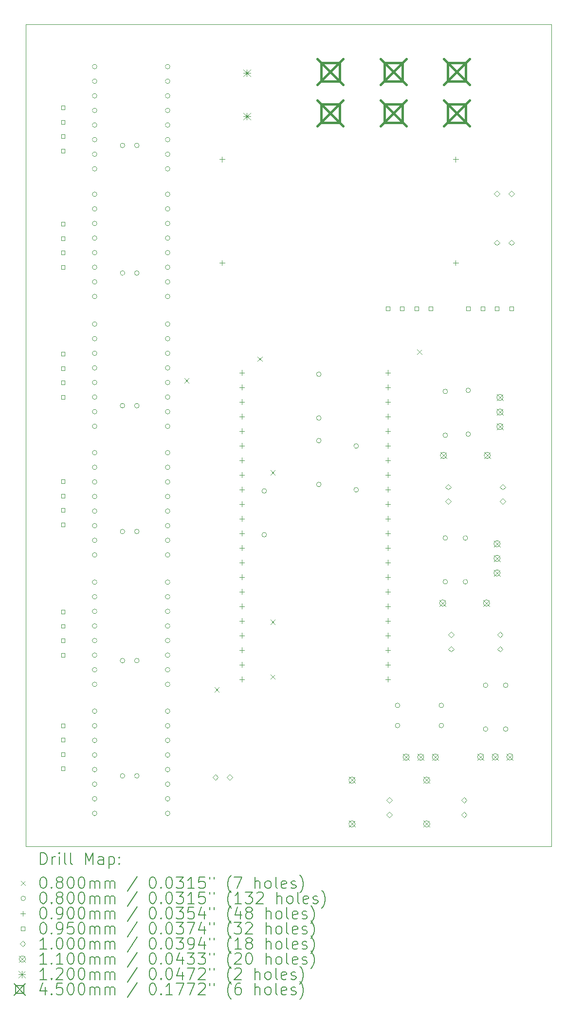
<source format=gbr>
%TF.GenerationSoftware,KiCad,Pcbnew,8.0.8*%
%TF.CreationDate,2025-05-15T13:50:29+02:00*%
%TF.ProjectId,CdFdR,43644664-522e-46b6-9963-61645f706362,0.1*%
%TF.SameCoordinates,Original*%
%TF.FileFunction,Drillmap*%
%TF.FilePolarity,Positive*%
%FSLAX45Y45*%
G04 Gerber Fmt 4.5, Leading zero omitted, Abs format (unit mm)*
G04 Created by KiCad (PCBNEW 8.0.8) date 2025-05-15 13:50:29*
%MOMM*%
%LPD*%
G01*
G04 APERTURE LIST*
%ADD10C,0.050000*%
%ADD11C,0.200000*%
%ADD12C,0.100000*%
%ADD13C,0.110000*%
%ADD14C,0.120000*%
%ADD15C,0.450000*%
G04 APERTURE END LIST*
D10*
X5000000Y-4700000D02*
X14150000Y-4700000D01*
X14150000Y-19000000D01*
X5000000Y-19000000D01*
X5000000Y-4700000D01*
D11*
D12*
X7760000Y-10860000D02*
X7840000Y-10940000D01*
X7840000Y-10860000D02*
X7760000Y-10940000D01*
X8285000Y-16235000D02*
X8365000Y-16315000D01*
X8365000Y-16235000D02*
X8285000Y-16315000D01*
X9035000Y-10485000D02*
X9115000Y-10565000D01*
X9115000Y-10485000D02*
X9035000Y-10565000D01*
X9260000Y-12460000D02*
X9340000Y-12540000D01*
X9340000Y-12460000D02*
X9260000Y-12540000D01*
X9260360Y-15060000D02*
X9340360Y-15140000D01*
X9340360Y-15060000D02*
X9260360Y-15140000D01*
X9260360Y-16009640D02*
X9340360Y-16089640D01*
X9340360Y-16009640D02*
X9260360Y-16089640D01*
X11810000Y-10360000D02*
X11890000Y-10440000D01*
X11890000Y-10360000D02*
X11810000Y-10440000D01*
X6240000Y-5438000D02*
G75*
G02*
X6160000Y-5438000I-40000J0D01*
G01*
X6160000Y-5438000D02*
G75*
G02*
X6240000Y-5438000I40000J0D01*
G01*
X6240000Y-5692000D02*
G75*
G02*
X6160000Y-5692000I-40000J0D01*
G01*
X6160000Y-5692000D02*
G75*
G02*
X6240000Y-5692000I40000J0D01*
G01*
X6240000Y-5946000D02*
G75*
G02*
X6160000Y-5946000I-40000J0D01*
G01*
X6160000Y-5946000D02*
G75*
G02*
X6240000Y-5946000I40000J0D01*
G01*
X6240000Y-6200000D02*
G75*
G02*
X6160000Y-6200000I-40000J0D01*
G01*
X6160000Y-6200000D02*
G75*
G02*
X6240000Y-6200000I40000J0D01*
G01*
X6240000Y-6454000D02*
G75*
G02*
X6160000Y-6454000I-40000J0D01*
G01*
X6160000Y-6454000D02*
G75*
G02*
X6240000Y-6454000I40000J0D01*
G01*
X6240000Y-6708000D02*
G75*
G02*
X6160000Y-6708000I-40000J0D01*
G01*
X6160000Y-6708000D02*
G75*
G02*
X6240000Y-6708000I40000J0D01*
G01*
X6240000Y-6962000D02*
G75*
G02*
X6160000Y-6962000I-40000J0D01*
G01*
X6160000Y-6962000D02*
G75*
G02*
X6240000Y-6962000I40000J0D01*
G01*
X6240000Y-7216000D02*
G75*
G02*
X6160000Y-7216000I-40000J0D01*
G01*
X6160000Y-7216000D02*
G75*
G02*
X6240000Y-7216000I40000J0D01*
G01*
X6240000Y-7658000D02*
G75*
G02*
X6160000Y-7658000I-40000J0D01*
G01*
X6160000Y-7658000D02*
G75*
G02*
X6240000Y-7658000I40000J0D01*
G01*
X6240000Y-7912000D02*
G75*
G02*
X6160000Y-7912000I-40000J0D01*
G01*
X6160000Y-7912000D02*
G75*
G02*
X6240000Y-7912000I40000J0D01*
G01*
X6240000Y-8166000D02*
G75*
G02*
X6160000Y-8166000I-40000J0D01*
G01*
X6160000Y-8166000D02*
G75*
G02*
X6240000Y-8166000I40000J0D01*
G01*
X6240000Y-8420000D02*
G75*
G02*
X6160000Y-8420000I-40000J0D01*
G01*
X6160000Y-8420000D02*
G75*
G02*
X6240000Y-8420000I40000J0D01*
G01*
X6240000Y-8674000D02*
G75*
G02*
X6160000Y-8674000I-40000J0D01*
G01*
X6160000Y-8674000D02*
G75*
G02*
X6240000Y-8674000I40000J0D01*
G01*
X6240000Y-8928000D02*
G75*
G02*
X6160000Y-8928000I-40000J0D01*
G01*
X6160000Y-8928000D02*
G75*
G02*
X6240000Y-8928000I40000J0D01*
G01*
X6240000Y-9182000D02*
G75*
G02*
X6160000Y-9182000I-40000J0D01*
G01*
X6160000Y-9182000D02*
G75*
G02*
X6240000Y-9182000I40000J0D01*
G01*
X6240000Y-9436000D02*
G75*
G02*
X6160000Y-9436000I-40000J0D01*
G01*
X6160000Y-9436000D02*
G75*
G02*
X6240000Y-9436000I40000J0D01*
G01*
X6240000Y-9916000D02*
G75*
G02*
X6160000Y-9916000I-40000J0D01*
G01*
X6160000Y-9916000D02*
G75*
G02*
X6240000Y-9916000I40000J0D01*
G01*
X6240000Y-10170000D02*
G75*
G02*
X6160000Y-10170000I-40000J0D01*
G01*
X6160000Y-10170000D02*
G75*
G02*
X6240000Y-10170000I40000J0D01*
G01*
X6240000Y-10424000D02*
G75*
G02*
X6160000Y-10424000I-40000J0D01*
G01*
X6160000Y-10424000D02*
G75*
G02*
X6240000Y-10424000I40000J0D01*
G01*
X6240000Y-10678000D02*
G75*
G02*
X6160000Y-10678000I-40000J0D01*
G01*
X6160000Y-10678000D02*
G75*
G02*
X6240000Y-10678000I40000J0D01*
G01*
X6240000Y-10932000D02*
G75*
G02*
X6160000Y-10932000I-40000J0D01*
G01*
X6160000Y-10932000D02*
G75*
G02*
X6240000Y-10932000I40000J0D01*
G01*
X6240000Y-11186000D02*
G75*
G02*
X6160000Y-11186000I-40000J0D01*
G01*
X6160000Y-11186000D02*
G75*
G02*
X6240000Y-11186000I40000J0D01*
G01*
X6240000Y-11440000D02*
G75*
G02*
X6160000Y-11440000I-40000J0D01*
G01*
X6160000Y-11440000D02*
G75*
G02*
X6240000Y-11440000I40000J0D01*
G01*
X6240000Y-11694000D02*
G75*
G02*
X6160000Y-11694000I-40000J0D01*
G01*
X6160000Y-11694000D02*
G75*
G02*
X6240000Y-11694000I40000J0D01*
G01*
X6240000Y-12155000D02*
G75*
G02*
X6160000Y-12155000I-40000J0D01*
G01*
X6160000Y-12155000D02*
G75*
G02*
X6240000Y-12155000I40000J0D01*
G01*
X6240000Y-12409000D02*
G75*
G02*
X6160000Y-12409000I-40000J0D01*
G01*
X6160000Y-12409000D02*
G75*
G02*
X6240000Y-12409000I40000J0D01*
G01*
X6240000Y-12663000D02*
G75*
G02*
X6160000Y-12663000I-40000J0D01*
G01*
X6160000Y-12663000D02*
G75*
G02*
X6240000Y-12663000I40000J0D01*
G01*
X6240000Y-12917000D02*
G75*
G02*
X6160000Y-12917000I-40000J0D01*
G01*
X6160000Y-12917000D02*
G75*
G02*
X6240000Y-12917000I40000J0D01*
G01*
X6240000Y-13171000D02*
G75*
G02*
X6160000Y-13171000I-40000J0D01*
G01*
X6160000Y-13171000D02*
G75*
G02*
X6240000Y-13171000I40000J0D01*
G01*
X6240000Y-13425000D02*
G75*
G02*
X6160000Y-13425000I-40000J0D01*
G01*
X6160000Y-13425000D02*
G75*
G02*
X6240000Y-13425000I40000J0D01*
G01*
X6240000Y-13679000D02*
G75*
G02*
X6160000Y-13679000I-40000J0D01*
G01*
X6160000Y-13679000D02*
G75*
G02*
X6240000Y-13679000I40000J0D01*
G01*
X6240000Y-13933000D02*
G75*
G02*
X6160000Y-13933000I-40000J0D01*
G01*
X6160000Y-13933000D02*
G75*
G02*
X6240000Y-13933000I40000J0D01*
G01*
X6240000Y-14405000D02*
G75*
G02*
X6160000Y-14405000I-40000J0D01*
G01*
X6160000Y-14405000D02*
G75*
G02*
X6240000Y-14405000I40000J0D01*
G01*
X6240000Y-14659000D02*
G75*
G02*
X6160000Y-14659000I-40000J0D01*
G01*
X6160000Y-14659000D02*
G75*
G02*
X6240000Y-14659000I40000J0D01*
G01*
X6240000Y-14913000D02*
G75*
G02*
X6160000Y-14913000I-40000J0D01*
G01*
X6160000Y-14913000D02*
G75*
G02*
X6240000Y-14913000I40000J0D01*
G01*
X6240000Y-15167000D02*
G75*
G02*
X6160000Y-15167000I-40000J0D01*
G01*
X6160000Y-15167000D02*
G75*
G02*
X6240000Y-15167000I40000J0D01*
G01*
X6240000Y-15421000D02*
G75*
G02*
X6160000Y-15421000I-40000J0D01*
G01*
X6160000Y-15421000D02*
G75*
G02*
X6240000Y-15421000I40000J0D01*
G01*
X6240000Y-15675000D02*
G75*
G02*
X6160000Y-15675000I-40000J0D01*
G01*
X6160000Y-15675000D02*
G75*
G02*
X6240000Y-15675000I40000J0D01*
G01*
X6240000Y-15929000D02*
G75*
G02*
X6160000Y-15929000I-40000J0D01*
G01*
X6160000Y-15929000D02*
G75*
G02*
X6240000Y-15929000I40000J0D01*
G01*
X6240000Y-16183000D02*
G75*
G02*
X6160000Y-16183000I-40000J0D01*
G01*
X6160000Y-16183000D02*
G75*
G02*
X6240000Y-16183000I40000J0D01*
G01*
X6240000Y-16651000D02*
G75*
G02*
X6160000Y-16651000I-40000J0D01*
G01*
X6160000Y-16651000D02*
G75*
G02*
X6240000Y-16651000I40000J0D01*
G01*
X6240000Y-16905000D02*
G75*
G02*
X6160000Y-16905000I-40000J0D01*
G01*
X6160000Y-16905000D02*
G75*
G02*
X6240000Y-16905000I40000J0D01*
G01*
X6240000Y-17159000D02*
G75*
G02*
X6160000Y-17159000I-40000J0D01*
G01*
X6160000Y-17159000D02*
G75*
G02*
X6240000Y-17159000I40000J0D01*
G01*
X6240000Y-17413000D02*
G75*
G02*
X6160000Y-17413000I-40000J0D01*
G01*
X6160000Y-17413000D02*
G75*
G02*
X6240000Y-17413000I40000J0D01*
G01*
X6240000Y-17667000D02*
G75*
G02*
X6160000Y-17667000I-40000J0D01*
G01*
X6160000Y-17667000D02*
G75*
G02*
X6240000Y-17667000I40000J0D01*
G01*
X6240000Y-17921000D02*
G75*
G02*
X6160000Y-17921000I-40000J0D01*
G01*
X6160000Y-17921000D02*
G75*
G02*
X6240000Y-17921000I40000J0D01*
G01*
X6240000Y-18175000D02*
G75*
G02*
X6160000Y-18175000I-40000J0D01*
G01*
X6160000Y-18175000D02*
G75*
G02*
X6240000Y-18175000I40000J0D01*
G01*
X6240000Y-18429000D02*
G75*
G02*
X6160000Y-18429000I-40000J0D01*
G01*
X6160000Y-18429000D02*
G75*
G02*
X6240000Y-18429000I40000J0D01*
G01*
X6724000Y-6808000D02*
G75*
G02*
X6644000Y-6808000I-40000J0D01*
G01*
X6644000Y-6808000D02*
G75*
G02*
X6724000Y-6808000I40000J0D01*
G01*
X6724000Y-9028000D02*
G75*
G02*
X6644000Y-9028000I-40000J0D01*
G01*
X6644000Y-9028000D02*
G75*
G02*
X6724000Y-9028000I40000J0D01*
G01*
X6724000Y-11336000D02*
G75*
G02*
X6644000Y-11336000I-40000J0D01*
G01*
X6644000Y-11336000D02*
G75*
G02*
X6724000Y-11336000I40000J0D01*
G01*
X6724000Y-13525000D02*
G75*
G02*
X6644000Y-13525000I-40000J0D01*
G01*
X6644000Y-13525000D02*
G75*
G02*
X6724000Y-13525000I40000J0D01*
G01*
X6724000Y-15771000D02*
G75*
G02*
X6644000Y-15771000I-40000J0D01*
G01*
X6644000Y-15771000D02*
G75*
G02*
X6724000Y-15771000I40000J0D01*
G01*
X6724000Y-17776000D02*
G75*
G02*
X6644000Y-17776000I-40000J0D01*
G01*
X6644000Y-17776000D02*
G75*
G02*
X6724000Y-17776000I40000J0D01*
G01*
X6974000Y-6808000D02*
G75*
G02*
X6894000Y-6808000I-40000J0D01*
G01*
X6894000Y-6808000D02*
G75*
G02*
X6974000Y-6808000I40000J0D01*
G01*
X6974000Y-9028000D02*
G75*
G02*
X6894000Y-9028000I-40000J0D01*
G01*
X6894000Y-9028000D02*
G75*
G02*
X6974000Y-9028000I40000J0D01*
G01*
X6974000Y-11336000D02*
G75*
G02*
X6894000Y-11336000I-40000J0D01*
G01*
X6894000Y-11336000D02*
G75*
G02*
X6974000Y-11336000I40000J0D01*
G01*
X6974000Y-13525000D02*
G75*
G02*
X6894000Y-13525000I-40000J0D01*
G01*
X6894000Y-13525000D02*
G75*
G02*
X6974000Y-13525000I40000J0D01*
G01*
X6974000Y-15771000D02*
G75*
G02*
X6894000Y-15771000I-40000J0D01*
G01*
X6894000Y-15771000D02*
G75*
G02*
X6974000Y-15771000I40000J0D01*
G01*
X6974000Y-17776000D02*
G75*
G02*
X6894000Y-17776000I-40000J0D01*
G01*
X6894000Y-17776000D02*
G75*
G02*
X6974000Y-17776000I40000J0D01*
G01*
X7510000Y-5438000D02*
G75*
G02*
X7430000Y-5438000I-40000J0D01*
G01*
X7430000Y-5438000D02*
G75*
G02*
X7510000Y-5438000I40000J0D01*
G01*
X7510000Y-5692000D02*
G75*
G02*
X7430000Y-5692000I-40000J0D01*
G01*
X7430000Y-5692000D02*
G75*
G02*
X7510000Y-5692000I40000J0D01*
G01*
X7510000Y-5946000D02*
G75*
G02*
X7430000Y-5946000I-40000J0D01*
G01*
X7430000Y-5946000D02*
G75*
G02*
X7510000Y-5946000I40000J0D01*
G01*
X7510000Y-6200000D02*
G75*
G02*
X7430000Y-6200000I-40000J0D01*
G01*
X7430000Y-6200000D02*
G75*
G02*
X7510000Y-6200000I40000J0D01*
G01*
X7510000Y-6454000D02*
G75*
G02*
X7430000Y-6454000I-40000J0D01*
G01*
X7430000Y-6454000D02*
G75*
G02*
X7510000Y-6454000I40000J0D01*
G01*
X7510000Y-6708000D02*
G75*
G02*
X7430000Y-6708000I-40000J0D01*
G01*
X7430000Y-6708000D02*
G75*
G02*
X7510000Y-6708000I40000J0D01*
G01*
X7510000Y-6962000D02*
G75*
G02*
X7430000Y-6962000I-40000J0D01*
G01*
X7430000Y-6962000D02*
G75*
G02*
X7510000Y-6962000I40000J0D01*
G01*
X7510000Y-7216000D02*
G75*
G02*
X7430000Y-7216000I-40000J0D01*
G01*
X7430000Y-7216000D02*
G75*
G02*
X7510000Y-7216000I40000J0D01*
G01*
X7510000Y-7658000D02*
G75*
G02*
X7430000Y-7658000I-40000J0D01*
G01*
X7430000Y-7658000D02*
G75*
G02*
X7510000Y-7658000I40000J0D01*
G01*
X7510000Y-7912000D02*
G75*
G02*
X7430000Y-7912000I-40000J0D01*
G01*
X7430000Y-7912000D02*
G75*
G02*
X7510000Y-7912000I40000J0D01*
G01*
X7510000Y-8166000D02*
G75*
G02*
X7430000Y-8166000I-40000J0D01*
G01*
X7430000Y-8166000D02*
G75*
G02*
X7510000Y-8166000I40000J0D01*
G01*
X7510000Y-8420000D02*
G75*
G02*
X7430000Y-8420000I-40000J0D01*
G01*
X7430000Y-8420000D02*
G75*
G02*
X7510000Y-8420000I40000J0D01*
G01*
X7510000Y-8674000D02*
G75*
G02*
X7430000Y-8674000I-40000J0D01*
G01*
X7430000Y-8674000D02*
G75*
G02*
X7510000Y-8674000I40000J0D01*
G01*
X7510000Y-8928000D02*
G75*
G02*
X7430000Y-8928000I-40000J0D01*
G01*
X7430000Y-8928000D02*
G75*
G02*
X7510000Y-8928000I40000J0D01*
G01*
X7510000Y-9182000D02*
G75*
G02*
X7430000Y-9182000I-40000J0D01*
G01*
X7430000Y-9182000D02*
G75*
G02*
X7510000Y-9182000I40000J0D01*
G01*
X7510000Y-9436000D02*
G75*
G02*
X7430000Y-9436000I-40000J0D01*
G01*
X7430000Y-9436000D02*
G75*
G02*
X7510000Y-9436000I40000J0D01*
G01*
X7510000Y-9916000D02*
G75*
G02*
X7430000Y-9916000I-40000J0D01*
G01*
X7430000Y-9916000D02*
G75*
G02*
X7510000Y-9916000I40000J0D01*
G01*
X7510000Y-10170000D02*
G75*
G02*
X7430000Y-10170000I-40000J0D01*
G01*
X7430000Y-10170000D02*
G75*
G02*
X7510000Y-10170000I40000J0D01*
G01*
X7510000Y-10424000D02*
G75*
G02*
X7430000Y-10424000I-40000J0D01*
G01*
X7430000Y-10424000D02*
G75*
G02*
X7510000Y-10424000I40000J0D01*
G01*
X7510000Y-10678000D02*
G75*
G02*
X7430000Y-10678000I-40000J0D01*
G01*
X7430000Y-10678000D02*
G75*
G02*
X7510000Y-10678000I40000J0D01*
G01*
X7510000Y-10932000D02*
G75*
G02*
X7430000Y-10932000I-40000J0D01*
G01*
X7430000Y-10932000D02*
G75*
G02*
X7510000Y-10932000I40000J0D01*
G01*
X7510000Y-11186000D02*
G75*
G02*
X7430000Y-11186000I-40000J0D01*
G01*
X7430000Y-11186000D02*
G75*
G02*
X7510000Y-11186000I40000J0D01*
G01*
X7510000Y-11440000D02*
G75*
G02*
X7430000Y-11440000I-40000J0D01*
G01*
X7430000Y-11440000D02*
G75*
G02*
X7510000Y-11440000I40000J0D01*
G01*
X7510000Y-11694000D02*
G75*
G02*
X7430000Y-11694000I-40000J0D01*
G01*
X7430000Y-11694000D02*
G75*
G02*
X7510000Y-11694000I40000J0D01*
G01*
X7510000Y-12155000D02*
G75*
G02*
X7430000Y-12155000I-40000J0D01*
G01*
X7430000Y-12155000D02*
G75*
G02*
X7510000Y-12155000I40000J0D01*
G01*
X7510000Y-12409000D02*
G75*
G02*
X7430000Y-12409000I-40000J0D01*
G01*
X7430000Y-12409000D02*
G75*
G02*
X7510000Y-12409000I40000J0D01*
G01*
X7510000Y-12663000D02*
G75*
G02*
X7430000Y-12663000I-40000J0D01*
G01*
X7430000Y-12663000D02*
G75*
G02*
X7510000Y-12663000I40000J0D01*
G01*
X7510000Y-12917000D02*
G75*
G02*
X7430000Y-12917000I-40000J0D01*
G01*
X7430000Y-12917000D02*
G75*
G02*
X7510000Y-12917000I40000J0D01*
G01*
X7510000Y-13171000D02*
G75*
G02*
X7430000Y-13171000I-40000J0D01*
G01*
X7430000Y-13171000D02*
G75*
G02*
X7510000Y-13171000I40000J0D01*
G01*
X7510000Y-13425000D02*
G75*
G02*
X7430000Y-13425000I-40000J0D01*
G01*
X7430000Y-13425000D02*
G75*
G02*
X7510000Y-13425000I40000J0D01*
G01*
X7510000Y-13679000D02*
G75*
G02*
X7430000Y-13679000I-40000J0D01*
G01*
X7430000Y-13679000D02*
G75*
G02*
X7510000Y-13679000I40000J0D01*
G01*
X7510000Y-13933000D02*
G75*
G02*
X7430000Y-13933000I-40000J0D01*
G01*
X7430000Y-13933000D02*
G75*
G02*
X7510000Y-13933000I40000J0D01*
G01*
X7510000Y-14405000D02*
G75*
G02*
X7430000Y-14405000I-40000J0D01*
G01*
X7430000Y-14405000D02*
G75*
G02*
X7510000Y-14405000I40000J0D01*
G01*
X7510000Y-14659000D02*
G75*
G02*
X7430000Y-14659000I-40000J0D01*
G01*
X7430000Y-14659000D02*
G75*
G02*
X7510000Y-14659000I40000J0D01*
G01*
X7510000Y-14913000D02*
G75*
G02*
X7430000Y-14913000I-40000J0D01*
G01*
X7430000Y-14913000D02*
G75*
G02*
X7510000Y-14913000I40000J0D01*
G01*
X7510000Y-15167000D02*
G75*
G02*
X7430000Y-15167000I-40000J0D01*
G01*
X7430000Y-15167000D02*
G75*
G02*
X7510000Y-15167000I40000J0D01*
G01*
X7510000Y-15421000D02*
G75*
G02*
X7430000Y-15421000I-40000J0D01*
G01*
X7430000Y-15421000D02*
G75*
G02*
X7510000Y-15421000I40000J0D01*
G01*
X7510000Y-15675000D02*
G75*
G02*
X7430000Y-15675000I-40000J0D01*
G01*
X7430000Y-15675000D02*
G75*
G02*
X7510000Y-15675000I40000J0D01*
G01*
X7510000Y-15929000D02*
G75*
G02*
X7430000Y-15929000I-40000J0D01*
G01*
X7430000Y-15929000D02*
G75*
G02*
X7510000Y-15929000I40000J0D01*
G01*
X7510000Y-16183000D02*
G75*
G02*
X7430000Y-16183000I-40000J0D01*
G01*
X7430000Y-16183000D02*
G75*
G02*
X7510000Y-16183000I40000J0D01*
G01*
X7510000Y-16651000D02*
G75*
G02*
X7430000Y-16651000I-40000J0D01*
G01*
X7430000Y-16651000D02*
G75*
G02*
X7510000Y-16651000I40000J0D01*
G01*
X7510000Y-16905000D02*
G75*
G02*
X7430000Y-16905000I-40000J0D01*
G01*
X7430000Y-16905000D02*
G75*
G02*
X7510000Y-16905000I40000J0D01*
G01*
X7510000Y-17159000D02*
G75*
G02*
X7430000Y-17159000I-40000J0D01*
G01*
X7430000Y-17159000D02*
G75*
G02*
X7510000Y-17159000I40000J0D01*
G01*
X7510000Y-17413000D02*
G75*
G02*
X7430000Y-17413000I-40000J0D01*
G01*
X7430000Y-17413000D02*
G75*
G02*
X7510000Y-17413000I40000J0D01*
G01*
X7510000Y-17667000D02*
G75*
G02*
X7430000Y-17667000I-40000J0D01*
G01*
X7430000Y-17667000D02*
G75*
G02*
X7510000Y-17667000I40000J0D01*
G01*
X7510000Y-17921000D02*
G75*
G02*
X7430000Y-17921000I-40000J0D01*
G01*
X7430000Y-17921000D02*
G75*
G02*
X7510000Y-17921000I40000J0D01*
G01*
X7510000Y-18175000D02*
G75*
G02*
X7430000Y-18175000I-40000J0D01*
G01*
X7430000Y-18175000D02*
G75*
G02*
X7510000Y-18175000I40000J0D01*
G01*
X7510000Y-18429000D02*
G75*
G02*
X7430000Y-18429000I-40000J0D01*
G01*
X7430000Y-18429000D02*
G75*
G02*
X7510000Y-18429000I40000J0D01*
G01*
X9190000Y-12819000D02*
G75*
G02*
X9110000Y-12819000I-40000J0D01*
G01*
X9110000Y-12819000D02*
G75*
G02*
X9190000Y-12819000I40000J0D01*
G01*
X9190000Y-13581000D02*
G75*
G02*
X9110000Y-13581000I-40000J0D01*
G01*
X9110000Y-13581000D02*
G75*
G02*
X9190000Y-13581000I40000J0D01*
G01*
X10140000Y-10788000D02*
G75*
G02*
X10060000Y-10788000I-40000J0D01*
G01*
X10060000Y-10788000D02*
G75*
G02*
X10140000Y-10788000I40000J0D01*
G01*
X10140000Y-11550000D02*
G75*
G02*
X10060000Y-11550000I-40000J0D01*
G01*
X10060000Y-11550000D02*
G75*
G02*
X10140000Y-11550000I40000J0D01*
G01*
X10140000Y-11945000D02*
G75*
G02*
X10060000Y-11945000I-40000J0D01*
G01*
X10060000Y-11945000D02*
G75*
G02*
X10140000Y-11945000I40000J0D01*
G01*
X10140000Y-12707000D02*
G75*
G02*
X10060000Y-12707000I-40000J0D01*
G01*
X10060000Y-12707000D02*
G75*
G02*
X10140000Y-12707000I40000J0D01*
G01*
X10790000Y-12038000D02*
G75*
G02*
X10710000Y-12038000I-40000J0D01*
G01*
X10710000Y-12038000D02*
G75*
G02*
X10790000Y-12038000I40000J0D01*
G01*
X10790000Y-12800000D02*
G75*
G02*
X10710000Y-12800000I-40000J0D01*
G01*
X10710000Y-12800000D02*
G75*
G02*
X10790000Y-12800000I40000J0D01*
G01*
X11509000Y-16550000D02*
G75*
G02*
X11429000Y-16550000I-40000J0D01*
G01*
X11429000Y-16550000D02*
G75*
G02*
X11509000Y-16550000I40000J0D01*
G01*
X11509000Y-16900000D02*
G75*
G02*
X11429000Y-16900000I-40000J0D01*
G01*
X11429000Y-16900000D02*
G75*
G02*
X11509000Y-16900000I40000J0D01*
G01*
X12271000Y-16550000D02*
G75*
G02*
X12191000Y-16550000I-40000J0D01*
G01*
X12191000Y-16550000D02*
G75*
G02*
X12271000Y-16550000I40000J0D01*
G01*
X12271000Y-16900000D02*
G75*
G02*
X12191000Y-16900000I-40000J0D01*
G01*
X12191000Y-16900000D02*
G75*
G02*
X12271000Y-16900000I40000J0D01*
G01*
X12340000Y-11088000D02*
G75*
G02*
X12260000Y-11088000I-40000J0D01*
G01*
X12260000Y-11088000D02*
G75*
G02*
X12340000Y-11088000I40000J0D01*
G01*
X12340000Y-11850000D02*
G75*
G02*
X12260000Y-11850000I-40000J0D01*
G01*
X12260000Y-11850000D02*
G75*
G02*
X12340000Y-11850000I40000J0D01*
G01*
X12340000Y-13638000D02*
G75*
G02*
X12260000Y-13638000I-40000J0D01*
G01*
X12260000Y-13638000D02*
G75*
G02*
X12340000Y-13638000I40000J0D01*
G01*
X12340000Y-14400000D02*
G75*
G02*
X12260000Y-14400000I-40000J0D01*
G01*
X12260000Y-14400000D02*
G75*
G02*
X12340000Y-14400000I40000J0D01*
G01*
X12690000Y-13638000D02*
G75*
G02*
X12610000Y-13638000I-40000J0D01*
G01*
X12610000Y-13638000D02*
G75*
G02*
X12690000Y-13638000I40000J0D01*
G01*
X12690000Y-14400000D02*
G75*
G02*
X12610000Y-14400000I-40000J0D01*
G01*
X12610000Y-14400000D02*
G75*
G02*
X12690000Y-14400000I40000J0D01*
G01*
X12740000Y-11069000D02*
G75*
G02*
X12660000Y-11069000I-40000J0D01*
G01*
X12660000Y-11069000D02*
G75*
G02*
X12740000Y-11069000I40000J0D01*
G01*
X12740000Y-11831000D02*
G75*
G02*
X12660000Y-11831000I-40000J0D01*
G01*
X12660000Y-11831000D02*
G75*
G02*
X12740000Y-11831000I40000J0D01*
G01*
X13040000Y-16200000D02*
G75*
G02*
X12960000Y-16200000I-40000J0D01*
G01*
X12960000Y-16200000D02*
G75*
G02*
X13040000Y-16200000I40000J0D01*
G01*
X13040000Y-16962000D02*
G75*
G02*
X12960000Y-16962000I-40000J0D01*
G01*
X12960000Y-16962000D02*
G75*
G02*
X13040000Y-16962000I40000J0D01*
G01*
X13390000Y-16200000D02*
G75*
G02*
X13310000Y-16200000I-40000J0D01*
G01*
X13310000Y-16200000D02*
G75*
G02*
X13390000Y-16200000I40000J0D01*
G01*
X13390000Y-16962000D02*
G75*
G02*
X13310000Y-16962000I-40000J0D01*
G01*
X13310000Y-16962000D02*
G75*
G02*
X13390000Y-16962000I40000J0D01*
G01*
X8418000Y-7005000D02*
X8418000Y-7095000D01*
X8373000Y-7050000D02*
X8463000Y-7050000D01*
X8418000Y-8805000D02*
X8418000Y-8895000D01*
X8373000Y-8850000D02*
X8463000Y-8850000D01*
X8760000Y-10715000D02*
X8760000Y-10805000D01*
X8715000Y-10760000D02*
X8805000Y-10760000D01*
X8760000Y-10969000D02*
X8760000Y-11059000D01*
X8715000Y-11014000D02*
X8805000Y-11014000D01*
X8760000Y-11223000D02*
X8760000Y-11313000D01*
X8715000Y-11268000D02*
X8805000Y-11268000D01*
X8760000Y-11477000D02*
X8760000Y-11567000D01*
X8715000Y-11522000D02*
X8805000Y-11522000D01*
X8760000Y-11731000D02*
X8760000Y-11821000D01*
X8715000Y-11776000D02*
X8805000Y-11776000D01*
X8760000Y-11985000D02*
X8760000Y-12075000D01*
X8715000Y-12030000D02*
X8805000Y-12030000D01*
X8760000Y-12239000D02*
X8760000Y-12329000D01*
X8715000Y-12284000D02*
X8805000Y-12284000D01*
X8760000Y-12493000D02*
X8760000Y-12583000D01*
X8715000Y-12538000D02*
X8805000Y-12538000D01*
X8760000Y-12747000D02*
X8760000Y-12837000D01*
X8715000Y-12792000D02*
X8805000Y-12792000D01*
X8760000Y-13001000D02*
X8760000Y-13091000D01*
X8715000Y-13046000D02*
X8805000Y-13046000D01*
X8760000Y-13255000D02*
X8760000Y-13345000D01*
X8715000Y-13300000D02*
X8805000Y-13300000D01*
X8760000Y-13509000D02*
X8760000Y-13599000D01*
X8715000Y-13554000D02*
X8805000Y-13554000D01*
X8760000Y-13763000D02*
X8760000Y-13853000D01*
X8715000Y-13808000D02*
X8805000Y-13808000D01*
X8760000Y-14017000D02*
X8760000Y-14107000D01*
X8715000Y-14062000D02*
X8805000Y-14062000D01*
X8760000Y-14271000D02*
X8760000Y-14361000D01*
X8715000Y-14316000D02*
X8805000Y-14316000D01*
X8760000Y-14525000D02*
X8760000Y-14615000D01*
X8715000Y-14570000D02*
X8805000Y-14570000D01*
X8760000Y-14779000D02*
X8760000Y-14869000D01*
X8715000Y-14824000D02*
X8805000Y-14824000D01*
X8760000Y-15033000D02*
X8760000Y-15123000D01*
X8715000Y-15078000D02*
X8805000Y-15078000D01*
X8760000Y-15287000D02*
X8760000Y-15377000D01*
X8715000Y-15332000D02*
X8805000Y-15332000D01*
X8760000Y-15541000D02*
X8760000Y-15631000D01*
X8715000Y-15586000D02*
X8805000Y-15586000D01*
X8760000Y-15795000D02*
X8760000Y-15885000D01*
X8715000Y-15840000D02*
X8805000Y-15840000D01*
X8760000Y-16049000D02*
X8760000Y-16139000D01*
X8715000Y-16094000D02*
X8805000Y-16094000D01*
X11300000Y-10715000D02*
X11300000Y-10805000D01*
X11255000Y-10760000D02*
X11345000Y-10760000D01*
X11300000Y-10969000D02*
X11300000Y-11059000D01*
X11255000Y-11014000D02*
X11345000Y-11014000D01*
X11300000Y-11223000D02*
X11300000Y-11313000D01*
X11255000Y-11268000D02*
X11345000Y-11268000D01*
X11300000Y-11477000D02*
X11300000Y-11567000D01*
X11255000Y-11522000D02*
X11345000Y-11522000D01*
X11300000Y-11731000D02*
X11300000Y-11821000D01*
X11255000Y-11776000D02*
X11345000Y-11776000D01*
X11300000Y-11985000D02*
X11300000Y-12075000D01*
X11255000Y-12030000D02*
X11345000Y-12030000D01*
X11300000Y-12239000D02*
X11300000Y-12329000D01*
X11255000Y-12284000D02*
X11345000Y-12284000D01*
X11300000Y-12493000D02*
X11300000Y-12583000D01*
X11255000Y-12538000D02*
X11345000Y-12538000D01*
X11300000Y-12747000D02*
X11300000Y-12837000D01*
X11255000Y-12792000D02*
X11345000Y-12792000D01*
X11300000Y-13001000D02*
X11300000Y-13091000D01*
X11255000Y-13046000D02*
X11345000Y-13046000D01*
X11300000Y-13255000D02*
X11300000Y-13345000D01*
X11255000Y-13300000D02*
X11345000Y-13300000D01*
X11300000Y-13509000D02*
X11300000Y-13599000D01*
X11255000Y-13554000D02*
X11345000Y-13554000D01*
X11300000Y-13763000D02*
X11300000Y-13853000D01*
X11255000Y-13808000D02*
X11345000Y-13808000D01*
X11300000Y-14017000D02*
X11300000Y-14107000D01*
X11255000Y-14062000D02*
X11345000Y-14062000D01*
X11300000Y-14271000D02*
X11300000Y-14361000D01*
X11255000Y-14316000D02*
X11345000Y-14316000D01*
X11300000Y-14525000D02*
X11300000Y-14615000D01*
X11255000Y-14570000D02*
X11345000Y-14570000D01*
X11300000Y-14779000D02*
X11300000Y-14869000D01*
X11255000Y-14824000D02*
X11345000Y-14824000D01*
X11300000Y-15033000D02*
X11300000Y-15123000D01*
X11255000Y-15078000D02*
X11345000Y-15078000D01*
X11300000Y-15287000D02*
X11300000Y-15377000D01*
X11255000Y-15332000D02*
X11345000Y-15332000D01*
X11300000Y-15541000D02*
X11300000Y-15631000D01*
X11255000Y-15586000D02*
X11345000Y-15586000D01*
X11300000Y-15795000D02*
X11300000Y-15885000D01*
X11255000Y-15840000D02*
X11345000Y-15840000D01*
X11300000Y-16049000D02*
X11300000Y-16139000D01*
X11255000Y-16094000D02*
X11345000Y-16094000D01*
X12482000Y-7005000D02*
X12482000Y-7095000D01*
X12437000Y-7050000D02*
X12527000Y-7050000D01*
X12482000Y-8805000D02*
X12482000Y-8895000D01*
X12437000Y-8850000D02*
X12527000Y-8850000D01*
X5683588Y-6183588D02*
X5683588Y-6116412D01*
X5616412Y-6116412D01*
X5616412Y-6183588D01*
X5683588Y-6183588D01*
X5683588Y-6433588D02*
X5683588Y-6366412D01*
X5616412Y-6366412D01*
X5616412Y-6433588D01*
X5683588Y-6433588D01*
X5683588Y-6683588D02*
X5683588Y-6616412D01*
X5616412Y-6616412D01*
X5616412Y-6683588D01*
X5683588Y-6683588D01*
X5683588Y-6933588D02*
X5683588Y-6866412D01*
X5616412Y-6866412D01*
X5616412Y-6933588D01*
X5683588Y-6933588D01*
X5683588Y-8207588D02*
X5683588Y-8140412D01*
X5616412Y-8140412D01*
X5616412Y-8207588D01*
X5683588Y-8207588D01*
X5683588Y-8457588D02*
X5683588Y-8390412D01*
X5616412Y-8390412D01*
X5616412Y-8457588D01*
X5683588Y-8457588D01*
X5683588Y-8707588D02*
X5683588Y-8640412D01*
X5616412Y-8640412D01*
X5616412Y-8707588D01*
X5683588Y-8707588D01*
X5683588Y-8957588D02*
X5683588Y-8890412D01*
X5616412Y-8890412D01*
X5616412Y-8957588D01*
X5683588Y-8957588D01*
X5683588Y-10469588D02*
X5683588Y-10402412D01*
X5616412Y-10402412D01*
X5616412Y-10469588D01*
X5683588Y-10469588D01*
X5683588Y-10719588D02*
X5683588Y-10652412D01*
X5616412Y-10652412D01*
X5616412Y-10719588D01*
X5683588Y-10719588D01*
X5683588Y-10969588D02*
X5683588Y-10902412D01*
X5616412Y-10902412D01*
X5616412Y-10969588D01*
X5683588Y-10969588D01*
X5683588Y-11219588D02*
X5683588Y-11152412D01*
X5616412Y-11152412D01*
X5616412Y-11219588D01*
X5683588Y-11219588D01*
X5683588Y-12688588D02*
X5683588Y-12621412D01*
X5616412Y-12621412D01*
X5616412Y-12688588D01*
X5683588Y-12688588D01*
X5683588Y-12938588D02*
X5683588Y-12871412D01*
X5616412Y-12871412D01*
X5616412Y-12938588D01*
X5683588Y-12938588D01*
X5683588Y-13188588D02*
X5683588Y-13121412D01*
X5616412Y-13121412D01*
X5616412Y-13188588D01*
X5683588Y-13188588D01*
X5683588Y-13438588D02*
X5683588Y-13371412D01*
X5616412Y-13371412D01*
X5616412Y-13438588D01*
X5683588Y-13438588D01*
X5683588Y-14954588D02*
X5683588Y-14887412D01*
X5616412Y-14887412D01*
X5616412Y-14954588D01*
X5683588Y-14954588D01*
X5683588Y-15204588D02*
X5683588Y-15137412D01*
X5616412Y-15137412D01*
X5616412Y-15204588D01*
X5683588Y-15204588D01*
X5683588Y-15454588D02*
X5683588Y-15387412D01*
X5616412Y-15387412D01*
X5616412Y-15454588D01*
X5683588Y-15454588D01*
X5683588Y-15704588D02*
X5683588Y-15637412D01*
X5616412Y-15637412D01*
X5616412Y-15704588D01*
X5683588Y-15704588D01*
X5683588Y-16933588D02*
X5683588Y-16866412D01*
X5616412Y-16866412D01*
X5616412Y-16933588D01*
X5683588Y-16933588D01*
X5683588Y-17183588D02*
X5683588Y-17116412D01*
X5616412Y-17116412D01*
X5616412Y-17183588D01*
X5683588Y-17183588D01*
X5683588Y-17433588D02*
X5683588Y-17366412D01*
X5616412Y-17366412D01*
X5616412Y-17433588D01*
X5683588Y-17433588D01*
X5683588Y-17683588D02*
X5683588Y-17616412D01*
X5616412Y-17616412D01*
X5616412Y-17683588D01*
X5683588Y-17683588D01*
X11333588Y-9683588D02*
X11333588Y-9616412D01*
X11266412Y-9616412D01*
X11266412Y-9683588D01*
X11333588Y-9683588D01*
X11583588Y-9683588D02*
X11583588Y-9616412D01*
X11516412Y-9616412D01*
X11516412Y-9683588D01*
X11583588Y-9683588D01*
X11833588Y-9683588D02*
X11833588Y-9616412D01*
X11766412Y-9616412D01*
X11766412Y-9683588D01*
X11833588Y-9683588D01*
X12083588Y-9683588D02*
X12083588Y-9616412D01*
X12016412Y-9616412D01*
X12016412Y-9683588D01*
X12083588Y-9683588D01*
X12733588Y-9683588D02*
X12733588Y-9616412D01*
X12666412Y-9616412D01*
X12666412Y-9683588D01*
X12733588Y-9683588D01*
X12983588Y-9683588D02*
X12983588Y-9616412D01*
X12916412Y-9616412D01*
X12916412Y-9683588D01*
X12983588Y-9683588D01*
X13233588Y-9683588D02*
X13233588Y-9616412D01*
X13166412Y-9616412D01*
X13166412Y-9683588D01*
X13233588Y-9683588D01*
X13483588Y-9683588D02*
X13483588Y-9616412D01*
X13416412Y-9616412D01*
X13416412Y-9683588D01*
X13483588Y-9683588D01*
X8300000Y-17850000D02*
X8350000Y-17800000D01*
X8300000Y-17750000D01*
X8250000Y-17800000D01*
X8300000Y-17850000D01*
X8550000Y-17850000D02*
X8600000Y-17800000D01*
X8550000Y-17750000D01*
X8500000Y-17800000D01*
X8550000Y-17850000D01*
X11327000Y-18250000D02*
X11377000Y-18200000D01*
X11327000Y-18150000D01*
X11277000Y-18200000D01*
X11327000Y-18250000D01*
X11327000Y-18500000D02*
X11377000Y-18450000D01*
X11327000Y-18400000D01*
X11277000Y-18450000D01*
X11327000Y-18500000D01*
X12350000Y-12800000D02*
X12400000Y-12750000D01*
X12350000Y-12700000D01*
X12300000Y-12750000D01*
X12350000Y-12800000D01*
X12350000Y-13050000D02*
X12400000Y-13000000D01*
X12350000Y-12950000D01*
X12300000Y-13000000D01*
X12350000Y-13050000D01*
X12403000Y-15369000D02*
X12453000Y-15319000D01*
X12403000Y-15269000D01*
X12353000Y-15319000D01*
X12403000Y-15369000D01*
X12403000Y-15619000D02*
X12453000Y-15569000D01*
X12403000Y-15519000D01*
X12353000Y-15569000D01*
X12403000Y-15619000D01*
X12627000Y-18250000D02*
X12677000Y-18200000D01*
X12627000Y-18150000D01*
X12577000Y-18200000D01*
X12627000Y-18250000D01*
X12627000Y-18500000D02*
X12677000Y-18450000D01*
X12627000Y-18400000D01*
X12577000Y-18450000D01*
X12627000Y-18500000D01*
X13200000Y-7700000D02*
X13250000Y-7650000D01*
X13200000Y-7600000D01*
X13150000Y-7650000D01*
X13200000Y-7700000D01*
X13200000Y-8550000D02*
X13250000Y-8500000D01*
X13200000Y-8450000D01*
X13150000Y-8500000D01*
X13200000Y-8550000D01*
X13253000Y-15369000D02*
X13303000Y-15319000D01*
X13253000Y-15269000D01*
X13203000Y-15319000D01*
X13253000Y-15369000D01*
X13253000Y-15619000D02*
X13303000Y-15569000D01*
X13253000Y-15519000D01*
X13203000Y-15569000D01*
X13253000Y-15619000D01*
X13300000Y-12800000D02*
X13350000Y-12750000D01*
X13300000Y-12700000D01*
X13250000Y-12750000D01*
X13300000Y-12800000D01*
X13300000Y-13050000D02*
X13350000Y-13000000D01*
X13300000Y-12950000D01*
X13250000Y-13000000D01*
X13300000Y-13050000D01*
X13450000Y-7700000D02*
X13500000Y-7650000D01*
X13450000Y-7600000D01*
X13400000Y-7650000D01*
X13450000Y-7700000D01*
X13450000Y-8550000D02*
X13500000Y-8500000D01*
X13450000Y-8450000D01*
X13400000Y-8500000D01*
X13450000Y-8550000D01*
D13*
X10622000Y-17795000D02*
X10732000Y-17905000D01*
X10732000Y-17795000D02*
X10622000Y-17905000D01*
X10732000Y-17850000D02*
G75*
G02*
X10622000Y-17850000I-55000J0D01*
G01*
X10622000Y-17850000D02*
G75*
G02*
X10732000Y-17850000I55000J0D01*
G01*
X10622000Y-18557000D02*
X10732000Y-18667000D01*
X10732000Y-18557000D02*
X10622000Y-18667000D01*
X10732000Y-18612000D02*
G75*
G02*
X10622000Y-18612000I-55000J0D01*
G01*
X10622000Y-18612000D02*
G75*
G02*
X10732000Y-18612000I55000J0D01*
G01*
X11564000Y-17395000D02*
X11674000Y-17505000D01*
X11674000Y-17395000D02*
X11564000Y-17505000D01*
X11674000Y-17450000D02*
G75*
G02*
X11564000Y-17450000I-55000J0D01*
G01*
X11564000Y-17450000D02*
G75*
G02*
X11674000Y-17450000I55000J0D01*
G01*
X11818000Y-17395000D02*
X11928000Y-17505000D01*
X11928000Y-17395000D02*
X11818000Y-17505000D01*
X11928000Y-17450000D02*
G75*
G02*
X11818000Y-17450000I-55000J0D01*
G01*
X11818000Y-17450000D02*
G75*
G02*
X11928000Y-17450000I55000J0D01*
G01*
X11922000Y-17795000D02*
X12032000Y-17905000D01*
X12032000Y-17795000D02*
X11922000Y-17905000D01*
X12032000Y-17850000D02*
G75*
G02*
X11922000Y-17850000I-55000J0D01*
G01*
X11922000Y-17850000D02*
G75*
G02*
X12032000Y-17850000I55000J0D01*
G01*
X11922000Y-18557000D02*
X12032000Y-18667000D01*
X12032000Y-18557000D02*
X11922000Y-18667000D01*
X12032000Y-18612000D02*
G75*
G02*
X11922000Y-18612000I-55000J0D01*
G01*
X11922000Y-18612000D02*
G75*
G02*
X12032000Y-18612000I55000J0D01*
G01*
X12072000Y-17395000D02*
X12182000Y-17505000D01*
X12182000Y-17395000D02*
X12072000Y-17505000D01*
X12182000Y-17450000D02*
G75*
G02*
X12072000Y-17450000I-55000J0D01*
G01*
X12072000Y-17450000D02*
G75*
G02*
X12182000Y-17450000I55000J0D01*
G01*
X12200500Y-14714000D02*
X12310500Y-14824000D01*
X12310500Y-14714000D02*
X12200500Y-14824000D01*
X12310500Y-14769000D02*
G75*
G02*
X12200500Y-14769000I-55000J0D01*
G01*
X12200500Y-14769000D02*
G75*
G02*
X12310500Y-14769000I55000J0D01*
G01*
X12214000Y-12145000D02*
X12324000Y-12255000D01*
X12324000Y-12145000D02*
X12214000Y-12255000D01*
X12324000Y-12200000D02*
G75*
G02*
X12214000Y-12200000I-55000J0D01*
G01*
X12214000Y-12200000D02*
G75*
G02*
X12324000Y-12200000I55000J0D01*
G01*
X12860000Y-17389500D02*
X12970000Y-17499500D01*
X12970000Y-17389500D02*
X12860000Y-17499500D01*
X12970000Y-17444500D02*
G75*
G02*
X12860000Y-17444500I-55000J0D01*
G01*
X12860000Y-17444500D02*
G75*
G02*
X12970000Y-17444500I55000J0D01*
G01*
X12962500Y-14714000D02*
X13072500Y-14824000D01*
X13072500Y-14714000D02*
X12962500Y-14824000D01*
X13072500Y-14769000D02*
G75*
G02*
X12962500Y-14769000I-55000J0D01*
G01*
X12962500Y-14769000D02*
G75*
G02*
X13072500Y-14769000I55000J0D01*
G01*
X12976000Y-12145000D02*
X13086000Y-12255000D01*
X13086000Y-12145000D02*
X12976000Y-12255000D01*
X13086000Y-12200000D02*
G75*
G02*
X12976000Y-12200000I-55000J0D01*
G01*
X12976000Y-12200000D02*
G75*
G02*
X13086000Y-12200000I55000J0D01*
G01*
X13114000Y-17389500D02*
X13224000Y-17499500D01*
X13224000Y-17389500D02*
X13114000Y-17499500D01*
X13224000Y-17444500D02*
G75*
G02*
X13114000Y-17444500I-55000J0D01*
G01*
X13114000Y-17444500D02*
G75*
G02*
X13224000Y-17444500I55000J0D01*
G01*
X13145000Y-13683000D02*
X13255000Y-13793000D01*
X13255000Y-13683000D02*
X13145000Y-13793000D01*
X13255000Y-13738000D02*
G75*
G02*
X13145000Y-13738000I-55000J0D01*
G01*
X13145000Y-13738000D02*
G75*
G02*
X13255000Y-13738000I55000J0D01*
G01*
X13145000Y-13937000D02*
X13255000Y-14047000D01*
X13255000Y-13937000D02*
X13145000Y-14047000D01*
X13255000Y-13992000D02*
G75*
G02*
X13145000Y-13992000I-55000J0D01*
G01*
X13145000Y-13992000D02*
G75*
G02*
X13255000Y-13992000I55000J0D01*
G01*
X13145000Y-14191000D02*
X13255000Y-14301000D01*
X13255000Y-14191000D02*
X13145000Y-14301000D01*
X13255000Y-14246000D02*
G75*
G02*
X13145000Y-14246000I-55000J0D01*
G01*
X13145000Y-14246000D02*
G75*
G02*
X13255000Y-14246000I55000J0D01*
G01*
X13195000Y-11137000D02*
X13305000Y-11247000D01*
X13305000Y-11137000D02*
X13195000Y-11247000D01*
X13305000Y-11192000D02*
G75*
G02*
X13195000Y-11192000I-55000J0D01*
G01*
X13195000Y-11192000D02*
G75*
G02*
X13305000Y-11192000I55000J0D01*
G01*
X13195000Y-11391000D02*
X13305000Y-11501000D01*
X13305000Y-11391000D02*
X13195000Y-11501000D01*
X13305000Y-11446000D02*
G75*
G02*
X13195000Y-11446000I-55000J0D01*
G01*
X13195000Y-11446000D02*
G75*
G02*
X13305000Y-11446000I55000J0D01*
G01*
X13195000Y-11645000D02*
X13305000Y-11755000D01*
X13305000Y-11645000D02*
X13195000Y-11755000D01*
X13305000Y-11700000D02*
G75*
G02*
X13195000Y-11700000I-55000J0D01*
G01*
X13195000Y-11700000D02*
G75*
G02*
X13305000Y-11700000I55000J0D01*
G01*
X13368000Y-17389500D02*
X13478000Y-17499500D01*
X13478000Y-17389500D02*
X13368000Y-17499500D01*
X13478000Y-17444500D02*
G75*
G02*
X13368000Y-17444500I-55000J0D01*
G01*
X13368000Y-17444500D02*
G75*
G02*
X13478000Y-17444500I55000J0D01*
G01*
D14*
X8790000Y-5490000D02*
X8910000Y-5610000D01*
X8910000Y-5490000D02*
X8790000Y-5610000D01*
X8850000Y-5490000D02*
X8850000Y-5610000D01*
X8790000Y-5550000D02*
X8910000Y-5550000D01*
X8790000Y-6240000D02*
X8910000Y-6360000D01*
X8910000Y-6240000D02*
X8790000Y-6360000D01*
X8850000Y-6240000D02*
X8850000Y-6360000D01*
X8790000Y-6300000D02*
X8910000Y-6300000D01*
D15*
X10075000Y-5305000D02*
X10525000Y-5755000D01*
X10525000Y-5305000D02*
X10075000Y-5755000D01*
X10459101Y-5689101D02*
X10459101Y-5370899D01*
X10140899Y-5370899D01*
X10140899Y-5689101D01*
X10459101Y-5689101D01*
X10075000Y-6025000D02*
X10525000Y-6475000D01*
X10525000Y-6025000D02*
X10075000Y-6475000D01*
X10459101Y-6409101D02*
X10459101Y-6090899D01*
X10140899Y-6090899D01*
X10140899Y-6409101D01*
X10459101Y-6409101D01*
X11175000Y-5305000D02*
X11625000Y-5755000D01*
X11625000Y-5305000D02*
X11175000Y-5755000D01*
X11559101Y-5689101D02*
X11559101Y-5370899D01*
X11240899Y-5370899D01*
X11240899Y-5689101D01*
X11559101Y-5689101D01*
X11175000Y-6025000D02*
X11625000Y-6475000D01*
X11625000Y-6025000D02*
X11175000Y-6475000D01*
X11559101Y-6409101D02*
X11559101Y-6090899D01*
X11240899Y-6090899D01*
X11240899Y-6409101D01*
X11559101Y-6409101D01*
X12275000Y-5305000D02*
X12725000Y-5755000D01*
X12725000Y-5305000D02*
X12275000Y-5755000D01*
X12659101Y-5689101D02*
X12659101Y-5370899D01*
X12340899Y-5370899D01*
X12340899Y-5689101D01*
X12659101Y-5689101D01*
X12275000Y-6025000D02*
X12725000Y-6475000D01*
X12725000Y-6025000D02*
X12275000Y-6475000D01*
X12659101Y-6409101D02*
X12659101Y-6090899D01*
X12340899Y-6090899D01*
X12340899Y-6409101D01*
X12659101Y-6409101D01*
D11*
X5258277Y-19313984D02*
X5258277Y-19113984D01*
X5258277Y-19113984D02*
X5305896Y-19113984D01*
X5305896Y-19113984D02*
X5334467Y-19123508D01*
X5334467Y-19123508D02*
X5353515Y-19142555D01*
X5353515Y-19142555D02*
X5363039Y-19161603D01*
X5363039Y-19161603D02*
X5372563Y-19199698D01*
X5372563Y-19199698D02*
X5372563Y-19228270D01*
X5372563Y-19228270D02*
X5363039Y-19266365D01*
X5363039Y-19266365D02*
X5353515Y-19285412D01*
X5353515Y-19285412D02*
X5334467Y-19304460D01*
X5334467Y-19304460D02*
X5305896Y-19313984D01*
X5305896Y-19313984D02*
X5258277Y-19313984D01*
X5458277Y-19313984D02*
X5458277Y-19180650D01*
X5458277Y-19218746D02*
X5467801Y-19199698D01*
X5467801Y-19199698D02*
X5477324Y-19190174D01*
X5477324Y-19190174D02*
X5496372Y-19180650D01*
X5496372Y-19180650D02*
X5515420Y-19180650D01*
X5582086Y-19313984D02*
X5582086Y-19180650D01*
X5582086Y-19113984D02*
X5572563Y-19123508D01*
X5572563Y-19123508D02*
X5582086Y-19133031D01*
X5582086Y-19133031D02*
X5591610Y-19123508D01*
X5591610Y-19123508D02*
X5582086Y-19113984D01*
X5582086Y-19113984D02*
X5582086Y-19133031D01*
X5705896Y-19313984D02*
X5686848Y-19304460D01*
X5686848Y-19304460D02*
X5677324Y-19285412D01*
X5677324Y-19285412D02*
X5677324Y-19113984D01*
X5810658Y-19313984D02*
X5791610Y-19304460D01*
X5791610Y-19304460D02*
X5782086Y-19285412D01*
X5782086Y-19285412D02*
X5782086Y-19113984D01*
X6039229Y-19313984D02*
X6039229Y-19113984D01*
X6039229Y-19113984D02*
X6105896Y-19256841D01*
X6105896Y-19256841D02*
X6172562Y-19113984D01*
X6172562Y-19113984D02*
X6172562Y-19313984D01*
X6353515Y-19313984D02*
X6353515Y-19209222D01*
X6353515Y-19209222D02*
X6343991Y-19190174D01*
X6343991Y-19190174D02*
X6324943Y-19180650D01*
X6324943Y-19180650D02*
X6286848Y-19180650D01*
X6286848Y-19180650D02*
X6267801Y-19190174D01*
X6353515Y-19304460D02*
X6334467Y-19313984D01*
X6334467Y-19313984D02*
X6286848Y-19313984D01*
X6286848Y-19313984D02*
X6267801Y-19304460D01*
X6267801Y-19304460D02*
X6258277Y-19285412D01*
X6258277Y-19285412D02*
X6258277Y-19266365D01*
X6258277Y-19266365D02*
X6267801Y-19247317D01*
X6267801Y-19247317D02*
X6286848Y-19237793D01*
X6286848Y-19237793D02*
X6334467Y-19237793D01*
X6334467Y-19237793D02*
X6353515Y-19228270D01*
X6448753Y-19180650D02*
X6448753Y-19380650D01*
X6448753Y-19190174D02*
X6467801Y-19180650D01*
X6467801Y-19180650D02*
X6505896Y-19180650D01*
X6505896Y-19180650D02*
X6524943Y-19190174D01*
X6524943Y-19190174D02*
X6534467Y-19199698D01*
X6534467Y-19199698D02*
X6543991Y-19218746D01*
X6543991Y-19218746D02*
X6543991Y-19275889D01*
X6543991Y-19275889D02*
X6534467Y-19294936D01*
X6534467Y-19294936D02*
X6524943Y-19304460D01*
X6524943Y-19304460D02*
X6505896Y-19313984D01*
X6505896Y-19313984D02*
X6467801Y-19313984D01*
X6467801Y-19313984D02*
X6448753Y-19304460D01*
X6629705Y-19294936D02*
X6639229Y-19304460D01*
X6639229Y-19304460D02*
X6629705Y-19313984D01*
X6629705Y-19313984D02*
X6620182Y-19304460D01*
X6620182Y-19304460D02*
X6629705Y-19294936D01*
X6629705Y-19294936D02*
X6629705Y-19313984D01*
X6629705Y-19190174D02*
X6639229Y-19199698D01*
X6639229Y-19199698D02*
X6629705Y-19209222D01*
X6629705Y-19209222D02*
X6620182Y-19199698D01*
X6620182Y-19199698D02*
X6629705Y-19190174D01*
X6629705Y-19190174D02*
X6629705Y-19209222D01*
D12*
X4917500Y-19602500D02*
X4997500Y-19682500D01*
X4997500Y-19602500D02*
X4917500Y-19682500D01*
D11*
X5296372Y-19533984D02*
X5315420Y-19533984D01*
X5315420Y-19533984D02*
X5334467Y-19543508D01*
X5334467Y-19543508D02*
X5343991Y-19553031D01*
X5343991Y-19553031D02*
X5353515Y-19572079D01*
X5353515Y-19572079D02*
X5363039Y-19610174D01*
X5363039Y-19610174D02*
X5363039Y-19657793D01*
X5363039Y-19657793D02*
X5353515Y-19695889D01*
X5353515Y-19695889D02*
X5343991Y-19714936D01*
X5343991Y-19714936D02*
X5334467Y-19724460D01*
X5334467Y-19724460D02*
X5315420Y-19733984D01*
X5315420Y-19733984D02*
X5296372Y-19733984D01*
X5296372Y-19733984D02*
X5277324Y-19724460D01*
X5277324Y-19724460D02*
X5267801Y-19714936D01*
X5267801Y-19714936D02*
X5258277Y-19695889D01*
X5258277Y-19695889D02*
X5248753Y-19657793D01*
X5248753Y-19657793D02*
X5248753Y-19610174D01*
X5248753Y-19610174D02*
X5258277Y-19572079D01*
X5258277Y-19572079D02*
X5267801Y-19553031D01*
X5267801Y-19553031D02*
X5277324Y-19543508D01*
X5277324Y-19543508D02*
X5296372Y-19533984D01*
X5448753Y-19714936D02*
X5458277Y-19724460D01*
X5458277Y-19724460D02*
X5448753Y-19733984D01*
X5448753Y-19733984D02*
X5439229Y-19724460D01*
X5439229Y-19724460D02*
X5448753Y-19714936D01*
X5448753Y-19714936D02*
X5448753Y-19733984D01*
X5572563Y-19619698D02*
X5553515Y-19610174D01*
X5553515Y-19610174D02*
X5543991Y-19600650D01*
X5543991Y-19600650D02*
X5534467Y-19581603D01*
X5534467Y-19581603D02*
X5534467Y-19572079D01*
X5534467Y-19572079D02*
X5543991Y-19553031D01*
X5543991Y-19553031D02*
X5553515Y-19543508D01*
X5553515Y-19543508D02*
X5572563Y-19533984D01*
X5572563Y-19533984D02*
X5610658Y-19533984D01*
X5610658Y-19533984D02*
X5629705Y-19543508D01*
X5629705Y-19543508D02*
X5639229Y-19553031D01*
X5639229Y-19553031D02*
X5648753Y-19572079D01*
X5648753Y-19572079D02*
X5648753Y-19581603D01*
X5648753Y-19581603D02*
X5639229Y-19600650D01*
X5639229Y-19600650D02*
X5629705Y-19610174D01*
X5629705Y-19610174D02*
X5610658Y-19619698D01*
X5610658Y-19619698D02*
X5572563Y-19619698D01*
X5572563Y-19619698D02*
X5553515Y-19629222D01*
X5553515Y-19629222D02*
X5543991Y-19638746D01*
X5543991Y-19638746D02*
X5534467Y-19657793D01*
X5534467Y-19657793D02*
X5534467Y-19695889D01*
X5534467Y-19695889D02*
X5543991Y-19714936D01*
X5543991Y-19714936D02*
X5553515Y-19724460D01*
X5553515Y-19724460D02*
X5572563Y-19733984D01*
X5572563Y-19733984D02*
X5610658Y-19733984D01*
X5610658Y-19733984D02*
X5629705Y-19724460D01*
X5629705Y-19724460D02*
X5639229Y-19714936D01*
X5639229Y-19714936D02*
X5648753Y-19695889D01*
X5648753Y-19695889D02*
X5648753Y-19657793D01*
X5648753Y-19657793D02*
X5639229Y-19638746D01*
X5639229Y-19638746D02*
X5629705Y-19629222D01*
X5629705Y-19629222D02*
X5610658Y-19619698D01*
X5772562Y-19533984D02*
X5791610Y-19533984D01*
X5791610Y-19533984D02*
X5810658Y-19543508D01*
X5810658Y-19543508D02*
X5820182Y-19553031D01*
X5820182Y-19553031D02*
X5829705Y-19572079D01*
X5829705Y-19572079D02*
X5839229Y-19610174D01*
X5839229Y-19610174D02*
X5839229Y-19657793D01*
X5839229Y-19657793D02*
X5829705Y-19695889D01*
X5829705Y-19695889D02*
X5820182Y-19714936D01*
X5820182Y-19714936D02*
X5810658Y-19724460D01*
X5810658Y-19724460D02*
X5791610Y-19733984D01*
X5791610Y-19733984D02*
X5772562Y-19733984D01*
X5772562Y-19733984D02*
X5753515Y-19724460D01*
X5753515Y-19724460D02*
X5743991Y-19714936D01*
X5743991Y-19714936D02*
X5734467Y-19695889D01*
X5734467Y-19695889D02*
X5724943Y-19657793D01*
X5724943Y-19657793D02*
X5724943Y-19610174D01*
X5724943Y-19610174D02*
X5734467Y-19572079D01*
X5734467Y-19572079D02*
X5743991Y-19553031D01*
X5743991Y-19553031D02*
X5753515Y-19543508D01*
X5753515Y-19543508D02*
X5772562Y-19533984D01*
X5963039Y-19533984D02*
X5982086Y-19533984D01*
X5982086Y-19533984D02*
X6001134Y-19543508D01*
X6001134Y-19543508D02*
X6010658Y-19553031D01*
X6010658Y-19553031D02*
X6020182Y-19572079D01*
X6020182Y-19572079D02*
X6029705Y-19610174D01*
X6029705Y-19610174D02*
X6029705Y-19657793D01*
X6029705Y-19657793D02*
X6020182Y-19695889D01*
X6020182Y-19695889D02*
X6010658Y-19714936D01*
X6010658Y-19714936D02*
X6001134Y-19724460D01*
X6001134Y-19724460D02*
X5982086Y-19733984D01*
X5982086Y-19733984D02*
X5963039Y-19733984D01*
X5963039Y-19733984D02*
X5943991Y-19724460D01*
X5943991Y-19724460D02*
X5934467Y-19714936D01*
X5934467Y-19714936D02*
X5924943Y-19695889D01*
X5924943Y-19695889D02*
X5915420Y-19657793D01*
X5915420Y-19657793D02*
X5915420Y-19610174D01*
X5915420Y-19610174D02*
X5924943Y-19572079D01*
X5924943Y-19572079D02*
X5934467Y-19553031D01*
X5934467Y-19553031D02*
X5943991Y-19543508D01*
X5943991Y-19543508D02*
X5963039Y-19533984D01*
X6115420Y-19733984D02*
X6115420Y-19600650D01*
X6115420Y-19619698D02*
X6124943Y-19610174D01*
X6124943Y-19610174D02*
X6143991Y-19600650D01*
X6143991Y-19600650D02*
X6172563Y-19600650D01*
X6172563Y-19600650D02*
X6191610Y-19610174D01*
X6191610Y-19610174D02*
X6201134Y-19629222D01*
X6201134Y-19629222D02*
X6201134Y-19733984D01*
X6201134Y-19629222D02*
X6210658Y-19610174D01*
X6210658Y-19610174D02*
X6229705Y-19600650D01*
X6229705Y-19600650D02*
X6258277Y-19600650D01*
X6258277Y-19600650D02*
X6277324Y-19610174D01*
X6277324Y-19610174D02*
X6286848Y-19629222D01*
X6286848Y-19629222D02*
X6286848Y-19733984D01*
X6382086Y-19733984D02*
X6382086Y-19600650D01*
X6382086Y-19619698D02*
X6391610Y-19610174D01*
X6391610Y-19610174D02*
X6410658Y-19600650D01*
X6410658Y-19600650D02*
X6439229Y-19600650D01*
X6439229Y-19600650D02*
X6458277Y-19610174D01*
X6458277Y-19610174D02*
X6467801Y-19629222D01*
X6467801Y-19629222D02*
X6467801Y-19733984D01*
X6467801Y-19629222D02*
X6477324Y-19610174D01*
X6477324Y-19610174D02*
X6496372Y-19600650D01*
X6496372Y-19600650D02*
X6524943Y-19600650D01*
X6524943Y-19600650D02*
X6543991Y-19610174D01*
X6543991Y-19610174D02*
X6553515Y-19629222D01*
X6553515Y-19629222D02*
X6553515Y-19733984D01*
X6943991Y-19524460D02*
X6772563Y-19781603D01*
X7201134Y-19533984D02*
X7220182Y-19533984D01*
X7220182Y-19533984D02*
X7239229Y-19543508D01*
X7239229Y-19543508D02*
X7248753Y-19553031D01*
X7248753Y-19553031D02*
X7258277Y-19572079D01*
X7258277Y-19572079D02*
X7267801Y-19610174D01*
X7267801Y-19610174D02*
X7267801Y-19657793D01*
X7267801Y-19657793D02*
X7258277Y-19695889D01*
X7258277Y-19695889D02*
X7248753Y-19714936D01*
X7248753Y-19714936D02*
X7239229Y-19724460D01*
X7239229Y-19724460D02*
X7220182Y-19733984D01*
X7220182Y-19733984D02*
X7201134Y-19733984D01*
X7201134Y-19733984D02*
X7182086Y-19724460D01*
X7182086Y-19724460D02*
X7172563Y-19714936D01*
X7172563Y-19714936D02*
X7163039Y-19695889D01*
X7163039Y-19695889D02*
X7153515Y-19657793D01*
X7153515Y-19657793D02*
X7153515Y-19610174D01*
X7153515Y-19610174D02*
X7163039Y-19572079D01*
X7163039Y-19572079D02*
X7172563Y-19553031D01*
X7172563Y-19553031D02*
X7182086Y-19543508D01*
X7182086Y-19543508D02*
X7201134Y-19533984D01*
X7353515Y-19714936D02*
X7363039Y-19724460D01*
X7363039Y-19724460D02*
X7353515Y-19733984D01*
X7353515Y-19733984D02*
X7343991Y-19724460D01*
X7343991Y-19724460D02*
X7353515Y-19714936D01*
X7353515Y-19714936D02*
X7353515Y-19733984D01*
X7486848Y-19533984D02*
X7505896Y-19533984D01*
X7505896Y-19533984D02*
X7524944Y-19543508D01*
X7524944Y-19543508D02*
X7534467Y-19553031D01*
X7534467Y-19553031D02*
X7543991Y-19572079D01*
X7543991Y-19572079D02*
X7553515Y-19610174D01*
X7553515Y-19610174D02*
X7553515Y-19657793D01*
X7553515Y-19657793D02*
X7543991Y-19695889D01*
X7543991Y-19695889D02*
X7534467Y-19714936D01*
X7534467Y-19714936D02*
X7524944Y-19724460D01*
X7524944Y-19724460D02*
X7505896Y-19733984D01*
X7505896Y-19733984D02*
X7486848Y-19733984D01*
X7486848Y-19733984D02*
X7467801Y-19724460D01*
X7467801Y-19724460D02*
X7458277Y-19714936D01*
X7458277Y-19714936D02*
X7448753Y-19695889D01*
X7448753Y-19695889D02*
X7439229Y-19657793D01*
X7439229Y-19657793D02*
X7439229Y-19610174D01*
X7439229Y-19610174D02*
X7448753Y-19572079D01*
X7448753Y-19572079D02*
X7458277Y-19553031D01*
X7458277Y-19553031D02*
X7467801Y-19543508D01*
X7467801Y-19543508D02*
X7486848Y-19533984D01*
X7620182Y-19533984D02*
X7743991Y-19533984D01*
X7743991Y-19533984D02*
X7677325Y-19610174D01*
X7677325Y-19610174D02*
X7705896Y-19610174D01*
X7705896Y-19610174D02*
X7724944Y-19619698D01*
X7724944Y-19619698D02*
X7734467Y-19629222D01*
X7734467Y-19629222D02*
X7743991Y-19648270D01*
X7743991Y-19648270D02*
X7743991Y-19695889D01*
X7743991Y-19695889D02*
X7734467Y-19714936D01*
X7734467Y-19714936D02*
X7724944Y-19724460D01*
X7724944Y-19724460D02*
X7705896Y-19733984D01*
X7705896Y-19733984D02*
X7648753Y-19733984D01*
X7648753Y-19733984D02*
X7629706Y-19724460D01*
X7629706Y-19724460D02*
X7620182Y-19714936D01*
X7934467Y-19733984D02*
X7820182Y-19733984D01*
X7877325Y-19733984D02*
X7877325Y-19533984D01*
X7877325Y-19533984D02*
X7858277Y-19562555D01*
X7858277Y-19562555D02*
X7839229Y-19581603D01*
X7839229Y-19581603D02*
X7820182Y-19591127D01*
X8115420Y-19533984D02*
X8020182Y-19533984D01*
X8020182Y-19533984D02*
X8010658Y-19629222D01*
X8010658Y-19629222D02*
X8020182Y-19619698D01*
X8020182Y-19619698D02*
X8039229Y-19610174D01*
X8039229Y-19610174D02*
X8086848Y-19610174D01*
X8086848Y-19610174D02*
X8105896Y-19619698D01*
X8105896Y-19619698D02*
X8115420Y-19629222D01*
X8115420Y-19629222D02*
X8124944Y-19648270D01*
X8124944Y-19648270D02*
X8124944Y-19695889D01*
X8124944Y-19695889D02*
X8115420Y-19714936D01*
X8115420Y-19714936D02*
X8105896Y-19724460D01*
X8105896Y-19724460D02*
X8086848Y-19733984D01*
X8086848Y-19733984D02*
X8039229Y-19733984D01*
X8039229Y-19733984D02*
X8020182Y-19724460D01*
X8020182Y-19724460D02*
X8010658Y-19714936D01*
X8201134Y-19533984D02*
X8201134Y-19572079D01*
X8277325Y-19533984D02*
X8277325Y-19572079D01*
X8572563Y-19810174D02*
X8563039Y-19800650D01*
X8563039Y-19800650D02*
X8543991Y-19772079D01*
X8543991Y-19772079D02*
X8534468Y-19753031D01*
X8534468Y-19753031D02*
X8524944Y-19724460D01*
X8524944Y-19724460D02*
X8515420Y-19676841D01*
X8515420Y-19676841D02*
X8515420Y-19638746D01*
X8515420Y-19638746D02*
X8524944Y-19591127D01*
X8524944Y-19591127D02*
X8534468Y-19562555D01*
X8534468Y-19562555D02*
X8543991Y-19543508D01*
X8543991Y-19543508D02*
X8563039Y-19514936D01*
X8563039Y-19514936D02*
X8572563Y-19505412D01*
X8629706Y-19533984D02*
X8763039Y-19533984D01*
X8763039Y-19533984D02*
X8677325Y-19733984D01*
X8991611Y-19733984D02*
X8991611Y-19533984D01*
X9077325Y-19733984D02*
X9077325Y-19629222D01*
X9077325Y-19629222D02*
X9067801Y-19610174D01*
X9067801Y-19610174D02*
X9048753Y-19600650D01*
X9048753Y-19600650D02*
X9020182Y-19600650D01*
X9020182Y-19600650D02*
X9001134Y-19610174D01*
X9001134Y-19610174D02*
X8991611Y-19619698D01*
X9201134Y-19733984D02*
X9182087Y-19724460D01*
X9182087Y-19724460D02*
X9172563Y-19714936D01*
X9172563Y-19714936D02*
X9163039Y-19695889D01*
X9163039Y-19695889D02*
X9163039Y-19638746D01*
X9163039Y-19638746D02*
X9172563Y-19619698D01*
X9172563Y-19619698D02*
X9182087Y-19610174D01*
X9182087Y-19610174D02*
X9201134Y-19600650D01*
X9201134Y-19600650D02*
X9229706Y-19600650D01*
X9229706Y-19600650D02*
X9248753Y-19610174D01*
X9248753Y-19610174D02*
X9258277Y-19619698D01*
X9258277Y-19619698D02*
X9267801Y-19638746D01*
X9267801Y-19638746D02*
X9267801Y-19695889D01*
X9267801Y-19695889D02*
X9258277Y-19714936D01*
X9258277Y-19714936D02*
X9248753Y-19724460D01*
X9248753Y-19724460D02*
X9229706Y-19733984D01*
X9229706Y-19733984D02*
X9201134Y-19733984D01*
X9382087Y-19733984D02*
X9363039Y-19724460D01*
X9363039Y-19724460D02*
X9353515Y-19705412D01*
X9353515Y-19705412D02*
X9353515Y-19533984D01*
X9534468Y-19724460D02*
X9515420Y-19733984D01*
X9515420Y-19733984D02*
X9477325Y-19733984D01*
X9477325Y-19733984D02*
X9458277Y-19724460D01*
X9458277Y-19724460D02*
X9448753Y-19705412D01*
X9448753Y-19705412D02*
X9448753Y-19629222D01*
X9448753Y-19629222D02*
X9458277Y-19610174D01*
X9458277Y-19610174D02*
X9477325Y-19600650D01*
X9477325Y-19600650D02*
X9515420Y-19600650D01*
X9515420Y-19600650D02*
X9534468Y-19610174D01*
X9534468Y-19610174D02*
X9543992Y-19629222D01*
X9543992Y-19629222D02*
X9543992Y-19648270D01*
X9543992Y-19648270D02*
X9448753Y-19667317D01*
X9620182Y-19724460D02*
X9639230Y-19733984D01*
X9639230Y-19733984D02*
X9677325Y-19733984D01*
X9677325Y-19733984D02*
X9696373Y-19724460D01*
X9696373Y-19724460D02*
X9705896Y-19705412D01*
X9705896Y-19705412D02*
X9705896Y-19695889D01*
X9705896Y-19695889D02*
X9696373Y-19676841D01*
X9696373Y-19676841D02*
X9677325Y-19667317D01*
X9677325Y-19667317D02*
X9648753Y-19667317D01*
X9648753Y-19667317D02*
X9629706Y-19657793D01*
X9629706Y-19657793D02*
X9620182Y-19638746D01*
X9620182Y-19638746D02*
X9620182Y-19629222D01*
X9620182Y-19629222D02*
X9629706Y-19610174D01*
X9629706Y-19610174D02*
X9648753Y-19600650D01*
X9648753Y-19600650D02*
X9677325Y-19600650D01*
X9677325Y-19600650D02*
X9696373Y-19610174D01*
X9772563Y-19810174D02*
X9782087Y-19800650D01*
X9782087Y-19800650D02*
X9801134Y-19772079D01*
X9801134Y-19772079D02*
X9810658Y-19753031D01*
X9810658Y-19753031D02*
X9820182Y-19724460D01*
X9820182Y-19724460D02*
X9829706Y-19676841D01*
X9829706Y-19676841D02*
X9829706Y-19638746D01*
X9829706Y-19638746D02*
X9820182Y-19591127D01*
X9820182Y-19591127D02*
X9810658Y-19562555D01*
X9810658Y-19562555D02*
X9801134Y-19543508D01*
X9801134Y-19543508D02*
X9782087Y-19514936D01*
X9782087Y-19514936D02*
X9772563Y-19505412D01*
D12*
X4997500Y-19906500D02*
G75*
G02*
X4917500Y-19906500I-40000J0D01*
G01*
X4917500Y-19906500D02*
G75*
G02*
X4997500Y-19906500I40000J0D01*
G01*
D11*
X5296372Y-19797984D02*
X5315420Y-19797984D01*
X5315420Y-19797984D02*
X5334467Y-19807508D01*
X5334467Y-19807508D02*
X5343991Y-19817031D01*
X5343991Y-19817031D02*
X5353515Y-19836079D01*
X5353515Y-19836079D02*
X5363039Y-19874174D01*
X5363039Y-19874174D02*
X5363039Y-19921793D01*
X5363039Y-19921793D02*
X5353515Y-19959889D01*
X5353515Y-19959889D02*
X5343991Y-19978936D01*
X5343991Y-19978936D02*
X5334467Y-19988460D01*
X5334467Y-19988460D02*
X5315420Y-19997984D01*
X5315420Y-19997984D02*
X5296372Y-19997984D01*
X5296372Y-19997984D02*
X5277324Y-19988460D01*
X5277324Y-19988460D02*
X5267801Y-19978936D01*
X5267801Y-19978936D02*
X5258277Y-19959889D01*
X5258277Y-19959889D02*
X5248753Y-19921793D01*
X5248753Y-19921793D02*
X5248753Y-19874174D01*
X5248753Y-19874174D02*
X5258277Y-19836079D01*
X5258277Y-19836079D02*
X5267801Y-19817031D01*
X5267801Y-19817031D02*
X5277324Y-19807508D01*
X5277324Y-19807508D02*
X5296372Y-19797984D01*
X5448753Y-19978936D02*
X5458277Y-19988460D01*
X5458277Y-19988460D02*
X5448753Y-19997984D01*
X5448753Y-19997984D02*
X5439229Y-19988460D01*
X5439229Y-19988460D02*
X5448753Y-19978936D01*
X5448753Y-19978936D02*
X5448753Y-19997984D01*
X5572563Y-19883698D02*
X5553515Y-19874174D01*
X5553515Y-19874174D02*
X5543991Y-19864650D01*
X5543991Y-19864650D02*
X5534467Y-19845603D01*
X5534467Y-19845603D02*
X5534467Y-19836079D01*
X5534467Y-19836079D02*
X5543991Y-19817031D01*
X5543991Y-19817031D02*
X5553515Y-19807508D01*
X5553515Y-19807508D02*
X5572563Y-19797984D01*
X5572563Y-19797984D02*
X5610658Y-19797984D01*
X5610658Y-19797984D02*
X5629705Y-19807508D01*
X5629705Y-19807508D02*
X5639229Y-19817031D01*
X5639229Y-19817031D02*
X5648753Y-19836079D01*
X5648753Y-19836079D02*
X5648753Y-19845603D01*
X5648753Y-19845603D02*
X5639229Y-19864650D01*
X5639229Y-19864650D02*
X5629705Y-19874174D01*
X5629705Y-19874174D02*
X5610658Y-19883698D01*
X5610658Y-19883698D02*
X5572563Y-19883698D01*
X5572563Y-19883698D02*
X5553515Y-19893222D01*
X5553515Y-19893222D02*
X5543991Y-19902746D01*
X5543991Y-19902746D02*
X5534467Y-19921793D01*
X5534467Y-19921793D02*
X5534467Y-19959889D01*
X5534467Y-19959889D02*
X5543991Y-19978936D01*
X5543991Y-19978936D02*
X5553515Y-19988460D01*
X5553515Y-19988460D02*
X5572563Y-19997984D01*
X5572563Y-19997984D02*
X5610658Y-19997984D01*
X5610658Y-19997984D02*
X5629705Y-19988460D01*
X5629705Y-19988460D02*
X5639229Y-19978936D01*
X5639229Y-19978936D02*
X5648753Y-19959889D01*
X5648753Y-19959889D02*
X5648753Y-19921793D01*
X5648753Y-19921793D02*
X5639229Y-19902746D01*
X5639229Y-19902746D02*
X5629705Y-19893222D01*
X5629705Y-19893222D02*
X5610658Y-19883698D01*
X5772562Y-19797984D02*
X5791610Y-19797984D01*
X5791610Y-19797984D02*
X5810658Y-19807508D01*
X5810658Y-19807508D02*
X5820182Y-19817031D01*
X5820182Y-19817031D02*
X5829705Y-19836079D01*
X5829705Y-19836079D02*
X5839229Y-19874174D01*
X5839229Y-19874174D02*
X5839229Y-19921793D01*
X5839229Y-19921793D02*
X5829705Y-19959889D01*
X5829705Y-19959889D02*
X5820182Y-19978936D01*
X5820182Y-19978936D02*
X5810658Y-19988460D01*
X5810658Y-19988460D02*
X5791610Y-19997984D01*
X5791610Y-19997984D02*
X5772562Y-19997984D01*
X5772562Y-19997984D02*
X5753515Y-19988460D01*
X5753515Y-19988460D02*
X5743991Y-19978936D01*
X5743991Y-19978936D02*
X5734467Y-19959889D01*
X5734467Y-19959889D02*
X5724943Y-19921793D01*
X5724943Y-19921793D02*
X5724943Y-19874174D01*
X5724943Y-19874174D02*
X5734467Y-19836079D01*
X5734467Y-19836079D02*
X5743991Y-19817031D01*
X5743991Y-19817031D02*
X5753515Y-19807508D01*
X5753515Y-19807508D02*
X5772562Y-19797984D01*
X5963039Y-19797984D02*
X5982086Y-19797984D01*
X5982086Y-19797984D02*
X6001134Y-19807508D01*
X6001134Y-19807508D02*
X6010658Y-19817031D01*
X6010658Y-19817031D02*
X6020182Y-19836079D01*
X6020182Y-19836079D02*
X6029705Y-19874174D01*
X6029705Y-19874174D02*
X6029705Y-19921793D01*
X6029705Y-19921793D02*
X6020182Y-19959889D01*
X6020182Y-19959889D02*
X6010658Y-19978936D01*
X6010658Y-19978936D02*
X6001134Y-19988460D01*
X6001134Y-19988460D02*
X5982086Y-19997984D01*
X5982086Y-19997984D02*
X5963039Y-19997984D01*
X5963039Y-19997984D02*
X5943991Y-19988460D01*
X5943991Y-19988460D02*
X5934467Y-19978936D01*
X5934467Y-19978936D02*
X5924943Y-19959889D01*
X5924943Y-19959889D02*
X5915420Y-19921793D01*
X5915420Y-19921793D02*
X5915420Y-19874174D01*
X5915420Y-19874174D02*
X5924943Y-19836079D01*
X5924943Y-19836079D02*
X5934467Y-19817031D01*
X5934467Y-19817031D02*
X5943991Y-19807508D01*
X5943991Y-19807508D02*
X5963039Y-19797984D01*
X6115420Y-19997984D02*
X6115420Y-19864650D01*
X6115420Y-19883698D02*
X6124943Y-19874174D01*
X6124943Y-19874174D02*
X6143991Y-19864650D01*
X6143991Y-19864650D02*
X6172563Y-19864650D01*
X6172563Y-19864650D02*
X6191610Y-19874174D01*
X6191610Y-19874174D02*
X6201134Y-19893222D01*
X6201134Y-19893222D02*
X6201134Y-19997984D01*
X6201134Y-19893222D02*
X6210658Y-19874174D01*
X6210658Y-19874174D02*
X6229705Y-19864650D01*
X6229705Y-19864650D02*
X6258277Y-19864650D01*
X6258277Y-19864650D02*
X6277324Y-19874174D01*
X6277324Y-19874174D02*
X6286848Y-19893222D01*
X6286848Y-19893222D02*
X6286848Y-19997984D01*
X6382086Y-19997984D02*
X6382086Y-19864650D01*
X6382086Y-19883698D02*
X6391610Y-19874174D01*
X6391610Y-19874174D02*
X6410658Y-19864650D01*
X6410658Y-19864650D02*
X6439229Y-19864650D01*
X6439229Y-19864650D02*
X6458277Y-19874174D01*
X6458277Y-19874174D02*
X6467801Y-19893222D01*
X6467801Y-19893222D02*
X6467801Y-19997984D01*
X6467801Y-19893222D02*
X6477324Y-19874174D01*
X6477324Y-19874174D02*
X6496372Y-19864650D01*
X6496372Y-19864650D02*
X6524943Y-19864650D01*
X6524943Y-19864650D02*
X6543991Y-19874174D01*
X6543991Y-19874174D02*
X6553515Y-19893222D01*
X6553515Y-19893222D02*
X6553515Y-19997984D01*
X6943991Y-19788460D02*
X6772563Y-20045603D01*
X7201134Y-19797984D02*
X7220182Y-19797984D01*
X7220182Y-19797984D02*
X7239229Y-19807508D01*
X7239229Y-19807508D02*
X7248753Y-19817031D01*
X7248753Y-19817031D02*
X7258277Y-19836079D01*
X7258277Y-19836079D02*
X7267801Y-19874174D01*
X7267801Y-19874174D02*
X7267801Y-19921793D01*
X7267801Y-19921793D02*
X7258277Y-19959889D01*
X7258277Y-19959889D02*
X7248753Y-19978936D01*
X7248753Y-19978936D02*
X7239229Y-19988460D01*
X7239229Y-19988460D02*
X7220182Y-19997984D01*
X7220182Y-19997984D02*
X7201134Y-19997984D01*
X7201134Y-19997984D02*
X7182086Y-19988460D01*
X7182086Y-19988460D02*
X7172563Y-19978936D01*
X7172563Y-19978936D02*
X7163039Y-19959889D01*
X7163039Y-19959889D02*
X7153515Y-19921793D01*
X7153515Y-19921793D02*
X7153515Y-19874174D01*
X7153515Y-19874174D02*
X7163039Y-19836079D01*
X7163039Y-19836079D02*
X7172563Y-19817031D01*
X7172563Y-19817031D02*
X7182086Y-19807508D01*
X7182086Y-19807508D02*
X7201134Y-19797984D01*
X7353515Y-19978936D02*
X7363039Y-19988460D01*
X7363039Y-19988460D02*
X7353515Y-19997984D01*
X7353515Y-19997984D02*
X7343991Y-19988460D01*
X7343991Y-19988460D02*
X7353515Y-19978936D01*
X7353515Y-19978936D02*
X7353515Y-19997984D01*
X7486848Y-19797984D02*
X7505896Y-19797984D01*
X7505896Y-19797984D02*
X7524944Y-19807508D01*
X7524944Y-19807508D02*
X7534467Y-19817031D01*
X7534467Y-19817031D02*
X7543991Y-19836079D01*
X7543991Y-19836079D02*
X7553515Y-19874174D01*
X7553515Y-19874174D02*
X7553515Y-19921793D01*
X7553515Y-19921793D02*
X7543991Y-19959889D01*
X7543991Y-19959889D02*
X7534467Y-19978936D01*
X7534467Y-19978936D02*
X7524944Y-19988460D01*
X7524944Y-19988460D02*
X7505896Y-19997984D01*
X7505896Y-19997984D02*
X7486848Y-19997984D01*
X7486848Y-19997984D02*
X7467801Y-19988460D01*
X7467801Y-19988460D02*
X7458277Y-19978936D01*
X7458277Y-19978936D02*
X7448753Y-19959889D01*
X7448753Y-19959889D02*
X7439229Y-19921793D01*
X7439229Y-19921793D02*
X7439229Y-19874174D01*
X7439229Y-19874174D02*
X7448753Y-19836079D01*
X7448753Y-19836079D02*
X7458277Y-19817031D01*
X7458277Y-19817031D02*
X7467801Y-19807508D01*
X7467801Y-19807508D02*
X7486848Y-19797984D01*
X7620182Y-19797984D02*
X7743991Y-19797984D01*
X7743991Y-19797984D02*
X7677325Y-19874174D01*
X7677325Y-19874174D02*
X7705896Y-19874174D01*
X7705896Y-19874174D02*
X7724944Y-19883698D01*
X7724944Y-19883698D02*
X7734467Y-19893222D01*
X7734467Y-19893222D02*
X7743991Y-19912270D01*
X7743991Y-19912270D02*
X7743991Y-19959889D01*
X7743991Y-19959889D02*
X7734467Y-19978936D01*
X7734467Y-19978936D02*
X7724944Y-19988460D01*
X7724944Y-19988460D02*
X7705896Y-19997984D01*
X7705896Y-19997984D02*
X7648753Y-19997984D01*
X7648753Y-19997984D02*
X7629706Y-19988460D01*
X7629706Y-19988460D02*
X7620182Y-19978936D01*
X7934467Y-19997984D02*
X7820182Y-19997984D01*
X7877325Y-19997984D02*
X7877325Y-19797984D01*
X7877325Y-19797984D02*
X7858277Y-19826555D01*
X7858277Y-19826555D02*
X7839229Y-19845603D01*
X7839229Y-19845603D02*
X7820182Y-19855127D01*
X8115420Y-19797984D02*
X8020182Y-19797984D01*
X8020182Y-19797984D02*
X8010658Y-19893222D01*
X8010658Y-19893222D02*
X8020182Y-19883698D01*
X8020182Y-19883698D02*
X8039229Y-19874174D01*
X8039229Y-19874174D02*
X8086848Y-19874174D01*
X8086848Y-19874174D02*
X8105896Y-19883698D01*
X8105896Y-19883698D02*
X8115420Y-19893222D01*
X8115420Y-19893222D02*
X8124944Y-19912270D01*
X8124944Y-19912270D02*
X8124944Y-19959889D01*
X8124944Y-19959889D02*
X8115420Y-19978936D01*
X8115420Y-19978936D02*
X8105896Y-19988460D01*
X8105896Y-19988460D02*
X8086848Y-19997984D01*
X8086848Y-19997984D02*
X8039229Y-19997984D01*
X8039229Y-19997984D02*
X8020182Y-19988460D01*
X8020182Y-19988460D02*
X8010658Y-19978936D01*
X8201134Y-19797984D02*
X8201134Y-19836079D01*
X8277325Y-19797984D02*
X8277325Y-19836079D01*
X8572563Y-20074174D02*
X8563039Y-20064650D01*
X8563039Y-20064650D02*
X8543991Y-20036079D01*
X8543991Y-20036079D02*
X8534468Y-20017031D01*
X8534468Y-20017031D02*
X8524944Y-19988460D01*
X8524944Y-19988460D02*
X8515420Y-19940841D01*
X8515420Y-19940841D02*
X8515420Y-19902746D01*
X8515420Y-19902746D02*
X8524944Y-19855127D01*
X8524944Y-19855127D02*
X8534468Y-19826555D01*
X8534468Y-19826555D02*
X8543991Y-19807508D01*
X8543991Y-19807508D02*
X8563039Y-19778936D01*
X8563039Y-19778936D02*
X8572563Y-19769412D01*
X8753515Y-19997984D02*
X8639230Y-19997984D01*
X8696372Y-19997984D02*
X8696372Y-19797984D01*
X8696372Y-19797984D02*
X8677325Y-19826555D01*
X8677325Y-19826555D02*
X8658277Y-19845603D01*
X8658277Y-19845603D02*
X8639230Y-19855127D01*
X8820182Y-19797984D02*
X8943991Y-19797984D01*
X8943991Y-19797984D02*
X8877325Y-19874174D01*
X8877325Y-19874174D02*
X8905896Y-19874174D01*
X8905896Y-19874174D02*
X8924944Y-19883698D01*
X8924944Y-19883698D02*
X8934468Y-19893222D01*
X8934468Y-19893222D02*
X8943991Y-19912270D01*
X8943991Y-19912270D02*
X8943991Y-19959889D01*
X8943991Y-19959889D02*
X8934468Y-19978936D01*
X8934468Y-19978936D02*
X8924944Y-19988460D01*
X8924944Y-19988460D02*
X8905896Y-19997984D01*
X8905896Y-19997984D02*
X8848753Y-19997984D01*
X8848753Y-19997984D02*
X8829706Y-19988460D01*
X8829706Y-19988460D02*
X8820182Y-19978936D01*
X9020182Y-19817031D02*
X9029706Y-19807508D01*
X9029706Y-19807508D02*
X9048753Y-19797984D01*
X9048753Y-19797984D02*
X9096372Y-19797984D01*
X9096372Y-19797984D02*
X9115420Y-19807508D01*
X9115420Y-19807508D02*
X9124944Y-19817031D01*
X9124944Y-19817031D02*
X9134468Y-19836079D01*
X9134468Y-19836079D02*
X9134468Y-19855127D01*
X9134468Y-19855127D02*
X9124944Y-19883698D01*
X9124944Y-19883698D02*
X9010658Y-19997984D01*
X9010658Y-19997984D02*
X9134468Y-19997984D01*
X9372563Y-19997984D02*
X9372563Y-19797984D01*
X9458277Y-19997984D02*
X9458277Y-19893222D01*
X9458277Y-19893222D02*
X9448753Y-19874174D01*
X9448753Y-19874174D02*
X9429706Y-19864650D01*
X9429706Y-19864650D02*
X9401134Y-19864650D01*
X9401134Y-19864650D02*
X9382087Y-19874174D01*
X9382087Y-19874174D02*
X9372563Y-19883698D01*
X9582087Y-19997984D02*
X9563039Y-19988460D01*
X9563039Y-19988460D02*
X9553515Y-19978936D01*
X9553515Y-19978936D02*
X9543992Y-19959889D01*
X9543992Y-19959889D02*
X9543992Y-19902746D01*
X9543992Y-19902746D02*
X9553515Y-19883698D01*
X9553515Y-19883698D02*
X9563039Y-19874174D01*
X9563039Y-19874174D02*
X9582087Y-19864650D01*
X9582087Y-19864650D02*
X9610658Y-19864650D01*
X9610658Y-19864650D02*
X9629706Y-19874174D01*
X9629706Y-19874174D02*
X9639230Y-19883698D01*
X9639230Y-19883698D02*
X9648753Y-19902746D01*
X9648753Y-19902746D02*
X9648753Y-19959889D01*
X9648753Y-19959889D02*
X9639230Y-19978936D01*
X9639230Y-19978936D02*
X9629706Y-19988460D01*
X9629706Y-19988460D02*
X9610658Y-19997984D01*
X9610658Y-19997984D02*
X9582087Y-19997984D01*
X9763039Y-19997984D02*
X9743992Y-19988460D01*
X9743992Y-19988460D02*
X9734468Y-19969412D01*
X9734468Y-19969412D02*
X9734468Y-19797984D01*
X9915420Y-19988460D02*
X9896373Y-19997984D01*
X9896373Y-19997984D02*
X9858277Y-19997984D01*
X9858277Y-19997984D02*
X9839230Y-19988460D01*
X9839230Y-19988460D02*
X9829706Y-19969412D01*
X9829706Y-19969412D02*
X9829706Y-19893222D01*
X9829706Y-19893222D02*
X9839230Y-19874174D01*
X9839230Y-19874174D02*
X9858277Y-19864650D01*
X9858277Y-19864650D02*
X9896373Y-19864650D01*
X9896373Y-19864650D02*
X9915420Y-19874174D01*
X9915420Y-19874174D02*
X9924944Y-19893222D01*
X9924944Y-19893222D02*
X9924944Y-19912270D01*
X9924944Y-19912270D02*
X9829706Y-19931317D01*
X10001134Y-19988460D02*
X10020182Y-19997984D01*
X10020182Y-19997984D02*
X10058277Y-19997984D01*
X10058277Y-19997984D02*
X10077325Y-19988460D01*
X10077325Y-19988460D02*
X10086849Y-19969412D01*
X10086849Y-19969412D02*
X10086849Y-19959889D01*
X10086849Y-19959889D02*
X10077325Y-19940841D01*
X10077325Y-19940841D02*
X10058277Y-19931317D01*
X10058277Y-19931317D02*
X10029706Y-19931317D01*
X10029706Y-19931317D02*
X10010658Y-19921793D01*
X10010658Y-19921793D02*
X10001134Y-19902746D01*
X10001134Y-19902746D02*
X10001134Y-19893222D01*
X10001134Y-19893222D02*
X10010658Y-19874174D01*
X10010658Y-19874174D02*
X10029706Y-19864650D01*
X10029706Y-19864650D02*
X10058277Y-19864650D01*
X10058277Y-19864650D02*
X10077325Y-19874174D01*
X10153515Y-20074174D02*
X10163039Y-20064650D01*
X10163039Y-20064650D02*
X10182087Y-20036079D01*
X10182087Y-20036079D02*
X10191611Y-20017031D01*
X10191611Y-20017031D02*
X10201134Y-19988460D01*
X10201134Y-19988460D02*
X10210658Y-19940841D01*
X10210658Y-19940841D02*
X10210658Y-19902746D01*
X10210658Y-19902746D02*
X10201134Y-19855127D01*
X10201134Y-19855127D02*
X10191611Y-19826555D01*
X10191611Y-19826555D02*
X10182087Y-19807508D01*
X10182087Y-19807508D02*
X10163039Y-19778936D01*
X10163039Y-19778936D02*
X10153515Y-19769412D01*
D12*
X4952500Y-20125500D02*
X4952500Y-20215500D01*
X4907500Y-20170500D02*
X4997500Y-20170500D01*
D11*
X5296372Y-20061984D02*
X5315420Y-20061984D01*
X5315420Y-20061984D02*
X5334467Y-20071508D01*
X5334467Y-20071508D02*
X5343991Y-20081031D01*
X5343991Y-20081031D02*
X5353515Y-20100079D01*
X5353515Y-20100079D02*
X5363039Y-20138174D01*
X5363039Y-20138174D02*
X5363039Y-20185793D01*
X5363039Y-20185793D02*
X5353515Y-20223889D01*
X5353515Y-20223889D02*
X5343991Y-20242936D01*
X5343991Y-20242936D02*
X5334467Y-20252460D01*
X5334467Y-20252460D02*
X5315420Y-20261984D01*
X5315420Y-20261984D02*
X5296372Y-20261984D01*
X5296372Y-20261984D02*
X5277324Y-20252460D01*
X5277324Y-20252460D02*
X5267801Y-20242936D01*
X5267801Y-20242936D02*
X5258277Y-20223889D01*
X5258277Y-20223889D02*
X5248753Y-20185793D01*
X5248753Y-20185793D02*
X5248753Y-20138174D01*
X5248753Y-20138174D02*
X5258277Y-20100079D01*
X5258277Y-20100079D02*
X5267801Y-20081031D01*
X5267801Y-20081031D02*
X5277324Y-20071508D01*
X5277324Y-20071508D02*
X5296372Y-20061984D01*
X5448753Y-20242936D02*
X5458277Y-20252460D01*
X5458277Y-20252460D02*
X5448753Y-20261984D01*
X5448753Y-20261984D02*
X5439229Y-20252460D01*
X5439229Y-20252460D02*
X5448753Y-20242936D01*
X5448753Y-20242936D02*
X5448753Y-20261984D01*
X5553515Y-20261984D02*
X5591610Y-20261984D01*
X5591610Y-20261984D02*
X5610658Y-20252460D01*
X5610658Y-20252460D02*
X5620182Y-20242936D01*
X5620182Y-20242936D02*
X5639229Y-20214365D01*
X5639229Y-20214365D02*
X5648753Y-20176270D01*
X5648753Y-20176270D02*
X5648753Y-20100079D01*
X5648753Y-20100079D02*
X5639229Y-20081031D01*
X5639229Y-20081031D02*
X5629705Y-20071508D01*
X5629705Y-20071508D02*
X5610658Y-20061984D01*
X5610658Y-20061984D02*
X5572563Y-20061984D01*
X5572563Y-20061984D02*
X5553515Y-20071508D01*
X5553515Y-20071508D02*
X5543991Y-20081031D01*
X5543991Y-20081031D02*
X5534467Y-20100079D01*
X5534467Y-20100079D02*
X5534467Y-20147698D01*
X5534467Y-20147698D02*
X5543991Y-20166746D01*
X5543991Y-20166746D02*
X5553515Y-20176270D01*
X5553515Y-20176270D02*
X5572563Y-20185793D01*
X5572563Y-20185793D02*
X5610658Y-20185793D01*
X5610658Y-20185793D02*
X5629705Y-20176270D01*
X5629705Y-20176270D02*
X5639229Y-20166746D01*
X5639229Y-20166746D02*
X5648753Y-20147698D01*
X5772562Y-20061984D02*
X5791610Y-20061984D01*
X5791610Y-20061984D02*
X5810658Y-20071508D01*
X5810658Y-20071508D02*
X5820182Y-20081031D01*
X5820182Y-20081031D02*
X5829705Y-20100079D01*
X5829705Y-20100079D02*
X5839229Y-20138174D01*
X5839229Y-20138174D02*
X5839229Y-20185793D01*
X5839229Y-20185793D02*
X5829705Y-20223889D01*
X5829705Y-20223889D02*
X5820182Y-20242936D01*
X5820182Y-20242936D02*
X5810658Y-20252460D01*
X5810658Y-20252460D02*
X5791610Y-20261984D01*
X5791610Y-20261984D02*
X5772562Y-20261984D01*
X5772562Y-20261984D02*
X5753515Y-20252460D01*
X5753515Y-20252460D02*
X5743991Y-20242936D01*
X5743991Y-20242936D02*
X5734467Y-20223889D01*
X5734467Y-20223889D02*
X5724943Y-20185793D01*
X5724943Y-20185793D02*
X5724943Y-20138174D01*
X5724943Y-20138174D02*
X5734467Y-20100079D01*
X5734467Y-20100079D02*
X5743991Y-20081031D01*
X5743991Y-20081031D02*
X5753515Y-20071508D01*
X5753515Y-20071508D02*
X5772562Y-20061984D01*
X5963039Y-20061984D02*
X5982086Y-20061984D01*
X5982086Y-20061984D02*
X6001134Y-20071508D01*
X6001134Y-20071508D02*
X6010658Y-20081031D01*
X6010658Y-20081031D02*
X6020182Y-20100079D01*
X6020182Y-20100079D02*
X6029705Y-20138174D01*
X6029705Y-20138174D02*
X6029705Y-20185793D01*
X6029705Y-20185793D02*
X6020182Y-20223889D01*
X6020182Y-20223889D02*
X6010658Y-20242936D01*
X6010658Y-20242936D02*
X6001134Y-20252460D01*
X6001134Y-20252460D02*
X5982086Y-20261984D01*
X5982086Y-20261984D02*
X5963039Y-20261984D01*
X5963039Y-20261984D02*
X5943991Y-20252460D01*
X5943991Y-20252460D02*
X5934467Y-20242936D01*
X5934467Y-20242936D02*
X5924943Y-20223889D01*
X5924943Y-20223889D02*
X5915420Y-20185793D01*
X5915420Y-20185793D02*
X5915420Y-20138174D01*
X5915420Y-20138174D02*
X5924943Y-20100079D01*
X5924943Y-20100079D02*
X5934467Y-20081031D01*
X5934467Y-20081031D02*
X5943991Y-20071508D01*
X5943991Y-20071508D02*
X5963039Y-20061984D01*
X6115420Y-20261984D02*
X6115420Y-20128650D01*
X6115420Y-20147698D02*
X6124943Y-20138174D01*
X6124943Y-20138174D02*
X6143991Y-20128650D01*
X6143991Y-20128650D02*
X6172563Y-20128650D01*
X6172563Y-20128650D02*
X6191610Y-20138174D01*
X6191610Y-20138174D02*
X6201134Y-20157222D01*
X6201134Y-20157222D02*
X6201134Y-20261984D01*
X6201134Y-20157222D02*
X6210658Y-20138174D01*
X6210658Y-20138174D02*
X6229705Y-20128650D01*
X6229705Y-20128650D02*
X6258277Y-20128650D01*
X6258277Y-20128650D02*
X6277324Y-20138174D01*
X6277324Y-20138174D02*
X6286848Y-20157222D01*
X6286848Y-20157222D02*
X6286848Y-20261984D01*
X6382086Y-20261984D02*
X6382086Y-20128650D01*
X6382086Y-20147698D02*
X6391610Y-20138174D01*
X6391610Y-20138174D02*
X6410658Y-20128650D01*
X6410658Y-20128650D02*
X6439229Y-20128650D01*
X6439229Y-20128650D02*
X6458277Y-20138174D01*
X6458277Y-20138174D02*
X6467801Y-20157222D01*
X6467801Y-20157222D02*
X6467801Y-20261984D01*
X6467801Y-20157222D02*
X6477324Y-20138174D01*
X6477324Y-20138174D02*
X6496372Y-20128650D01*
X6496372Y-20128650D02*
X6524943Y-20128650D01*
X6524943Y-20128650D02*
X6543991Y-20138174D01*
X6543991Y-20138174D02*
X6553515Y-20157222D01*
X6553515Y-20157222D02*
X6553515Y-20261984D01*
X6943991Y-20052460D02*
X6772563Y-20309603D01*
X7201134Y-20061984D02*
X7220182Y-20061984D01*
X7220182Y-20061984D02*
X7239229Y-20071508D01*
X7239229Y-20071508D02*
X7248753Y-20081031D01*
X7248753Y-20081031D02*
X7258277Y-20100079D01*
X7258277Y-20100079D02*
X7267801Y-20138174D01*
X7267801Y-20138174D02*
X7267801Y-20185793D01*
X7267801Y-20185793D02*
X7258277Y-20223889D01*
X7258277Y-20223889D02*
X7248753Y-20242936D01*
X7248753Y-20242936D02*
X7239229Y-20252460D01*
X7239229Y-20252460D02*
X7220182Y-20261984D01*
X7220182Y-20261984D02*
X7201134Y-20261984D01*
X7201134Y-20261984D02*
X7182086Y-20252460D01*
X7182086Y-20252460D02*
X7172563Y-20242936D01*
X7172563Y-20242936D02*
X7163039Y-20223889D01*
X7163039Y-20223889D02*
X7153515Y-20185793D01*
X7153515Y-20185793D02*
X7153515Y-20138174D01*
X7153515Y-20138174D02*
X7163039Y-20100079D01*
X7163039Y-20100079D02*
X7172563Y-20081031D01*
X7172563Y-20081031D02*
X7182086Y-20071508D01*
X7182086Y-20071508D02*
X7201134Y-20061984D01*
X7353515Y-20242936D02*
X7363039Y-20252460D01*
X7363039Y-20252460D02*
X7353515Y-20261984D01*
X7353515Y-20261984D02*
X7343991Y-20252460D01*
X7343991Y-20252460D02*
X7353515Y-20242936D01*
X7353515Y-20242936D02*
X7353515Y-20261984D01*
X7486848Y-20061984D02*
X7505896Y-20061984D01*
X7505896Y-20061984D02*
X7524944Y-20071508D01*
X7524944Y-20071508D02*
X7534467Y-20081031D01*
X7534467Y-20081031D02*
X7543991Y-20100079D01*
X7543991Y-20100079D02*
X7553515Y-20138174D01*
X7553515Y-20138174D02*
X7553515Y-20185793D01*
X7553515Y-20185793D02*
X7543991Y-20223889D01*
X7543991Y-20223889D02*
X7534467Y-20242936D01*
X7534467Y-20242936D02*
X7524944Y-20252460D01*
X7524944Y-20252460D02*
X7505896Y-20261984D01*
X7505896Y-20261984D02*
X7486848Y-20261984D01*
X7486848Y-20261984D02*
X7467801Y-20252460D01*
X7467801Y-20252460D02*
X7458277Y-20242936D01*
X7458277Y-20242936D02*
X7448753Y-20223889D01*
X7448753Y-20223889D02*
X7439229Y-20185793D01*
X7439229Y-20185793D02*
X7439229Y-20138174D01*
X7439229Y-20138174D02*
X7448753Y-20100079D01*
X7448753Y-20100079D02*
X7458277Y-20081031D01*
X7458277Y-20081031D02*
X7467801Y-20071508D01*
X7467801Y-20071508D02*
X7486848Y-20061984D01*
X7620182Y-20061984D02*
X7743991Y-20061984D01*
X7743991Y-20061984D02*
X7677325Y-20138174D01*
X7677325Y-20138174D02*
X7705896Y-20138174D01*
X7705896Y-20138174D02*
X7724944Y-20147698D01*
X7724944Y-20147698D02*
X7734467Y-20157222D01*
X7734467Y-20157222D02*
X7743991Y-20176270D01*
X7743991Y-20176270D02*
X7743991Y-20223889D01*
X7743991Y-20223889D02*
X7734467Y-20242936D01*
X7734467Y-20242936D02*
X7724944Y-20252460D01*
X7724944Y-20252460D02*
X7705896Y-20261984D01*
X7705896Y-20261984D02*
X7648753Y-20261984D01*
X7648753Y-20261984D02*
X7629706Y-20252460D01*
X7629706Y-20252460D02*
X7620182Y-20242936D01*
X7924944Y-20061984D02*
X7829706Y-20061984D01*
X7829706Y-20061984D02*
X7820182Y-20157222D01*
X7820182Y-20157222D02*
X7829706Y-20147698D01*
X7829706Y-20147698D02*
X7848753Y-20138174D01*
X7848753Y-20138174D02*
X7896372Y-20138174D01*
X7896372Y-20138174D02*
X7915420Y-20147698D01*
X7915420Y-20147698D02*
X7924944Y-20157222D01*
X7924944Y-20157222D02*
X7934467Y-20176270D01*
X7934467Y-20176270D02*
X7934467Y-20223889D01*
X7934467Y-20223889D02*
X7924944Y-20242936D01*
X7924944Y-20242936D02*
X7915420Y-20252460D01*
X7915420Y-20252460D02*
X7896372Y-20261984D01*
X7896372Y-20261984D02*
X7848753Y-20261984D01*
X7848753Y-20261984D02*
X7829706Y-20252460D01*
X7829706Y-20252460D02*
X7820182Y-20242936D01*
X8105896Y-20128650D02*
X8105896Y-20261984D01*
X8058277Y-20052460D02*
X8010658Y-20195317D01*
X8010658Y-20195317D02*
X8134467Y-20195317D01*
X8201134Y-20061984D02*
X8201134Y-20100079D01*
X8277325Y-20061984D02*
X8277325Y-20100079D01*
X8572563Y-20338174D02*
X8563039Y-20328650D01*
X8563039Y-20328650D02*
X8543991Y-20300079D01*
X8543991Y-20300079D02*
X8534468Y-20281031D01*
X8534468Y-20281031D02*
X8524944Y-20252460D01*
X8524944Y-20252460D02*
X8515420Y-20204841D01*
X8515420Y-20204841D02*
X8515420Y-20166746D01*
X8515420Y-20166746D02*
X8524944Y-20119127D01*
X8524944Y-20119127D02*
X8534468Y-20090555D01*
X8534468Y-20090555D02*
X8543991Y-20071508D01*
X8543991Y-20071508D02*
X8563039Y-20042936D01*
X8563039Y-20042936D02*
X8572563Y-20033412D01*
X8734468Y-20128650D02*
X8734468Y-20261984D01*
X8686849Y-20052460D02*
X8639230Y-20195317D01*
X8639230Y-20195317D02*
X8763039Y-20195317D01*
X8867801Y-20147698D02*
X8848753Y-20138174D01*
X8848753Y-20138174D02*
X8839230Y-20128650D01*
X8839230Y-20128650D02*
X8829706Y-20109603D01*
X8829706Y-20109603D02*
X8829706Y-20100079D01*
X8829706Y-20100079D02*
X8839230Y-20081031D01*
X8839230Y-20081031D02*
X8848753Y-20071508D01*
X8848753Y-20071508D02*
X8867801Y-20061984D01*
X8867801Y-20061984D02*
X8905896Y-20061984D01*
X8905896Y-20061984D02*
X8924944Y-20071508D01*
X8924944Y-20071508D02*
X8934468Y-20081031D01*
X8934468Y-20081031D02*
X8943991Y-20100079D01*
X8943991Y-20100079D02*
X8943991Y-20109603D01*
X8943991Y-20109603D02*
X8934468Y-20128650D01*
X8934468Y-20128650D02*
X8924944Y-20138174D01*
X8924944Y-20138174D02*
X8905896Y-20147698D01*
X8905896Y-20147698D02*
X8867801Y-20147698D01*
X8867801Y-20147698D02*
X8848753Y-20157222D01*
X8848753Y-20157222D02*
X8839230Y-20166746D01*
X8839230Y-20166746D02*
X8829706Y-20185793D01*
X8829706Y-20185793D02*
X8829706Y-20223889D01*
X8829706Y-20223889D02*
X8839230Y-20242936D01*
X8839230Y-20242936D02*
X8848753Y-20252460D01*
X8848753Y-20252460D02*
X8867801Y-20261984D01*
X8867801Y-20261984D02*
X8905896Y-20261984D01*
X8905896Y-20261984D02*
X8924944Y-20252460D01*
X8924944Y-20252460D02*
X8934468Y-20242936D01*
X8934468Y-20242936D02*
X8943991Y-20223889D01*
X8943991Y-20223889D02*
X8943991Y-20185793D01*
X8943991Y-20185793D02*
X8934468Y-20166746D01*
X8934468Y-20166746D02*
X8924944Y-20157222D01*
X8924944Y-20157222D02*
X8905896Y-20147698D01*
X9182087Y-20261984D02*
X9182087Y-20061984D01*
X9267801Y-20261984D02*
X9267801Y-20157222D01*
X9267801Y-20157222D02*
X9258277Y-20138174D01*
X9258277Y-20138174D02*
X9239230Y-20128650D01*
X9239230Y-20128650D02*
X9210658Y-20128650D01*
X9210658Y-20128650D02*
X9191611Y-20138174D01*
X9191611Y-20138174D02*
X9182087Y-20147698D01*
X9391611Y-20261984D02*
X9372563Y-20252460D01*
X9372563Y-20252460D02*
X9363039Y-20242936D01*
X9363039Y-20242936D02*
X9353515Y-20223889D01*
X9353515Y-20223889D02*
X9353515Y-20166746D01*
X9353515Y-20166746D02*
X9363039Y-20147698D01*
X9363039Y-20147698D02*
X9372563Y-20138174D01*
X9372563Y-20138174D02*
X9391611Y-20128650D01*
X9391611Y-20128650D02*
X9420182Y-20128650D01*
X9420182Y-20128650D02*
X9439230Y-20138174D01*
X9439230Y-20138174D02*
X9448753Y-20147698D01*
X9448753Y-20147698D02*
X9458277Y-20166746D01*
X9458277Y-20166746D02*
X9458277Y-20223889D01*
X9458277Y-20223889D02*
X9448753Y-20242936D01*
X9448753Y-20242936D02*
X9439230Y-20252460D01*
X9439230Y-20252460D02*
X9420182Y-20261984D01*
X9420182Y-20261984D02*
X9391611Y-20261984D01*
X9572563Y-20261984D02*
X9553515Y-20252460D01*
X9553515Y-20252460D02*
X9543992Y-20233412D01*
X9543992Y-20233412D02*
X9543992Y-20061984D01*
X9724944Y-20252460D02*
X9705896Y-20261984D01*
X9705896Y-20261984D02*
X9667801Y-20261984D01*
X9667801Y-20261984D02*
X9648753Y-20252460D01*
X9648753Y-20252460D02*
X9639230Y-20233412D01*
X9639230Y-20233412D02*
X9639230Y-20157222D01*
X9639230Y-20157222D02*
X9648753Y-20138174D01*
X9648753Y-20138174D02*
X9667801Y-20128650D01*
X9667801Y-20128650D02*
X9705896Y-20128650D01*
X9705896Y-20128650D02*
X9724944Y-20138174D01*
X9724944Y-20138174D02*
X9734468Y-20157222D01*
X9734468Y-20157222D02*
X9734468Y-20176270D01*
X9734468Y-20176270D02*
X9639230Y-20195317D01*
X9810658Y-20252460D02*
X9829706Y-20261984D01*
X9829706Y-20261984D02*
X9867801Y-20261984D01*
X9867801Y-20261984D02*
X9886849Y-20252460D01*
X9886849Y-20252460D02*
X9896373Y-20233412D01*
X9896373Y-20233412D02*
X9896373Y-20223889D01*
X9896373Y-20223889D02*
X9886849Y-20204841D01*
X9886849Y-20204841D02*
X9867801Y-20195317D01*
X9867801Y-20195317D02*
X9839230Y-20195317D01*
X9839230Y-20195317D02*
X9820182Y-20185793D01*
X9820182Y-20185793D02*
X9810658Y-20166746D01*
X9810658Y-20166746D02*
X9810658Y-20157222D01*
X9810658Y-20157222D02*
X9820182Y-20138174D01*
X9820182Y-20138174D02*
X9839230Y-20128650D01*
X9839230Y-20128650D02*
X9867801Y-20128650D01*
X9867801Y-20128650D02*
X9886849Y-20138174D01*
X9963039Y-20338174D02*
X9972563Y-20328650D01*
X9972563Y-20328650D02*
X9991611Y-20300079D01*
X9991611Y-20300079D02*
X10001134Y-20281031D01*
X10001134Y-20281031D02*
X10010658Y-20252460D01*
X10010658Y-20252460D02*
X10020182Y-20204841D01*
X10020182Y-20204841D02*
X10020182Y-20166746D01*
X10020182Y-20166746D02*
X10010658Y-20119127D01*
X10010658Y-20119127D02*
X10001134Y-20090555D01*
X10001134Y-20090555D02*
X9991611Y-20071508D01*
X9991611Y-20071508D02*
X9972563Y-20042936D01*
X9972563Y-20042936D02*
X9963039Y-20033412D01*
D12*
X4983588Y-20468088D02*
X4983588Y-20400912D01*
X4916412Y-20400912D01*
X4916412Y-20468088D01*
X4983588Y-20468088D01*
D11*
X5296372Y-20325984D02*
X5315420Y-20325984D01*
X5315420Y-20325984D02*
X5334467Y-20335508D01*
X5334467Y-20335508D02*
X5343991Y-20345031D01*
X5343991Y-20345031D02*
X5353515Y-20364079D01*
X5353515Y-20364079D02*
X5363039Y-20402174D01*
X5363039Y-20402174D02*
X5363039Y-20449793D01*
X5363039Y-20449793D02*
X5353515Y-20487889D01*
X5353515Y-20487889D02*
X5343991Y-20506936D01*
X5343991Y-20506936D02*
X5334467Y-20516460D01*
X5334467Y-20516460D02*
X5315420Y-20525984D01*
X5315420Y-20525984D02*
X5296372Y-20525984D01*
X5296372Y-20525984D02*
X5277324Y-20516460D01*
X5277324Y-20516460D02*
X5267801Y-20506936D01*
X5267801Y-20506936D02*
X5258277Y-20487889D01*
X5258277Y-20487889D02*
X5248753Y-20449793D01*
X5248753Y-20449793D02*
X5248753Y-20402174D01*
X5248753Y-20402174D02*
X5258277Y-20364079D01*
X5258277Y-20364079D02*
X5267801Y-20345031D01*
X5267801Y-20345031D02*
X5277324Y-20335508D01*
X5277324Y-20335508D02*
X5296372Y-20325984D01*
X5448753Y-20506936D02*
X5458277Y-20516460D01*
X5458277Y-20516460D02*
X5448753Y-20525984D01*
X5448753Y-20525984D02*
X5439229Y-20516460D01*
X5439229Y-20516460D02*
X5448753Y-20506936D01*
X5448753Y-20506936D02*
X5448753Y-20525984D01*
X5553515Y-20525984D02*
X5591610Y-20525984D01*
X5591610Y-20525984D02*
X5610658Y-20516460D01*
X5610658Y-20516460D02*
X5620182Y-20506936D01*
X5620182Y-20506936D02*
X5639229Y-20478365D01*
X5639229Y-20478365D02*
X5648753Y-20440270D01*
X5648753Y-20440270D02*
X5648753Y-20364079D01*
X5648753Y-20364079D02*
X5639229Y-20345031D01*
X5639229Y-20345031D02*
X5629705Y-20335508D01*
X5629705Y-20335508D02*
X5610658Y-20325984D01*
X5610658Y-20325984D02*
X5572563Y-20325984D01*
X5572563Y-20325984D02*
X5553515Y-20335508D01*
X5553515Y-20335508D02*
X5543991Y-20345031D01*
X5543991Y-20345031D02*
X5534467Y-20364079D01*
X5534467Y-20364079D02*
X5534467Y-20411698D01*
X5534467Y-20411698D02*
X5543991Y-20430746D01*
X5543991Y-20430746D02*
X5553515Y-20440270D01*
X5553515Y-20440270D02*
X5572563Y-20449793D01*
X5572563Y-20449793D02*
X5610658Y-20449793D01*
X5610658Y-20449793D02*
X5629705Y-20440270D01*
X5629705Y-20440270D02*
X5639229Y-20430746D01*
X5639229Y-20430746D02*
X5648753Y-20411698D01*
X5829705Y-20325984D02*
X5734467Y-20325984D01*
X5734467Y-20325984D02*
X5724943Y-20421222D01*
X5724943Y-20421222D02*
X5734467Y-20411698D01*
X5734467Y-20411698D02*
X5753515Y-20402174D01*
X5753515Y-20402174D02*
X5801134Y-20402174D01*
X5801134Y-20402174D02*
X5820182Y-20411698D01*
X5820182Y-20411698D02*
X5829705Y-20421222D01*
X5829705Y-20421222D02*
X5839229Y-20440270D01*
X5839229Y-20440270D02*
X5839229Y-20487889D01*
X5839229Y-20487889D02*
X5829705Y-20506936D01*
X5829705Y-20506936D02*
X5820182Y-20516460D01*
X5820182Y-20516460D02*
X5801134Y-20525984D01*
X5801134Y-20525984D02*
X5753515Y-20525984D01*
X5753515Y-20525984D02*
X5734467Y-20516460D01*
X5734467Y-20516460D02*
X5724943Y-20506936D01*
X5963039Y-20325984D02*
X5982086Y-20325984D01*
X5982086Y-20325984D02*
X6001134Y-20335508D01*
X6001134Y-20335508D02*
X6010658Y-20345031D01*
X6010658Y-20345031D02*
X6020182Y-20364079D01*
X6020182Y-20364079D02*
X6029705Y-20402174D01*
X6029705Y-20402174D02*
X6029705Y-20449793D01*
X6029705Y-20449793D02*
X6020182Y-20487889D01*
X6020182Y-20487889D02*
X6010658Y-20506936D01*
X6010658Y-20506936D02*
X6001134Y-20516460D01*
X6001134Y-20516460D02*
X5982086Y-20525984D01*
X5982086Y-20525984D02*
X5963039Y-20525984D01*
X5963039Y-20525984D02*
X5943991Y-20516460D01*
X5943991Y-20516460D02*
X5934467Y-20506936D01*
X5934467Y-20506936D02*
X5924943Y-20487889D01*
X5924943Y-20487889D02*
X5915420Y-20449793D01*
X5915420Y-20449793D02*
X5915420Y-20402174D01*
X5915420Y-20402174D02*
X5924943Y-20364079D01*
X5924943Y-20364079D02*
X5934467Y-20345031D01*
X5934467Y-20345031D02*
X5943991Y-20335508D01*
X5943991Y-20335508D02*
X5963039Y-20325984D01*
X6115420Y-20525984D02*
X6115420Y-20392650D01*
X6115420Y-20411698D02*
X6124943Y-20402174D01*
X6124943Y-20402174D02*
X6143991Y-20392650D01*
X6143991Y-20392650D02*
X6172563Y-20392650D01*
X6172563Y-20392650D02*
X6191610Y-20402174D01*
X6191610Y-20402174D02*
X6201134Y-20421222D01*
X6201134Y-20421222D02*
X6201134Y-20525984D01*
X6201134Y-20421222D02*
X6210658Y-20402174D01*
X6210658Y-20402174D02*
X6229705Y-20392650D01*
X6229705Y-20392650D02*
X6258277Y-20392650D01*
X6258277Y-20392650D02*
X6277324Y-20402174D01*
X6277324Y-20402174D02*
X6286848Y-20421222D01*
X6286848Y-20421222D02*
X6286848Y-20525984D01*
X6382086Y-20525984D02*
X6382086Y-20392650D01*
X6382086Y-20411698D02*
X6391610Y-20402174D01*
X6391610Y-20402174D02*
X6410658Y-20392650D01*
X6410658Y-20392650D02*
X6439229Y-20392650D01*
X6439229Y-20392650D02*
X6458277Y-20402174D01*
X6458277Y-20402174D02*
X6467801Y-20421222D01*
X6467801Y-20421222D02*
X6467801Y-20525984D01*
X6467801Y-20421222D02*
X6477324Y-20402174D01*
X6477324Y-20402174D02*
X6496372Y-20392650D01*
X6496372Y-20392650D02*
X6524943Y-20392650D01*
X6524943Y-20392650D02*
X6543991Y-20402174D01*
X6543991Y-20402174D02*
X6553515Y-20421222D01*
X6553515Y-20421222D02*
X6553515Y-20525984D01*
X6943991Y-20316460D02*
X6772563Y-20573603D01*
X7201134Y-20325984D02*
X7220182Y-20325984D01*
X7220182Y-20325984D02*
X7239229Y-20335508D01*
X7239229Y-20335508D02*
X7248753Y-20345031D01*
X7248753Y-20345031D02*
X7258277Y-20364079D01*
X7258277Y-20364079D02*
X7267801Y-20402174D01*
X7267801Y-20402174D02*
X7267801Y-20449793D01*
X7267801Y-20449793D02*
X7258277Y-20487889D01*
X7258277Y-20487889D02*
X7248753Y-20506936D01*
X7248753Y-20506936D02*
X7239229Y-20516460D01*
X7239229Y-20516460D02*
X7220182Y-20525984D01*
X7220182Y-20525984D02*
X7201134Y-20525984D01*
X7201134Y-20525984D02*
X7182086Y-20516460D01*
X7182086Y-20516460D02*
X7172563Y-20506936D01*
X7172563Y-20506936D02*
X7163039Y-20487889D01*
X7163039Y-20487889D02*
X7153515Y-20449793D01*
X7153515Y-20449793D02*
X7153515Y-20402174D01*
X7153515Y-20402174D02*
X7163039Y-20364079D01*
X7163039Y-20364079D02*
X7172563Y-20345031D01*
X7172563Y-20345031D02*
X7182086Y-20335508D01*
X7182086Y-20335508D02*
X7201134Y-20325984D01*
X7353515Y-20506936D02*
X7363039Y-20516460D01*
X7363039Y-20516460D02*
X7353515Y-20525984D01*
X7353515Y-20525984D02*
X7343991Y-20516460D01*
X7343991Y-20516460D02*
X7353515Y-20506936D01*
X7353515Y-20506936D02*
X7353515Y-20525984D01*
X7486848Y-20325984D02*
X7505896Y-20325984D01*
X7505896Y-20325984D02*
X7524944Y-20335508D01*
X7524944Y-20335508D02*
X7534467Y-20345031D01*
X7534467Y-20345031D02*
X7543991Y-20364079D01*
X7543991Y-20364079D02*
X7553515Y-20402174D01*
X7553515Y-20402174D02*
X7553515Y-20449793D01*
X7553515Y-20449793D02*
X7543991Y-20487889D01*
X7543991Y-20487889D02*
X7534467Y-20506936D01*
X7534467Y-20506936D02*
X7524944Y-20516460D01*
X7524944Y-20516460D02*
X7505896Y-20525984D01*
X7505896Y-20525984D02*
X7486848Y-20525984D01*
X7486848Y-20525984D02*
X7467801Y-20516460D01*
X7467801Y-20516460D02*
X7458277Y-20506936D01*
X7458277Y-20506936D02*
X7448753Y-20487889D01*
X7448753Y-20487889D02*
X7439229Y-20449793D01*
X7439229Y-20449793D02*
X7439229Y-20402174D01*
X7439229Y-20402174D02*
X7448753Y-20364079D01*
X7448753Y-20364079D02*
X7458277Y-20345031D01*
X7458277Y-20345031D02*
X7467801Y-20335508D01*
X7467801Y-20335508D02*
X7486848Y-20325984D01*
X7620182Y-20325984D02*
X7743991Y-20325984D01*
X7743991Y-20325984D02*
X7677325Y-20402174D01*
X7677325Y-20402174D02*
X7705896Y-20402174D01*
X7705896Y-20402174D02*
X7724944Y-20411698D01*
X7724944Y-20411698D02*
X7734467Y-20421222D01*
X7734467Y-20421222D02*
X7743991Y-20440270D01*
X7743991Y-20440270D02*
X7743991Y-20487889D01*
X7743991Y-20487889D02*
X7734467Y-20506936D01*
X7734467Y-20506936D02*
X7724944Y-20516460D01*
X7724944Y-20516460D02*
X7705896Y-20525984D01*
X7705896Y-20525984D02*
X7648753Y-20525984D01*
X7648753Y-20525984D02*
X7629706Y-20516460D01*
X7629706Y-20516460D02*
X7620182Y-20506936D01*
X7810658Y-20325984D02*
X7943991Y-20325984D01*
X7943991Y-20325984D02*
X7858277Y-20525984D01*
X8105896Y-20392650D02*
X8105896Y-20525984D01*
X8058277Y-20316460D02*
X8010658Y-20459317D01*
X8010658Y-20459317D02*
X8134467Y-20459317D01*
X8201134Y-20325984D02*
X8201134Y-20364079D01*
X8277325Y-20325984D02*
X8277325Y-20364079D01*
X8572563Y-20602174D02*
X8563039Y-20592650D01*
X8563039Y-20592650D02*
X8543991Y-20564079D01*
X8543991Y-20564079D02*
X8534468Y-20545031D01*
X8534468Y-20545031D02*
X8524944Y-20516460D01*
X8524944Y-20516460D02*
X8515420Y-20468841D01*
X8515420Y-20468841D02*
X8515420Y-20430746D01*
X8515420Y-20430746D02*
X8524944Y-20383127D01*
X8524944Y-20383127D02*
X8534468Y-20354555D01*
X8534468Y-20354555D02*
X8543991Y-20335508D01*
X8543991Y-20335508D02*
X8563039Y-20306936D01*
X8563039Y-20306936D02*
X8572563Y-20297412D01*
X8629706Y-20325984D02*
X8753515Y-20325984D01*
X8753515Y-20325984D02*
X8686849Y-20402174D01*
X8686849Y-20402174D02*
X8715420Y-20402174D01*
X8715420Y-20402174D02*
X8734468Y-20411698D01*
X8734468Y-20411698D02*
X8743991Y-20421222D01*
X8743991Y-20421222D02*
X8753515Y-20440270D01*
X8753515Y-20440270D02*
X8753515Y-20487889D01*
X8753515Y-20487889D02*
X8743991Y-20506936D01*
X8743991Y-20506936D02*
X8734468Y-20516460D01*
X8734468Y-20516460D02*
X8715420Y-20525984D01*
X8715420Y-20525984D02*
X8658277Y-20525984D01*
X8658277Y-20525984D02*
X8639230Y-20516460D01*
X8639230Y-20516460D02*
X8629706Y-20506936D01*
X8829706Y-20345031D02*
X8839230Y-20335508D01*
X8839230Y-20335508D02*
X8858277Y-20325984D01*
X8858277Y-20325984D02*
X8905896Y-20325984D01*
X8905896Y-20325984D02*
X8924944Y-20335508D01*
X8924944Y-20335508D02*
X8934468Y-20345031D01*
X8934468Y-20345031D02*
X8943991Y-20364079D01*
X8943991Y-20364079D02*
X8943991Y-20383127D01*
X8943991Y-20383127D02*
X8934468Y-20411698D01*
X8934468Y-20411698D02*
X8820182Y-20525984D01*
X8820182Y-20525984D02*
X8943991Y-20525984D01*
X9182087Y-20525984D02*
X9182087Y-20325984D01*
X9267801Y-20525984D02*
X9267801Y-20421222D01*
X9267801Y-20421222D02*
X9258277Y-20402174D01*
X9258277Y-20402174D02*
X9239230Y-20392650D01*
X9239230Y-20392650D02*
X9210658Y-20392650D01*
X9210658Y-20392650D02*
X9191611Y-20402174D01*
X9191611Y-20402174D02*
X9182087Y-20411698D01*
X9391611Y-20525984D02*
X9372563Y-20516460D01*
X9372563Y-20516460D02*
X9363039Y-20506936D01*
X9363039Y-20506936D02*
X9353515Y-20487889D01*
X9353515Y-20487889D02*
X9353515Y-20430746D01*
X9353515Y-20430746D02*
X9363039Y-20411698D01*
X9363039Y-20411698D02*
X9372563Y-20402174D01*
X9372563Y-20402174D02*
X9391611Y-20392650D01*
X9391611Y-20392650D02*
X9420182Y-20392650D01*
X9420182Y-20392650D02*
X9439230Y-20402174D01*
X9439230Y-20402174D02*
X9448753Y-20411698D01*
X9448753Y-20411698D02*
X9458277Y-20430746D01*
X9458277Y-20430746D02*
X9458277Y-20487889D01*
X9458277Y-20487889D02*
X9448753Y-20506936D01*
X9448753Y-20506936D02*
X9439230Y-20516460D01*
X9439230Y-20516460D02*
X9420182Y-20525984D01*
X9420182Y-20525984D02*
X9391611Y-20525984D01*
X9572563Y-20525984D02*
X9553515Y-20516460D01*
X9553515Y-20516460D02*
X9543992Y-20497412D01*
X9543992Y-20497412D02*
X9543992Y-20325984D01*
X9724944Y-20516460D02*
X9705896Y-20525984D01*
X9705896Y-20525984D02*
X9667801Y-20525984D01*
X9667801Y-20525984D02*
X9648753Y-20516460D01*
X9648753Y-20516460D02*
X9639230Y-20497412D01*
X9639230Y-20497412D02*
X9639230Y-20421222D01*
X9639230Y-20421222D02*
X9648753Y-20402174D01*
X9648753Y-20402174D02*
X9667801Y-20392650D01*
X9667801Y-20392650D02*
X9705896Y-20392650D01*
X9705896Y-20392650D02*
X9724944Y-20402174D01*
X9724944Y-20402174D02*
X9734468Y-20421222D01*
X9734468Y-20421222D02*
X9734468Y-20440270D01*
X9734468Y-20440270D02*
X9639230Y-20459317D01*
X9810658Y-20516460D02*
X9829706Y-20525984D01*
X9829706Y-20525984D02*
X9867801Y-20525984D01*
X9867801Y-20525984D02*
X9886849Y-20516460D01*
X9886849Y-20516460D02*
X9896373Y-20497412D01*
X9896373Y-20497412D02*
X9896373Y-20487889D01*
X9896373Y-20487889D02*
X9886849Y-20468841D01*
X9886849Y-20468841D02*
X9867801Y-20459317D01*
X9867801Y-20459317D02*
X9839230Y-20459317D01*
X9839230Y-20459317D02*
X9820182Y-20449793D01*
X9820182Y-20449793D02*
X9810658Y-20430746D01*
X9810658Y-20430746D02*
X9810658Y-20421222D01*
X9810658Y-20421222D02*
X9820182Y-20402174D01*
X9820182Y-20402174D02*
X9839230Y-20392650D01*
X9839230Y-20392650D02*
X9867801Y-20392650D01*
X9867801Y-20392650D02*
X9886849Y-20402174D01*
X9963039Y-20602174D02*
X9972563Y-20592650D01*
X9972563Y-20592650D02*
X9991611Y-20564079D01*
X9991611Y-20564079D02*
X10001134Y-20545031D01*
X10001134Y-20545031D02*
X10010658Y-20516460D01*
X10010658Y-20516460D02*
X10020182Y-20468841D01*
X10020182Y-20468841D02*
X10020182Y-20430746D01*
X10020182Y-20430746D02*
X10010658Y-20383127D01*
X10010658Y-20383127D02*
X10001134Y-20354555D01*
X10001134Y-20354555D02*
X9991611Y-20335508D01*
X9991611Y-20335508D02*
X9972563Y-20306936D01*
X9972563Y-20306936D02*
X9963039Y-20297412D01*
D12*
X4947500Y-20748500D02*
X4997500Y-20698500D01*
X4947500Y-20648500D01*
X4897500Y-20698500D01*
X4947500Y-20748500D01*
D11*
X5363039Y-20789984D02*
X5248753Y-20789984D01*
X5305896Y-20789984D02*
X5305896Y-20589984D01*
X5305896Y-20589984D02*
X5286848Y-20618555D01*
X5286848Y-20618555D02*
X5267801Y-20637603D01*
X5267801Y-20637603D02*
X5248753Y-20647127D01*
X5448753Y-20770936D02*
X5458277Y-20780460D01*
X5458277Y-20780460D02*
X5448753Y-20789984D01*
X5448753Y-20789984D02*
X5439229Y-20780460D01*
X5439229Y-20780460D02*
X5448753Y-20770936D01*
X5448753Y-20770936D02*
X5448753Y-20789984D01*
X5582086Y-20589984D02*
X5601134Y-20589984D01*
X5601134Y-20589984D02*
X5620182Y-20599508D01*
X5620182Y-20599508D02*
X5629705Y-20609031D01*
X5629705Y-20609031D02*
X5639229Y-20628079D01*
X5639229Y-20628079D02*
X5648753Y-20666174D01*
X5648753Y-20666174D02*
X5648753Y-20713793D01*
X5648753Y-20713793D02*
X5639229Y-20751889D01*
X5639229Y-20751889D02*
X5629705Y-20770936D01*
X5629705Y-20770936D02*
X5620182Y-20780460D01*
X5620182Y-20780460D02*
X5601134Y-20789984D01*
X5601134Y-20789984D02*
X5582086Y-20789984D01*
X5582086Y-20789984D02*
X5563039Y-20780460D01*
X5563039Y-20780460D02*
X5553515Y-20770936D01*
X5553515Y-20770936D02*
X5543991Y-20751889D01*
X5543991Y-20751889D02*
X5534467Y-20713793D01*
X5534467Y-20713793D02*
X5534467Y-20666174D01*
X5534467Y-20666174D02*
X5543991Y-20628079D01*
X5543991Y-20628079D02*
X5553515Y-20609031D01*
X5553515Y-20609031D02*
X5563039Y-20599508D01*
X5563039Y-20599508D02*
X5582086Y-20589984D01*
X5772562Y-20589984D02*
X5791610Y-20589984D01*
X5791610Y-20589984D02*
X5810658Y-20599508D01*
X5810658Y-20599508D02*
X5820182Y-20609031D01*
X5820182Y-20609031D02*
X5829705Y-20628079D01*
X5829705Y-20628079D02*
X5839229Y-20666174D01*
X5839229Y-20666174D02*
X5839229Y-20713793D01*
X5839229Y-20713793D02*
X5829705Y-20751889D01*
X5829705Y-20751889D02*
X5820182Y-20770936D01*
X5820182Y-20770936D02*
X5810658Y-20780460D01*
X5810658Y-20780460D02*
X5791610Y-20789984D01*
X5791610Y-20789984D02*
X5772562Y-20789984D01*
X5772562Y-20789984D02*
X5753515Y-20780460D01*
X5753515Y-20780460D02*
X5743991Y-20770936D01*
X5743991Y-20770936D02*
X5734467Y-20751889D01*
X5734467Y-20751889D02*
X5724943Y-20713793D01*
X5724943Y-20713793D02*
X5724943Y-20666174D01*
X5724943Y-20666174D02*
X5734467Y-20628079D01*
X5734467Y-20628079D02*
X5743991Y-20609031D01*
X5743991Y-20609031D02*
X5753515Y-20599508D01*
X5753515Y-20599508D02*
X5772562Y-20589984D01*
X5963039Y-20589984D02*
X5982086Y-20589984D01*
X5982086Y-20589984D02*
X6001134Y-20599508D01*
X6001134Y-20599508D02*
X6010658Y-20609031D01*
X6010658Y-20609031D02*
X6020182Y-20628079D01*
X6020182Y-20628079D02*
X6029705Y-20666174D01*
X6029705Y-20666174D02*
X6029705Y-20713793D01*
X6029705Y-20713793D02*
X6020182Y-20751889D01*
X6020182Y-20751889D02*
X6010658Y-20770936D01*
X6010658Y-20770936D02*
X6001134Y-20780460D01*
X6001134Y-20780460D02*
X5982086Y-20789984D01*
X5982086Y-20789984D02*
X5963039Y-20789984D01*
X5963039Y-20789984D02*
X5943991Y-20780460D01*
X5943991Y-20780460D02*
X5934467Y-20770936D01*
X5934467Y-20770936D02*
X5924943Y-20751889D01*
X5924943Y-20751889D02*
X5915420Y-20713793D01*
X5915420Y-20713793D02*
X5915420Y-20666174D01*
X5915420Y-20666174D02*
X5924943Y-20628079D01*
X5924943Y-20628079D02*
X5934467Y-20609031D01*
X5934467Y-20609031D02*
X5943991Y-20599508D01*
X5943991Y-20599508D02*
X5963039Y-20589984D01*
X6115420Y-20789984D02*
X6115420Y-20656650D01*
X6115420Y-20675698D02*
X6124943Y-20666174D01*
X6124943Y-20666174D02*
X6143991Y-20656650D01*
X6143991Y-20656650D02*
X6172563Y-20656650D01*
X6172563Y-20656650D02*
X6191610Y-20666174D01*
X6191610Y-20666174D02*
X6201134Y-20685222D01*
X6201134Y-20685222D02*
X6201134Y-20789984D01*
X6201134Y-20685222D02*
X6210658Y-20666174D01*
X6210658Y-20666174D02*
X6229705Y-20656650D01*
X6229705Y-20656650D02*
X6258277Y-20656650D01*
X6258277Y-20656650D02*
X6277324Y-20666174D01*
X6277324Y-20666174D02*
X6286848Y-20685222D01*
X6286848Y-20685222D02*
X6286848Y-20789984D01*
X6382086Y-20789984D02*
X6382086Y-20656650D01*
X6382086Y-20675698D02*
X6391610Y-20666174D01*
X6391610Y-20666174D02*
X6410658Y-20656650D01*
X6410658Y-20656650D02*
X6439229Y-20656650D01*
X6439229Y-20656650D02*
X6458277Y-20666174D01*
X6458277Y-20666174D02*
X6467801Y-20685222D01*
X6467801Y-20685222D02*
X6467801Y-20789984D01*
X6467801Y-20685222D02*
X6477324Y-20666174D01*
X6477324Y-20666174D02*
X6496372Y-20656650D01*
X6496372Y-20656650D02*
X6524943Y-20656650D01*
X6524943Y-20656650D02*
X6543991Y-20666174D01*
X6543991Y-20666174D02*
X6553515Y-20685222D01*
X6553515Y-20685222D02*
X6553515Y-20789984D01*
X6943991Y-20580460D02*
X6772563Y-20837603D01*
X7201134Y-20589984D02*
X7220182Y-20589984D01*
X7220182Y-20589984D02*
X7239229Y-20599508D01*
X7239229Y-20599508D02*
X7248753Y-20609031D01*
X7248753Y-20609031D02*
X7258277Y-20628079D01*
X7258277Y-20628079D02*
X7267801Y-20666174D01*
X7267801Y-20666174D02*
X7267801Y-20713793D01*
X7267801Y-20713793D02*
X7258277Y-20751889D01*
X7258277Y-20751889D02*
X7248753Y-20770936D01*
X7248753Y-20770936D02*
X7239229Y-20780460D01*
X7239229Y-20780460D02*
X7220182Y-20789984D01*
X7220182Y-20789984D02*
X7201134Y-20789984D01*
X7201134Y-20789984D02*
X7182086Y-20780460D01*
X7182086Y-20780460D02*
X7172563Y-20770936D01*
X7172563Y-20770936D02*
X7163039Y-20751889D01*
X7163039Y-20751889D02*
X7153515Y-20713793D01*
X7153515Y-20713793D02*
X7153515Y-20666174D01*
X7153515Y-20666174D02*
X7163039Y-20628079D01*
X7163039Y-20628079D02*
X7172563Y-20609031D01*
X7172563Y-20609031D02*
X7182086Y-20599508D01*
X7182086Y-20599508D02*
X7201134Y-20589984D01*
X7353515Y-20770936D02*
X7363039Y-20780460D01*
X7363039Y-20780460D02*
X7353515Y-20789984D01*
X7353515Y-20789984D02*
X7343991Y-20780460D01*
X7343991Y-20780460D02*
X7353515Y-20770936D01*
X7353515Y-20770936D02*
X7353515Y-20789984D01*
X7486848Y-20589984D02*
X7505896Y-20589984D01*
X7505896Y-20589984D02*
X7524944Y-20599508D01*
X7524944Y-20599508D02*
X7534467Y-20609031D01*
X7534467Y-20609031D02*
X7543991Y-20628079D01*
X7543991Y-20628079D02*
X7553515Y-20666174D01*
X7553515Y-20666174D02*
X7553515Y-20713793D01*
X7553515Y-20713793D02*
X7543991Y-20751889D01*
X7543991Y-20751889D02*
X7534467Y-20770936D01*
X7534467Y-20770936D02*
X7524944Y-20780460D01*
X7524944Y-20780460D02*
X7505896Y-20789984D01*
X7505896Y-20789984D02*
X7486848Y-20789984D01*
X7486848Y-20789984D02*
X7467801Y-20780460D01*
X7467801Y-20780460D02*
X7458277Y-20770936D01*
X7458277Y-20770936D02*
X7448753Y-20751889D01*
X7448753Y-20751889D02*
X7439229Y-20713793D01*
X7439229Y-20713793D02*
X7439229Y-20666174D01*
X7439229Y-20666174D02*
X7448753Y-20628079D01*
X7448753Y-20628079D02*
X7458277Y-20609031D01*
X7458277Y-20609031D02*
X7467801Y-20599508D01*
X7467801Y-20599508D02*
X7486848Y-20589984D01*
X7620182Y-20589984D02*
X7743991Y-20589984D01*
X7743991Y-20589984D02*
X7677325Y-20666174D01*
X7677325Y-20666174D02*
X7705896Y-20666174D01*
X7705896Y-20666174D02*
X7724944Y-20675698D01*
X7724944Y-20675698D02*
X7734467Y-20685222D01*
X7734467Y-20685222D02*
X7743991Y-20704270D01*
X7743991Y-20704270D02*
X7743991Y-20751889D01*
X7743991Y-20751889D02*
X7734467Y-20770936D01*
X7734467Y-20770936D02*
X7724944Y-20780460D01*
X7724944Y-20780460D02*
X7705896Y-20789984D01*
X7705896Y-20789984D02*
X7648753Y-20789984D01*
X7648753Y-20789984D02*
X7629706Y-20780460D01*
X7629706Y-20780460D02*
X7620182Y-20770936D01*
X7839229Y-20789984D02*
X7877325Y-20789984D01*
X7877325Y-20789984D02*
X7896372Y-20780460D01*
X7896372Y-20780460D02*
X7905896Y-20770936D01*
X7905896Y-20770936D02*
X7924944Y-20742365D01*
X7924944Y-20742365D02*
X7934467Y-20704270D01*
X7934467Y-20704270D02*
X7934467Y-20628079D01*
X7934467Y-20628079D02*
X7924944Y-20609031D01*
X7924944Y-20609031D02*
X7915420Y-20599508D01*
X7915420Y-20599508D02*
X7896372Y-20589984D01*
X7896372Y-20589984D02*
X7858277Y-20589984D01*
X7858277Y-20589984D02*
X7839229Y-20599508D01*
X7839229Y-20599508D02*
X7829706Y-20609031D01*
X7829706Y-20609031D02*
X7820182Y-20628079D01*
X7820182Y-20628079D02*
X7820182Y-20675698D01*
X7820182Y-20675698D02*
X7829706Y-20694746D01*
X7829706Y-20694746D02*
X7839229Y-20704270D01*
X7839229Y-20704270D02*
X7858277Y-20713793D01*
X7858277Y-20713793D02*
X7896372Y-20713793D01*
X7896372Y-20713793D02*
X7915420Y-20704270D01*
X7915420Y-20704270D02*
X7924944Y-20694746D01*
X7924944Y-20694746D02*
X7934467Y-20675698D01*
X8105896Y-20656650D02*
X8105896Y-20789984D01*
X8058277Y-20580460D02*
X8010658Y-20723317D01*
X8010658Y-20723317D02*
X8134467Y-20723317D01*
X8201134Y-20589984D02*
X8201134Y-20628079D01*
X8277325Y-20589984D02*
X8277325Y-20628079D01*
X8572563Y-20866174D02*
X8563039Y-20856650D01*
X8563039Y-20856650D02*
X8543991Y-20828079D01*
X8543991Y-20828079D02*
X8534468Y-20809031D01*
X8534468Y-20809031D02*
X8524944Y-20780460D01*
X8524944Y-20780460D02*
X8515420Y-20732841D01*
X8515420Y-20732841D02*
X8515420Y-20694746D01*
X8515420Y-20694746D02*
X8524944Y-20647127D01*
X8524944Y-20647127D02*
X8534468Y-20618555D01*
X8534468Y-20618555D02*
X8543991Y-20599508D01*
X8543991Y-20599508D02*
X8563039Y-20570936D01*
X8563039Y-20570936D02*
X8572563Y-20561412D01*
X8753515Y-20789984D02*
X8639230Y-20789984D01*
X8696372Y-20789984D02*
X8696372Y-20589984D01*
X8696372Y-20589984D02*
X8677325Y-20618555D01*
X8677325Y-20618555D02*
X8658277Y-20637603D01*
X8658277Y-20637603D02*
X8639230Y-20647127D01*
X8867801Y-20675698D02*
X8848753Y-20666174D01*
X8848753Y-20666174D02*
X8839230Y-20656650D01*
X8839230Y-20656650D02*
X8829706Y-20637603D01*
X8829706Y-20637603D02*
X8829706Y-20628079D01*
X8829706Y-20628079D02*
X8839230Y-20609031D01*
X8839230Y-20609031D02*
X8848753Y-20599508D01*
X8848753Y-20599508D02*
X8867801Y-20589984D01*
X8867801Y-20589984D02*
X8905896Y-20589984D01*
X8905896Y-20589984D02*
X8924944Y-20599508D01*
X8924944Y-20599508D02*
X8934468Y-20609031D01*
X8934468Y-20609031D02*
X8943991Y-20628079D01*
X8943991Y-20628079D02*
X8943991Y-20637603D01*
X8943991Y-20637603D02*
X8934468Y-20656650D01*
X8934468Y-20656650D02*
X8924944Y-20666174D01*
X8924944Y-20666174D02*
X8905896Y-20675698D01*
X8905896Y-20675698D02*
X8867801Y-20675698D01*
X8867801Y-20675698D02*
X8848753Y-20685222D01*
X8848753Y-20685222D02*
X8839230Y-20694746D01*
X8839230Y-20694746D02*
X8829706Y-20713793D01*
X8829706Y-20713793D02*
X8829706Y-20751889D01*
X8829706Y-20751889D02*
X8839230Y-20770936D01*
X8839230Y-20770936D02*
X8848753Y-20780460D01*
X8848753Y-20780460D02*
X8867801Y-20789984D01*
X8867801Y-20789984D02*
X8905896Y-20789984D01*
X8905896Y-20789984D02*
X8924944Y-20780460D01*
X8924944Y-20780460D02*
X8934468Y-20770936D01*
X8934468Y-20770936D02*
X8943991Y-20751889D01*
X8943991Y-20751889D02*
X8943991Y-20713793D01*
X8943991Y-20713793D02*
X8934468Y-20694746D01*
X8934468Y-20694746D02*
X8924944Y-20685222D01*
X8924944Y-20685222D02*
X8905896Y-20675698D01*
X9182087Y-20789984D02*
X9182087Y-20589984D01*
X9267801Y-20789984D02*
X9267801Y-20685222D01*
X9267801Y-20685222D02*
X9258277Y-20666174D01*
X9258277Y-20666174D02*
X9239230Y-20656650D01*
X9239230Y-20656650D02*
X9210658Y-20656650D01*
X9210658Y-20656650D02*
X9191611Y-20666174D01*
X9191611Y-20666174D02*
X9182087Y-20675698D01*
X9391611Y-20789984D02*
X9372563Y-20780460D01*
X9372563Y-20780460D02*
X9363039Y-20770936D01*
X9363039Y-20770936D02*
X9353515Y-20751889D01*
X9353515Y-20751889D02*
X9353515Y-20694746D01*
X9353515Y-20694746D02*
X9363039Y-20675698D01*
X9363039Y-20675698D02*
X9372563Y-20666174D01*
X9372563Y-20666174D02*
X9391611Y-20656650D01*
X9391611Y-20656650D02*
X9420182Y-20656650D01*
X9420182Y-20656650D02*
X9439230Y-20666174D01*
X9439230Y-20666174D02*
X9448753Y-20675698D01*
X9448753Y-20675698D02*
X9458277Y-20694746D01*
X9458277Y-20694746D02*
X9458277Y-20751889D01*
X9458277Y-20751889D02*
X9448753Y-20770936D01*
X9448753Y-20770936D02*
X9439230Y-20780460D01*
X9439230Y-20780460D02*
X9420182Y-20789984D01*
X9420182Y-20789984D02*
X9391611Y-20789984D01*
X9572563Y-20789984D02*
X9553515Y-20780460D01*
X9553515Y-20780460D02*
X9543992Y-20761412D01*
X9543992Y-20761412D02*
X9543992Y-20589984D01*
X9724944Y-20780460D02*
X9705896Y-20789984D01*
X9705896Y-20789984D02*
X9667801Y-20789984D01*
X9667801Y-20789984D02*
X9648753Y-20780460D01*
X9648753Y-20780460D02*
X9639230Y-20761412D01*
X9639230Y-20761412D02*
X9639230Y-20685222D01*
X9639230Y-20685222D02*
X9648753Y-20666174D01*
X9648753Y-20666174D02*
X9667801Y-20656650D01*
X9667801Y-20656650D02*
X9705896Y-20656650D01*
X9705896Y-20656650D02*
X9724944Y-20666174D01*
X9724944Y-20666174D02*
X9734468Y-20685222D01*
X9734468Y-20685222D02*
X9734468Y-20704270D01*
X9734468Y-20704270D02*
X9639230Y-20723317D01*
X9810658Y-20780460D02*
X9829706Y-20789984D01*
X9829706Y-20789984D02*
X9867801Y-20789984D01*
X9867801Y-20789984D02*
X9886849Y-20780460D01*
X9886849Y-20780460D02*
X9896373Y-20761412D01*
X9896373Y-20761412D02*
X9896373Y-20751889D01*
X9896373Y-20751889D02*
X9886849Y-20732841D01*
X9886849Y-20732841D02*
X9867801Y-20723317D01*
X9867801Y-20723317D02*
X9839230Y-20723317D01*
X9839230Y-20723317D02*
X9820182Y-20713793D01*
X9820182Y-20713793D02*
X9810658Y-20694746D01*
X9810658Y-20694746D02*
X9810658Y-20685222D01*
X9810658Y-20685222D02*
X9820182Y-20666174D01*
X9820182Y-20666174D02*
X9839230Y-20656650D01*
X9839230Y-20656650D02*
X9867801Y-20656650D01*
X9867801Y-20656650D02*
X9886849Y-20666174D01*
X9963039Y-20866174D02*
X9972563Y-20856650D01*
X9972563Y-20856650D02*
X9991611Y-20828079D01*
X9991611Y-20828079D02*
X10001134Y-20809031D01*
X10001134Y-20809031D02*
X10010658Y-20780460D01*
X10010658Y-20780460D02*
X10020182Y-20732841D01*
X10020182Y-20732841D02*
X10020182Y-20694746D01*
X10020182Y-20694746D02*
X10010658Y-20647127D01*
X10010658Y-20647127D02*
X10001134Y-20618555D01*
X10001134Y-20618555D02*
X9991611Y-20599508D01*
X9991611Y-20599508D02*
X9972563Y-20570936D01*
X9972563Y-20570936D02*
X9963039Y-20561412D01*
D13*
X4887500Y-20907500D02*
X4997500Y-21017500D01*
X4997500Y-20907500D02*
X4887500Y-21017500D01*
X4997500Y-20962500D02*
G75*
G02*
X4887500Y-20962500I-55000J0D01*
G01*
X4887500Y-20962500D02*
G75*
G02*
X4997500Y-20962500I55000J0D01*
G01*
D11*
X5363039Y-21053984D02*
X5248753Y-21053984D01*
X5305896Y-21053984D02*
X5305896Y-20853984D01*
X5305896Y-20853984D02*
X5286848Y-20882555D01*
X5286848Y-20882555D02*
X5267801Y-20901603D01*
X5267801Y-20901603D02*
X5248753Y-20911127D01*
X5448753Y-21034936D02*
X5458277Y-21044460D01*
X5458277Y-21044460D02*
X5448753Y-21053984D01*
X5448753Y-21053984D02*
X5439229Y-21044460D01*
X5439229Y-21044460D02*
X5448753Y-21034936D01*
X5448753Y-21034936D02*
X5448753Y-21053984D01*
X5648753Y-21053984D02*
X5534467Y-21053984D01*
X5591610Y-21053984D02*
X5591610Y-20853984D01*
X5591610Y-20853984D02*
X5572563Y-20882555D01*
X5572563Y-20882555D02*
X5553515Y-20901603D01*
X5553515Y-20901603D02*
X5534467Y-20911127D01*
X5772562Y-20853984D02*
X5791610Y-20853984D01*
X5791610Y-20853984D02*
X5810658Y-20863508D01*
X5810658Y-20863508D02*
X5820182Y-20873031D01*
X5820182Y-20873031D02*
X5829705Y-20892079D01*
X5829705Y-20892079D02*
X5839229Y-20930174D01*
X5839229Y-20930174D02*
X5839229Y-20977793D01*
X5839229Y-20977793D02*
X5829705Y-21015889D01*
X5829705Y-21015889D02*
X5820182Y-21034936D01*
X5820182Y-21034936D02*
X5810658Y-21044460D01*
X5810658Y-21044460D02*
X5791610Y-21053984D01*
X5791610Y-21053984D02*
X5772562Y-21053984D01*
X5772562Y-21053984D02*
X5753515Y-21044460D01*
X5753515Y-21044460D02*
X5743991Y-21034936D01*
X5743991Y-21034936D02*
X5734467Y-21015889D01*
X5734467Y-21015889D02*
X5724943Y-20977793D01*
X5724943Y-20977793D02*
X5724943Y-20930174D01*
X5724943Y-20930174D02*
X5734467Y-20892079D01*
X5734467Y-20892079D02*
X5743991Y-20873031D01*
X5743991Y-20873031D02*
X5753515Y-20863508D01*
X5753515Y-20863508D02*
X5772562Y-20853984D01*
X5963039Y-20853984D02*
X5982086Y-20853984D01*
X5982086Y-20853984D02*
X6001134Y-20863508D01*
X6001134Y-20863508D02*
X6010658Y-20873031D01*
X6010658Y-20873031D02*
X6020182Y-20892079D01*
X6020182Y-20892079D02*
X6029705Y-20930174D01*
X6029705Y-20930174D02*
X6029705Y-20977793D01*
X6029705Y-20977793D02*
X6020182Y-21015889D01*
X6020182Y-21015889D02*
X6010658Y-21034936D01*
X6010658Y-21034936D02*
X6001134Y-21044460D01*
X6001134Y-21044460D02*
X5982086Y-21053984D01*
X5982086Y-21053984D02*
X5963039Y-21053984D01*
X5963039Y-21053984D02*
X5943991Y-21044460D01*
X5943991Y-21044460D02*
X5934467Y-21034936D01*
X5934467Y-21034936D02*
X5924943Y-21015889D01*
X5924943Y-21015889D02*
X5915420Y-20977793D01*
X5915420Y-20977793D02*
X5915420Y-20930174D01*
X5915420Y-20930174D02*
X5924943Y-20892079D01*
X5924943Y-20892079D02*
X5934467Y-20873031D01*
X5934467Y-20873031D02*
X5943991Y-20863508D01*
X5943991Y-20863508D02*
X5963039Y-20853984D01*
X6115420Y-21053984D02*
X6115420Y-20920650D01*
X6115420Y-20939698D02*
X6124943Y-20930174D01*
X6124943Y-20930174D02*
X6143991Y-20920650D01*
X6143991Y-20920650D02*
X6172563Y-20920650D01*
X6172563Y-20920650D02*
X6191610Y-20930174D01*
X6191610Y-20930174D02*
X6201134Y-20949222D01*
X6201134Y-20949222D02*
X6201134Y-21053984D01*
X6201134Y-20949222D02*
X6210658Y-20930174D01*
X6210658Y-20930174D02*
X6229705Y-20920650D01*
X6229705Y-20920650D02*
X6258277Y-20920650D01*
X6258277Y-20920650D02*
X6277324Y-20930174D01*
X6277324Y-20930174D02*
X6286848Y-20949222D01*
X6286848Y-20949222D02*
X6286848Y-21053984D01*
X6382086Y-21053984D02*
X6382086Y-20920650D01*
X6382086Y-20939698D02*
X6391610Y-20930174D01*
X6391610Y-20930174D02*
X6410658Y-20920650D01*
X6410658Y-20920650D02*
X6439229Y-20920650D01*
X6439229Y-20920650D02*
X6458277Y-20930174D01*
X6458277Y-20930174D02*
X6467801Y-20949222D01*
X6467801Y-20949222D02*
X6467801Y-21053984D01*
X6467801Y-20949222D02*
X6477324Y-20930174D01*
X6477324Y-20930174D02*
X6496372Y-20920650D01*
X6496372Y-20920650D02*
X6524943Y-20920650D01*
X6524943Y-20920650D02*
X6543991Y-20930174D01*
X6543991Y-20930174D02*
X6553515Y-20949222D01*
X6553515Y-20949222D02*
X6553515Y-21053984D01*
X6943991Y-20844460D02*
X6772563Y-21101603D01*
X7201134Y-20853984D02*
X7220182Y-20853984D01*
X7220182Y-20853984D02*
X7239229Y-20863508D01*
X7239229Y-20863508D02*
X7248753Y-20873031D01*
X7248753Y-20873031D02*
X7258277Y-20892079D01*
X7258277Y-20892079D02*
X7267801Y-20930174D01*
X7267801Y-20930174D02*
X7267801Y-20977793D01*
X7267801Y-20977793D02*
X7258277Y-21015889D01*
X7258277Y-21015889D02*
X7248753Y-21034936D01*
X7248753Y-21034936D02*
X7239229Y-21044460D01*
X7239229Y-21044460D02*
X7220182Y-21053984D01*
X7220182Y-21053984D02*
X7201134Y-21053984D01*
X7201134Y-21053984D02*
X7182086Y-21044460D01*
X7182086Y-21044460D02*
X7172563Y-21034936D01*
X7172563Y-21034936D02*
X7163039Y-21015889D01*
X7163039Y-21015889D02*
X7153515Y-20977793D01*
X7153515Y-20977793D02*
X7153515Y-20930174D01*
X7153515Y-20930174D02*
X7163039Y-20892079D01*
X7163039Y-20892079D02*
X7172563Y-20873031D01*
X7172563Y-20873031D02*
X7182086Y-20863508D01*
X7182086Y-20863508D02*
X7201134Y-20853984D01*
X7353515Y-21034936D02*
X7363039Y-21044460D01*
X7363039Y-21044460D02*
X7353515Y-21053984D01*
X7353515Y-21053984D02*
X7343991Y-21044460D01*
X7343991Y-21044460D02*
X7353515Y-21034936D01*
X7353515Y-21034936D02*
X7353515Y-21053984D01*
X7486848Y-20853984D02*
X7505896Y-20853984D01*
X7505896Y-20853984D02*
X7524944Y-20863508D01*
X7524944Y-20863508D02*
X7534467Y-20873031D01*
X7534467Y-20873031D02*
X7543991Y-20892079D01*
X7543991Y-20892079D02*
X7553515Y-20930174D01*
X7553515Y-20930174D02*
X7553515Y-20977793D01*
X7553515Y-20977793D02*
X7543991Y-21015889D01*
X7543991Y-21015889D02*
X7534467Y-21034936D01*
X7534467Y-21034936D02*
X7524944Y-21044460D01*
X7524944Y-21044460D02*
X7505896Y-21053984D01*
X7505896Y-21053984D02*
X7486848Y-21053984D01*
X7486848Y-21053984D02*
X7467801Y-21044460D01*
X7467801Y-21044460D02*
X7458277Y-21034936D01*
X7458277Y-21034936D02*
X7448753Y-21015889D01*
X7448753Y-21015889D02*
X7439229Y-20977793D01*
X7439229Y-20977793D02*
X7439229Y-20930174D01*
X7439229Y-20930174D02*
X7448753Y-20892079D01*
X7448753Y-20892079D02*
X7458277Y-20873031D01*
X7458277Y-20873031D02*
X7467801Y-20863508D01*
X7467801Y-20863508D02*
X7486848Y-20853984D01*
X7724944Y-20920650D02*
X7724944Y-21053984D01*
X7677325Y-20844460D02*
X7629706Y-20987317D01*
X7629706Y-20987317D02*
X7753515Y-20987317D01*
X7810658Y-20853984D02*
X7934467Y-20853984D01*
X7934467Y-20853984D02*
X7867801Y-20930174D01*
X7867801Y-20930174D02*
X7896372Y-20930174D01*
X7896372Y-20930174D02*
X7915420Y-20939698D01*
X7915420Y-20939698D02*
X7924944Y-20949222D01*
X7924944Y-20949222D02*
X7934467Y-20968270D01*
X7934467Y-20968270D02*
X7934467Y-21015889D01*
X7934467Y-21015889D02*
X7924944Y-21034936D01*
X7924944Y-21034936D02*
X7915420Y-21044460D01*
X7915420Y-21044460D02*
X7896372Y-21053984D01*
X7896372Y-21053984D02*
X7839229Y-21053984D01*
X7839229Y-21053984D02*
X7820182Y-21044460D01*
X7820182Y-21044460D02*
X7810658Y-21034936D01*
X8001134Y-20853984D02*
X8124944Y-20853984D01*
X8124944Y-20853984D02*
X8058277Y-20930174D01*
X8058277Y-20930174D02*
X8086848Y-20930174D01*
X8086848Y-20930174D02*
X8105896Y-20939698D01*
X8105896Y-20939698D02*
X8115420Y-20949222D01*
X8115420Y-20949222D02*
X8124944Y-20968270D01*
X8124944Y-20968270D02*
X8124944Y-21015889D01*
X8124944Y-21015889D02*
X8115420Y-21034936D01*
X8115420Y-21034936D02*
X8105896Y-21044460D01*
X8105896Y-21044460D02*
X8086848Y-21053984D01*
X8086848Y-21053984D02*
X8029706Y-21053984D01*
X8029706Y-21053984D02*
X8010658Y-21044460D01*
X8010658Y-21044460D02*
X8001134Y-21034936D01*
X8201134Y-20853984D02*
X8201134Y-20892079D01*
X8277325Y-20853984D02*
X8277325Y-20892079D01*
X8572563Y-21130174D02*
X8563039Y-21120650D01*
X8563039Y-21120650D02*
X8543991Y-21092079D01*
X8543991Y-21092079D02*
X8534468Y-21073031D01*
X8534468Y-21073031D02*
X8524944Y-21044460D01*
X8524944Y-21044460D02*
X8515420Y-20996841D01*
X8515420Y-20996841D02*
X8515420Y-20958746D01*
X8515420Y-20958746D02*
X8524944Y-20911127D01*
X8524944Y-20911127D02*
X8534468Y-20882555D01*
X8534468Y-20882555D02*
X8543991Y-20863508D01*
X8543991Y-20863508D02*
X8563039Y-20834936D01*
X8563039Y-20834936D02*
X8572563Y-20825412D01*
X8639230Y-20873031D02*
X8648753Y-20863508D01*
X8648753Y-20863508D02*
X8667801Y-20853984D01*
X8667801Y-20853984D02*
X8715420Y-20853984D01*
X8715420Y-20853984D02*
X8734468Y-20863508D01*
X8734468Y-20863508D02*
X8743991Y-20873031D01*
X8743991Y-20873031D02*
X8753515Y-20892079D01*
X8753515Y-20892079D02*
X8753515Y-20911127D01*
X8753515Y-20911127D02*
X8743991Y-20939698D01*
X8743991Y-20939698D02*
X8629706Y-21053984D01*
X8629706Y-21053984D02*
X8753515Y-21053984D01*
X8877325Y-20853984D02*
X8896372Y-20853984D01*
X8896372Y-20853984D02*
X8915420Y-20863508D01*
X8915420Y-20863508D02*
X8924944Y-20873031D01*
X8924944Y-20873031D02*
X8934468Y-20892079D01*
X8934468Y-20892079D02*
X8943991Y-20930174D01*
X8943991Y-20930174D02*
X8943991Y-20977793D01*
X8943991Y-20977793D02*
X8934468Y-21015889D01*
X8934468Y-21015889D02*
X8924944Y-21034936D01*
X8924944Y-21034936D02*
X8915420Y-21044460D01*
X8915420Y-21044460D02*
X8896372Y-21053984D01*
X8896372Y-21053984D02*
X8877325Y-21053984D01*
X8877325Y-21053984D02*
X8858277Y-21044460D01*
X8858277Y-21044460D02*
X8848753Y-21034936D01*
X8848753Y-21034936D02*
X8839230Y-21015889D01*
X8839230Y-21015889D02*
X8829706Y-20977793D01*
X8829706Y-20977793D02*
X8829706Y-20930174D01*
X8829706Y-20930174D02*
X8839230Y-20892079D01*
X8839230Y-20892079D02*
X8848753Y-20873031D01*
X8848753Y-20873031D02*
X8858277Y-20863508D01*
X8858277Y-20863508D02*
X8877325Y-20853984D01*
X9182087Y-21053984D02*
X9182087Y-20853984D01*
X9267801Y-21053984D02*
X9267801Y-20949222D01*
X9267801Y-20949222D02*
X9258277Y-20930174D01*
X9258277Y-20930174D02*
X9239230Y-20920650D01*
X9239230Y-20920650D02*
X9210658Y-20920650D01*
X9210658Y-20920650D02*
X9191611Y-20930174D01*
X9191611Y-20930174D02*
X9182087Y-20939698D01*
X9391611Y-21053984D02*
X9372563Y-21044460D01*
X9372563Y-21044460D02*
X9363039Y-21034936D01*
X9363039Y-21034936D02*
X9353515Y-21015889D01*
X9353515Y-21015889D02*
X9353515Y-20958746D01*
X9353515Y-20958746D02*
X9363039Y-20939698D01*
X9363039Y-20939698D02*
X9372563Y-20930174D01*
X9372563Y-20930174D02*
X9391611Y-20920650D01*
X9391611Y-20920650D02*
X9420182Y-20920650D01*
X9420182Y-20920650D02*
X9439230Y-20930174D01*
X9439230Y-20930174D02*
X9448753Y-20939698D01*
X9448753Y-20939698D02*
X9458277Y-20958746D01*
X9458277Y-20958746D02*
X9458277Y-21015889D01*
X9458277Y-21015889D02*
X9448753Y-21034936D01*
X9448753Y-21034936D02*
X9439230Y-21044460D01*
X9439230Y-21044460D02*
X9420182Y-21053984D01*
X9420182Y-21053984D02*
X9391611Y-21053984D01*
X9572563Y-21053984D02*
X9553515Y-21044460D01*
X9553515Y-21044460D02*
X9543992Y-21025412D01*
X9543992Y-21025412D02*
X9543992Y-20853984D01*
X9724944Y-21044460D02*
X9705896Y-21053984D01*
X9705896Y-21053984D02*
X9667801Y-21053984D01*
X9667801Y-21053984D02*
X9648753Y-21044460D01*
X9648753Y-21044460D02*
X9639230Y-21025412D01*
X9639230Y-21025412D02*
X9639230Y-20949222D01*
X9639230Y-20949222D02*
X9648753Y-20930174D01*
X9648753Y-20930174D02*
X9667801Y-20920650D01*
X9667801Y-20920650D02*
X9705896Y-20920650D01*
X9705896Y-20920650D02*
X9724944Y-20930174D01*
X9724944Y-20930174D02*
X9734468Y-20949222D01*
X9734468Y-20949222D02*
X9734468Y-20968270D01*
X9734468Y-20968270D02*
X9639230Y-20987317D01*
X9810658Y-21044460D02*
X9829706Y-21053984D01*
X9829706Y-21053984D02*
X9867801Y-21053984D01*
X9867801Y-21053984D02*
X9886849Y-21044460D01*
X9886849Y-21044460D02*
X9896373Y-21025412D01*
X9896373Y-21025412D02*
X9896373Y-21015889D01*
X9896373Y-21015889D02*
X9886849Y-20996841D01*
X9886849Y-20996841D02*
X9867801Y-20987317D01*
X9867801Y-20987317D02*
X9839230Y-20987317D01*
X9839230Y-20987317D02*
X9820182Y-20977793D01*
X9820182Y-20977793D02*
X9810658Y-20958746D01*
X9810658Y-20958746D02*
X9810658Y-20949222D01*
X9810658Y-20949222D02*
X9820182Y-20930174D01*
X9820182Y-20930174D02*
X9839230Y-20920650D01*
X9839230Y-20920650D02*
X9867801Y-20920650D01*
X9867801Y-20920650D02*
X9886849Y-20930174D01*
X9963039Y-21130174D02*
X9972563Y-21120650D01*
X9972563Y-21120650D02*
X9991611Y-21092079D01*
X9991611Y-21092079D02*
X10001134Y-21073031D01*
X10001134Y-21073031D02*
X10010658Y-21044460D01*
X10010658Y-21044460D02*
X10020182Y-20996841D01*
X10020182Y-20996841D02*
X10020182Y-20958746D01*
X10020182Y-20958746D02*
X10010658Y-20911127D01*
X10010658Y-20911127D02*
X10001134Y-20882555D01*
X10001134Y-20882555D02*
X9991611Y-20863508D01*
X9991611Y-20863508D02*
X9972563Y-20834936D01*
X9972563Y-20834936D02*
X9963039Y-20825412D01*
D14*
X4877500Y-21166500D02*
X4997500Y-21286500D01*
X4997500Y-21166500D02*
X4877500Y-21286500D01*
X4937500Y-21166500D02*
X4937500Y-21286500D01*
X4877500Y-21226500D02*
X4997500Y-21226500D01*
D11*
X5363039Y-21317984D02*
X5248753Y-21317984D01*
X5305896Y-21317984D02*
X5305896Y-21117984D01*
X5305896Y-21117984D02*
X5286848Y-21146555D01*
X5286848Y-21146555D02*
X5267801Y-21165603D01*
X5267801Y-21165603D02*
X5248753Y-21175127D01*
X5448753Y-21298936D02*
X5458277Y-21308460D01*
X5458277Y-21308460D02*
X5448753Y-21317984D01*
X5448753Y-21317984D02*
X5439229Y-21308460D01*
X5439229Y-21308460D02*
X5448753Y-21298936D01*
X5448753Y-21298936D02*
X5448753Y-21317984D01*
X5534467Y-21137031D02*
X5543991Y-21127508D01*
X5543991Y-21127508D02*
X5563039Y-21117984D01*
X5563039Y-21117984D02*
X5610658Y-21117984D01*
X5610658Y-21117984D02*
X5629705Y-21127508D01*
X5629705Y-21127508D02*
X5639229Y-21137031D01*
X5639229Y-21137031D02*
X5648753Y-21156079D01*
X5648753Y-21156079D02*
X5648753Y-21175127D01*
X5648753Y-21175127D02*
X5639229Y-21203698D01*
X5639229Y-21203698D02*
X5524944Y-21317984D01*
X5524944Y-21317984D02*
X5648753Y-21317984D01*
X5772562Y-21117984D02*
X5791610Y-21117984D01*
X5791610Y-21117984D02*
X5810658Y-21127508D01*
X5810658Y-21127508D02*
X5820182Y-21137031D01*
X5820182Y-21137031D02*
X5829705Y-21156079D01*
X5829705Y-21156079D02*
X5839229Y-21194174D01*
X5839229Y-21194174D02*
X5839229Y-21241793D01*
X5839229Y-21241793D02*
X5829705Y-21279889D01*
X5829705Y-21279889D02*
X5820182Y-21298936D01*
X5820182Y-21298936D02*
X5810658Y-21308460D01*
X5810658Y-21308460D02*
X5791610Y-21317984D01*
X5791610Y-21317984D02*
X5772562Y-21317984D01*
X5772562Y-21317984D02*
X5753515Y-21308460D01*
X5753515Y-21308460D02*
X5743991Y-21298936D01*
X5743991Y-21298936D02*
X5734467Y-21279889D01*
X5734467Y-21279889D02*
X5724943Y-21241793D01*
X5724943Y-21241793D02*
X5724943Y-21194174D01*
X5724943Y-21194174D02*
X5734467Y-21156079D01*
X5734467Y-21156079D02*
X5743991Y-21137031D01*
X5743991Y-21137031D02*
X5753515Y-21127508D01*
X5753515Y-21127508D02*
X5772562Y-21117984D01*
X5963039Y-21117984D02*
X5982086Y-21117984D01*
X5982086Y-21117984D02*
X6001134Y-21127508D01*
X6001134Y-21127508D02*
X6010658Y-21137031D01*
X6010658Y-21137031D02*
X6020182Y-21156079D01*
X6020182Y-21156079D02*
X6029705Y-21194174D01*
X6029705Y-21194174D02*
X6029705Y-21241793D01*
X6029705Y-21241793D02*
X6020182Y-21279889D01*
X6020182Y-21279889D02*
X6010658Y-21298936D01*
X6010658Y-21298936D02*
X6001134Y-21308460D01*
X6001134Y-21308460D02*
X5982086Y-21317984D01*
X5982086Y-21317984D02*
X5963039Y-21317984D01*
X5963039Y-21317984D02*
X5943991Y-21308460D01*
X5943991Y-21308460D02*
X5934467Y-21298936D01*
X5934467Y-21298936D02*
X5924943Y-21279889D01*
X5924943Y-21279889D02*
X5915420Y-21241793D01*
X5915420Y-21241793D02*
X5915420Y-21194174D01*
X5915420Y-21194174D02*
X5924943Y-21156079D01*
X5924943Y-21156079D02*
X5934467Y-21137031D01*
X5934467Y-21137031D02*
X5943991Y-21127508D01*
X5943991Y-21127508D02*
X5963039Y-21117984D01*
X6115420Y-21317984D02*
X6115420Y-21184650D01*
X6115420Y-21203698D02*
X6124943Y-21194174D01*
X6124943Y-21194174D02*
X6143991Y-21184650D01*
X6143991Y-21184650D02*
X6172563Y-21184650D01*
X6172563Y-21184650D02*
X6191610Y-21194174D01*
X6191610Y-21194174D02*
X6201134Y-21213222D01*
X6201134Y-21213222D02*
X6201134Y-21317984D01*
X6201134Y-21213222D02*
X6210658Y-21194174D01*
X6210658Y-21194174D02*
X6229705Y-21184650D01*
X6229705Y-21184650D02*
X6258277Y-21184650D01*
X6258277Y-21184650D02*
X6277324Y-21194174D01*
X6277324Y-21194174D02*
X6286848Y-21213222D01*
X6286848Y-21213222D02*
X6286848Y-21317984D01*
X6382086Y-21317984D02*
X6382086Y-21184650D01*
X6382086Y-21203698D02*
X6391610Y-21194174D01*
X6391610Y-21194174D02*
X6410658Y-21184650D01*
X6410658Y-21184650D02*
X6439229Y-21184650D01*
X6439229Y-21184650D02*
X6458277Y-21194174D01*
X6458277Y-21194174D02*
X6467801Y-21213222D01*
X6467801Y-21213222D02*
X6467801Y-21317984D01*
X6467801Y-21213222D02*
X6477324Y-21194174D01*
X6477324Y-21194174D02*
X6496372Y-21184650D01*
X6496372Y-21184650D02*
X6524943Y-21184650D01*
X6524943Y-21184650D02*
X6543991Y-21194174D01*
X6543991Y-21194174D02*
X6553515Y-21213222D01*
X6553515Y-21213222D02*
X6553515Y-21317984D01*
X6943991Y-21108460D02*
X6772563Y-21365603D01*
X7201134Y-21117984D02*
X7220182Y-21117984D01*
X7220182Y-21117984D02*
X7239229Y-21127508D01*
X7239229Y-21127508D02*
X7248753Y-21137031D01*
X7248753Y-21137031D02*
X7258277Y-21156079D01*
X7258277Y-21156079D02*
X7267801Y-21194174D01*
X7267801Y-21194174D02*
X7267801Y-21241793D01*
X7267801Y-21241793D02*
X7258277Y-21279889D01*
X7258277Y-21279889D02*
X7248753Y-21298936D01*
X7248753Y-21298936D02*
X7239229Y-21308460D01*
X7239229Y-21308460D02*
X7220182Y-21317984D01*
X7220182Y-21317984D02*
X7201134Y-21317984D01*
X7201134Y-21317984D02*
X7182086Y-21308460D01*
X7182086Y-21308460D02*
X7172563Y-21298936D01*
X7172563Y-21298936D02*
X7163039Y-21279889D01*
X7163039Y-21279889D02*
X7153515Y-21241793D01*
X7153515Y-21241793D02*
X7153515Y-21194174D01*
X7153515Y-21194174D02*
X7163039Y-21156079D01*
X7163039Y-21156079D02*
X7172563Y-21137031D01*
X7172563Y-21137031D02*
X7182086Y-21127508D01*
X7182086Y-21127508D02*
X7201134Y-21117984D01*
X7353515Y-21298936D02*
X7363039Y-21308460D01*
X7363039Y-21308460D02*
X7353515Y-21317984D01*
X7353515Y-21317984D02*
X7343991Y-21308460D01*
X7343991Y-21308460D02*
X7353515Y-21298936D01*
X7353515Y-21298936D02*
X7353515Y-21317984D01*
X7486848Y-21117984D02*
X7505896Y-21117984D01*
X7505896Y-21117984D02*
X7524944Y-21127508D01*
X7524944Y-21127508D02*
X7534467Y-21137031D01*
X7534467Y-21137031D02*
X7543991Y-21156079D01*
X7543991Y-21156079D02*
X7553515Y-21194174D01*
X7553515Y-21194174D02*
X7553515Y-21241793D01*
X7553515Y-21241793D02*
X7543991Y-21279889D01*
X7543991Y-21279889D02*
X7534467Y-21298936D01*
X7534467Y-21298936D02*
X7524944Y-21308460D01*
X7524944Y-21308460D02*
X7505896Y-21317984D01*
X7505896Y-21317984D02*
X7486848Y-21317984D01*
X7486848Y-21317984D02*
X7467801Y-21308460D01*
X7467801Y-21308460D02*
X7458277Y-21298936D01*
X7458277Y-21298936D02*
X7448753Y-21279889D01*
X7448753Y-21279889D02*
X7439229Y-21241793D01*
X7439229Y-21241793D02*
X7439229Y-21194174D01*
X7439229Y-21194174D02*
X7448753Y-21156079D01*
X7448753Y-21156079D02*
X7458277Y-21137031D01*
X7458277Y-21137031D02*
X7467801Y-21127508D01*
X7467801Y-21127508D02*
X7486848Y-21117984D01*
X7724944Y-21184650D02*
X7724944Y-21317984D01*
X7677325Y-21108460D02*
X7629706Y-21251317D01*
X7629706Y-21251317D02*
X7753515Y-21251317D01*
X7810658Y-21117984D02*
X7943991Y-21117984D01*
X7943991Y-21117984D02*
X7858277Y-21317984D01*
X8010658Y-21137031D02*
X8020182Y-21127508D01*
X8020182Y-21127508D02*
X8039229Y-21117984D01*
X8039229Y-21117984D02*
X8086848Y-21117984D01*
X8086848Y-21117984D02*
X8105896Y-21127508D01*
X8105896Y-21127508D02*
X8115420Y-21137031D01*
X8115420Y-21137031D02*
X8124944Y-21156079D01*
X8124944Y-21156079D02*
X8124944Y-21175127D01*
X8124944Y-21175127D02*
X8115420Y-21203698D01*
X8115420Y-21203698D02*
X8001134Y-21317984D01*
X8001134Y-21317984D02*
X8124944Y-21317984D01*
X8201134Y-21117984D02*
X8201134Y-21156079D01*
X8277325Y-21117984D02*
X8277325Y-21156079D01*
X8572563Y-21394174D02*
X8563039Y-21384650D01*
X8563039Y-21384650D02*
X8543991Y-21356079D01*
X8543991Y-21356079D02*
X8534468Y-21337031D01*
X8534468Y-21337031D02*
X8524944Y-21308460D01*
X8524944Y-21308460D02*
X8515420Y-21260841D01*
X8515420Y-21260841D02*
X8515420Y-21222746D01*
X8515420Y-21222746D02*
X8524944Y-21175127D01*
X8524944Y-21175127D02*
X8534468Y-21146555D01*
X8534468Y-21146555D02*
X8543991Y-21127508D01*
X8543991Y-21127508D02*
X8563039Y-21098936D01*
X8563039Y-21098936D02*
X8572563Y-21089412D01*
X8639230Y-21137031D02*
X8648753Y-21127508D01*
X8648753Y-21127508D02*
X8667801Y-21117984D01*
X8667801Y-21117984D02*
X8715420Y-21117984D01*
X8715420Y-21117984D02*
X8734468Y-21127508D01*
X8734468Y-21127508D02*
X8743991Y-21137031D01*
X8743991Y-21137031D02*
X8753515Y-21156079D01*
X8753515Y-21156079D02*
X8753515Y-21175127D01*
X8753515Y-21175127D02*
X8743991Y-21203698D01*
X8743991Y-21203698D02*
X8629706Y-21317984D01*
X8629706Y-21317984D02*
X8753515Y-21317984D01*
X8991611Y-21317984D02*
X8991611Y-21117984D01*
X9077325Y-21317984D02*
X9077325Y-21213222D01*
X9077325Y-21213222D02*
X9067801Y-21194174D01*
X9067801Y-21194174D02*
X9048753Y-21184650D01*
X9048753Y-21184650D02*
X9020182Y-21184650D01*
X9020182Y-21184650D02*
X9001134Y-21194174D01*
X9001134Y-21194174D02*
X8991611Y-21203698D01*
X9201134Y-21317984D02*
X9182087Y-21308460D01*
X9182087Y-21308460D02*
X9172563Y-21298936D01*
X9172563Y-21298936D02*
X9163039Y-21279889D01*
X9163039Y-21279889D02*
X9163039Y-21222746D01*
X9163039Y-21222746D02*
X9172563Y-21203698D01*
X9172563Y-21203698D02*
X9182087Y-21194174D01*
X9182087Y-21194174D02*
X9201134Y-21184650D01*
X9201134Y-21184650D02*
X9229706Y-21184650D01*
X9229706Y-21184650D02*
X9248753Y-21194174D01*
X9248753Y-21194174D02*
X9258277Y-21203698D01*
X9258277Y-21203698D02*
X9267801Y-21222746D01*
X9267801Y-21222746D02*
X9267801Y-21279889D01*
X9267801Y-21279889D02*
X9258277Y-21298936D01*
X9258277Y-21298936D02*
X9248753Y-21308460D01*
X9248753Y-21308460D02*
X9229706Y-21317984D01*
X9229706Y-21317984D02*
X9201134Y-21317984D01*
X9382087Y-21317984D02*
X9363039Y-21308460D01*
X9363039Y-21308460D02*
X9353515Y-21289412D01*
X9353515Y-21289412D02*
X9353515Y-21117984D01*
X9534468Y-21308460D02*
X9515420Y-21317984D01*
X9515420Y-21317984D02*
X9477325Y-21317984D01*
X9477325Y-21317984D02*
X9458277Y-21308460D01*
X9458277Y-21308460D02*
X9448753Y-21289412D01*
X9448753Y-21289412D02*
X9448753Y-21213222D01*
X9448753Y-21213222D02*
X9458277Y-21194174D01*
X9458277Y-21194174D02*
X9477325Y-21184650D01*
X9477325Y-21184650D02*
X9515420Y-21184650D01*
X9515420Y-21184650D02*
X9534468Y-21194174D01*
X9534468Y-21194174D02*
X9543992Y-21213222D01*
X9543992Y-21213222D02*
X9543992Y-21232270D01*
X9543992Y-21232270D02*
X9448753Y-21251317D01*
X9620182Y-21308460D02*
X9639230Y-21317984D01*
X9639230Y-21317984D02*
X9677325Y-21317984D01*
X9677325Y-21317984D02*
X9696373Y-21308460D01*
X9696373Y-21308460D02*
X9705896Y-21289412D01*
X9705896Y-21289412D02*
X9705896Y-21279889D01*
X9705896Y-21279889D02*
X9696373Y-21260841D01*
X9696373Y-21260841D02*
X9677325Y-21251317D01*
X9677325Y-21251317D02*
X9648753Y-21251317D01*
X9648753Y-21251317D02*
X9629706Y-21241793D01*
X9629706Y-21241793D02*
X9620182Y-21222746D01*
X9620182Y-21222746D02*
X9620182Y-21213222D01*
X9620182Y-21213222D02*
X9629706Y-21194174D01*
X9629706Y-21194174D02*
X9648753Y-21184650D01*
X9648753Y-21184650D02*
X9677325Y-21184650D01*
X9677325Y-21184650D02*
X9696373Y-21194174D01*
X9772563Y-21394174D02*
X9782087Y-21384650D01*
X9782087Y-21384650D02*
X9801134Y-21356079D01*
X9801134Y-21356079D02*
X9810658Y-21337031D01*
X9810658Y-21337031D02*
X9820182Y-21308460D01*
X9820182Y-21308460D02*
X9829706Y-21260841D01*
X9829706Y-21260841D02*
X9829706Y-21222746D01*
X9829706Y-21222746D02*
X9820182Y-21175127D01*
X9820182Y-21175127D02*
X9810658Y-21146555D01*
X9810658Y-21146555D02*
X9801134Y-21127508D01*
X9801134Y-21127508D02*
X9782087Y-21098936D01*
X9782087Y-21098936D02*
X9772563Y-21089412D01*
X4797500Y-21390500D02*
X4997500Y-21590500D01*
X4997500Y-21390500D02*
X4797500Y-21590500D01*
X4968211Y-21561211D02*
X4968211Y-21419789D01*
X4826789Y-21419789D01*
X4826789Y-21561211D01*
X4968211Y-21561211D01*
X5343991Y-21448650D02*
X5343991Y-21581984D01*
X5296372Y-21372460D02*
X5248753Y-21515317D01*
X5248753Y-21515317D02*
X5372563Y-21515317D01*
X5448753Y-21562936D02*
X5458277Y-21572460D01*
X5458277Y-21572460D02*
X5448753Y-21581984D01*
X5448753Y-21581984D02*
X5439229Y-21572460D01*
X5439229Y-21572460D02*
X5448753Y-21562936D01*
X5448753Y-21562936D02*
X5448753Y-21581984D01*
X5639229Y-21381984D02*
X5543991Y-21381984D01*
X5543991Y-21381984D02*
X5534467Y-21477222D01*
X5534467Y-21477222D02*
X5543991Y-21467698D01*
X5543991Y-21467698D02*
X5563039Y-21458174D01*
X5563039Y-21458174D02*
X5610658Y-21458174D01*
X5610658Y-21458174D02*
X5629705Y-21467698D01*
X5629705Y-21467698D02*
X5639229Y-21477222D01*
X5639229Y-21477222D02*
X5648753Y-21496270D01*
X5648753Y-21496270D02*
X5648753Y-21543889D01*
X5648753Y-21543889D02*
X5639229Y-21562936D01*
X5639229Y-21562936D02*
X5629705Y-21572460D01*
X5629705Y-21572460D02*
X5610658Y-21581984D01*
X5610658Y-21581984D02*
X5563039Y-21581984D01*
X5563039Y-21581984D02*
X5543991Y-21572460D01*
X5543991Y-21572460D02*
X5534467Y-21562936D01*
X5772562Y-21381984D02*
X5791610Y-21381984D01*
X5791610Y-21381984D02*
X5810658Y-21391508D01*
X5810658Y-21391508D02*
X5820182Y-21401031D01*
X5820182Y-21401031D02*
X5829705Y-21420079D01*
X5829705Y-21420079D02*
X5839229Y-21458174D01*
X5839229Y-21458174D02*
X5839229Y-21505793D01*
X5839229Y-21505793D02*
X5829705Y-21543889D01*
X5829705Y-21543889D02*
X5820182Y-21562936D01*
X5820182Y-21562936D02*
X5810658Y-21572460D01*
X5810658Y-21572460D02*
X5791610Y-21581984D01*
X5791610Y-21581984D02*
X5772562Y-21581984D01*
X5772562Y-21581984D02*
X5753515Y-21572460D01*
X5753515Y-21572460D02*
X5743991Y-21562936D01*
X5743991Y-21562936D02*
X5734467Y-21543889D01*
X5734467Y-21543889D02*
X5724943Y-21505793D01*
X5724943Y-21505793D02*
X5724943Y-21458174D01*
X5724943Y-21458174D02*
X5734467Y-21420079D01*
X5734467Y-21420079D02*
X5743991Y-21401031D01*
X5743991Y-21401031D02*
X5753515Y-21391508D01*
X5753515Y-21391508D02*
X5772562Y-21381984D01*
X5963039Y-21381984D02*
X5982086Y-21381984D01*
X5982086Y-21381984D02*
X6001134Y-21391508D01*
X6001134Y-21391508D02*
X6010658Y-21401031D01*
X6010658Y-21401031D02*
X6020182Y-21420079D01*
X6020182Y-21420079D02*
X6029705Y-21458174D01*
X6029705Y-21458174D02*
X6029705Y-21505793D01*
X6029705Y-21505793D02*
X6020182Y-21543889D01*
X6020182Y-21543889D02*
X6010658Y-21562936D01*
X6010658Y-21562936D02*
X6001134Y-21572460D01*
X6001134Y-21572460D02*
X5982086Y-21581984D01*
X5982086Y-21581984D02*
X5963039Y-21581984D01*
X5963039Y-21581984D02*
X5943991Y-21572460D01*
X5943991Y-21572460D02*
X5934467Y-21562936D01*
X5934467Y-21562936D02*
X5924943Y-21543889D01*
X5924943Y-21543889D02*
X5915420Y-21505793D01*
X5915420Y-21505793D02*
X5915420Y-21458174D01*
X5915420Y-21458174D02*
X5924943Y-21420079D01*
X5924943Y-21420079D02*
X5934467Y-21401031D01*
X5934467Y-21401031D02*
X5943991Y-21391508D01*
X5943991Y-21391508D02*
X5963039Y-21381984D01*
X6115420Y-21581984D02*
X6115420Y-21448650D01*
X6115420Y-21467698D02*
X6124943Y-21458174D01*
X6124943Y-21458174D02*
X6143991Y-21448650D01*
X6143991Y-21448650D02*
X6172563Y-21448650D01*
X6172563Y-21448650D02*
X6191610Y-21458174D01*
X6191610Y-21458174D02*
X6201134Y-21477222D01*
X6201134Y-21477222D02*
X6201134Y-21581984D01*
X6201134Y-21477222D02*
X6210658Y-21458174D01*
X6210658Y-21458174D02*
X6229705Y-21448650D01*
X6229705Y-21448650D02*
X6258277Y-21448650D01*
X6258277Y-21448650D02*
X6277324Y-21458174D01*
X6277324Y-21458174D02*
X6286848Y-21477222D01*
X6286848Y-21477222D02*
X6286848Y-21581984D01*
X6382086Y-21581984D02*
X6382086Y-21448650D01*
X6382086Y-21467698D02*
X6391610Y-21458174D01*
X6391610Y-21458174D02*
X6410658Y-21448650D01*
X6410658Y-21448650D02*
X6439229Y-21448650D01*
X6439229Y-21448650D02*
X6458277Y-21458174D01*
X6458277Y-21458174D02*
X6467801Y-21477222D01*
X6467801Y-21477222D02*
X6467801Y-21581984D01*
X6467801Y-21477222D02*
X6477324Y-21458174D01*
X6477324Y-21458174D02*
X6496372Y-21448650D01*
X6496372Y-21448650D02*
X6524943Y-21448650D01*
X6524943Y-21448650D02*
X6543991Y-21458174D01*
X6543991Y-21458174D02*
X6553515Y-21477222D01*
X6553515Y-21477222D02*
X6553515Y-21581984D01*
X6943991Y-21372460D02*
X6772563Y-21629603D01*
X7201134Y-21381984D02*
X7220182Y-21381984D01*
X7220182Y-21381984D02*
X7239229Y-21391508D01*
X7239229Y-21391508D02*
X7248753Y-21401031D01*
X7248753Y-21401031D02*
X7258277Y-21420079D01*
X7258277Y-21420079D02*
X7267801Y-21458174D01*
X7267801Y-21458174D02*
X7267801Y-21505793D01*
X7267801Y-21505793D02*
X7258277Y-21543889D01*
X7258277Y-21543889D02*
X7248753Y-21562936D01*
X7248753Y-21562936D02*
X7239229Y-21572460D01*
X7239229Y-21572460D02*
X7220182Y-21581984D01*
X7220182Y-21581984D02*
X7201134Y-21581984D01*
X7201134Y-21581984D02*
X7182086Y-21572460D01*
X7182086Y-21572460D02*
X7172563Y-21562936D01*
X7172563Y-21562936D02*
X7163039Y-21543889D01*
X7163039Y-21543889D02*
X7153515Y-21505793D01*
X7153515Y-21505793D02*
X7153515Y-21458174D01*
X7153515Y-21458174D02*
X7163039Y-21420079D01*
X7163039Y-21420079D02*
X7172563Y-21401031D01*
X7172563Y-21401031D02*
X7182086Y-21391508D01*
X7182086Y-21391508D02*
X7201134Y-21381984D01*
X7353515Y-21562936D02*
X7363039Y-21572460D01*
X7363039Y-21572460D02*
X7353515Y-21581984D01*
X7353515Y-21581984D02*
X7343991Y-21572460D01*
X7343991Y-21572460D02*
X7353515Y-21562936D01*
X7353515Y-21562936D02*
X7353515Y-21581984D01*
X7553515Y-21581984D02*
X7439229Y-21581984D01*
X7496372Y-21581984D02*
X7496372Y-21381984D01*
X7496372Y-21381984D02*
X7477325Y-21410555D01*
X7477325Y-21410555D02*
X7458277Y-21429603D01*
X7458277Y-21429603D02*
X7439229Y-21439127D01*
X7620182Y-21381984D02*
X7753515Y-21381984D01*
X7753515Y-21381984D02*
X7667801Y-21581984D01*
X7810658Y-21381984D02*
X7943991Y-21381984D01*
X7943991Y-21381984D02*
X7858277Y-21581984D01*
X8010658Y-21401031D02*
X8020182Y-21391508D01*
X8020182Y-21391508D02*
X8039229Y-21381984D01*
X8039229Y-21381984D02*
X8086848Y-21381984D01*
X8086848Y-21381984D02*
X8105896Y-21391508D01*
X8105896Y-21391508D02*
X8115420Y-21401031D01*
X8115420Y-21401031D02*
X8124944Y-21420079D01*
X8124944Y-21420079D02*
X8124944Y-21439127D01*
X8124944Y-21439127D02*
X8115420Y-21467698D01*
X8115420Y-21467698D02*
X8001134Y-21581984D01*
X8001134Y-21581984D02*
X8124944Y-21581984D01*
X8201134Y-21381984D02*
X8201134Y-21420079D01*
X8277325Y-21381984D02*
X8277325Y-21420079D01*
X8572563Y-21658174D02*
X8563039Y-21648650D01*
X8563039Y-21648650D02*
X8543991Y-21620079D01*
X8543991Y-21620079D02*
X8534468Y-21601031D01*
X8534468Y-21601031D02*
X8524944Y-21572460D01*
X8524944Y-21572460D02*
X8515420Y-21524841D01*
X8515420Y-21524841D02*
X8515420Y-21486746D01*
X8515420Y-21486746D02*
X8524944Y-21439127D01*
X8524944Y-21439127D02*
X8534468Y-21410555D01*
X8534468Y-21410555D02*
X8543991Y-21391508D01*
X8543991Y-21391508D02*
X8563039Y-21362936D01*
X8563039Y-21362936D02*
X8572563Y-21353412D01*
X8734468Y-21381984D02*
X8696372Y-21381984D01*
X8696372Y-21381984D02*
X8677325Y-21391508D01*
X8677325Y-21391508D02*
X8667801Y-21401031D01*
X8667801Y-21401031D02*
X8648753Y-21429603D01*
X8648753Y-21429603D02*
X8639230Y-21467698D01*
X8639230Y-21467698D02*
X8639230Y-21543889D01*
X8639230Y-21543889D02*
X8648753Y-21562936D01*
X8648753Y-21562936D02*
X8658277Y-21572460D01*
X8658277Y-21572460D02*
X8677325Y-21581984D01*
X8677325Y-21581984D02*
X8715420Y-21581984D01*
X8715420Y-21581984D02*
X8734468Y-21572460D01*
X8734468Y-21572460D02*
X8743991Y-21562936D01*
X8743991Y-21562936D02*
X8753515Y-21543889D01*
X8753515Y-21543889D02*
X8753515Y-21496270D01*
X8753515Y-21496270D02*
X8743991Y-21477222D01*
X8743991Y-21477222D02*
X8734468Y-21467698D01*
X8734468Y-21467698D02*
X8715420Y-21458174D01*
X8715420Y-21458174D02*
X8677325Y-21458174D01*
X8677325Y-21458174D02*
X8658277Y-21467698D01*
X8658277Y-21467698D02*
X8648753Y-21477222D01*
X8648753Y-21477222D02*
X8639230Y-21496270D01*
X8991611Y-21581984D02*
X8991611Y-21381984D01*
X9077325Y-21581984D02*
X9077325Y-21477222D01*
X9077325Y-21477222D02*
X9067801Y-21458174D01*
X9067801Y-21458174D02*
X9048753Y-21448650D01*
X9048753Y-21448650D02*
X9020182Y-21448650D01*
X9020182Y-21448650D02*
X9001134Y-21458174D01*
X9001134Y-21458174D02*
X8991611Y-21467698D01*
X9201134Y-21581984D02*
X9182087Y-21572460D01*
X9182087Y-21572460D02*
X9172563Y-21562936D01*
X9172563Y-21562936D02*
X9163039Y-21543889D01*
X9163039Y-21543889D02*
X9163039Y-21486746D01*
X9163039Y-21486746D02*
X9172563Y-21467698D01*
X9172563Y-21467698D02*
X9182087Y-21458174D01*
X9182087Y-21458174D02*
X9201134Y-21448650D01*
X9201134Y-21448650D02*
X9229706Y-21448650D01*
X9229706Y-21448650D02*
X9248753Y-21458174D01*
X9248753Y-21458174D02*
X9258277Y-21467698D01*
X9258277Y-21467698D02*
X9267801Y-21486746D01*
X9267801Y-21486746D02*
X9267801Y-21543889D01*
X9267801Y-21543889D02*
X9258277Y-21562936D01*
X9258277Y-21562936D02*
X9248753Y-21572460D01*
X9248753Y-21572460D02*
X9229706Y-21581984D01*
X9229706Y-21581984D02*
X9201134Y-21581984D01*
X9382087Y-21581984D02*
X9363039Y-21572460D01*
X9363039Y-21572460D02*
X9353515Y-21553412D01*
X9353515Y-21553412D02*
X9353515Y-21381984D01*
X9534468Y-21572460D02*
X9515420Y-21581984D01*
X9515420Y-21581984D02*
X9477325Y-21581984D01*
X9477325Y-21581984D02*
X9458277Y-21572460D01*
X9458277Y-21572460D02*
X9448753Y-21553412D01*
X9448753Y-21553412D02*
X9448753Y-21477222D01*
X9448753Y-21477222D02*
X9458277Y-21458174D01*
X9458277Y-21458174D02*
X9477325Y-21448650D01*
X9477325Y-21448650D02*
X9515420Y-21448650D01*
X9515420Y-21448650D02*
X9534468Y-21458174D01*
X9534468Y-21458174D02*
X9543992Y-21477222D01*
X9543992Y-21477222D02*
X9543992Y-21496270D01*
X9543992Y-21496270D02*
X9448753Y-21515317D01*
X9620182Y-21572460D02*
X9639230Y-21581984D01*
X9639230Y-21581984D02*
X9677325Y-21581984D01*
X9677325Y-21581984D02*
X9696373Y-21572460D01*
X9696373Y-21572460D02*
X9705896Y-21553412D01*
X9705896Y-21553412D02*
X9705896Y-21543889D01*
X9705896Y-21543889D02*
X9696373Y-21524841D01*
X9696373Y-21524841D02*
X9677325Y-21515317D01*
X9677325Y-21515317D02*
X9648753Y-21515317D01*
X9648753Y-21515317D02*
X9629706Y-21505793D01*
X9629706Y-21505793D02*
X9620182Y-21486746D01*
X9620182Y-21486746D02*
X9620182Y-21477222D01*
X9620182Y-21477222D02*
X9629706Y-21458174D01*
X9629706Y-21458174D02*
X9648753Y-21448650D01*
X9648753Y-21448650D02*
X9677325Y-21448650D01*
X9677325Y-21448650D02*
X9696373Y-21458174D01*
X9772563Y-21658174D02*
X9782087Y-21648650D01*
X9782087Y-21648650D02*
X9801134Y-21620079D01*
X9801134Y-21620079D02*
X9810658Y-21601031D01*
X9810658Y-21601031D02*
X9820182Y-21572460D01*
X9820182Y-21572460D02*
X9829706Y-21524841D01*
X9829706Y-21524841D02*
X9829706Y-21486746D01*
X9829706Y-21486746D02*
X9820182Y-21439127D01*
X9820182Y-21439127D02*
X9810658Y-21410555D01*
X9810658Y-21410555D02*
X9801134Y-21391508D01*
X9801134Y-21391508D02*
X9782087Y-21362936D01*
X9782087Y-21362936D02*
X9772563Y-21353412D01*
M02*

</source>
